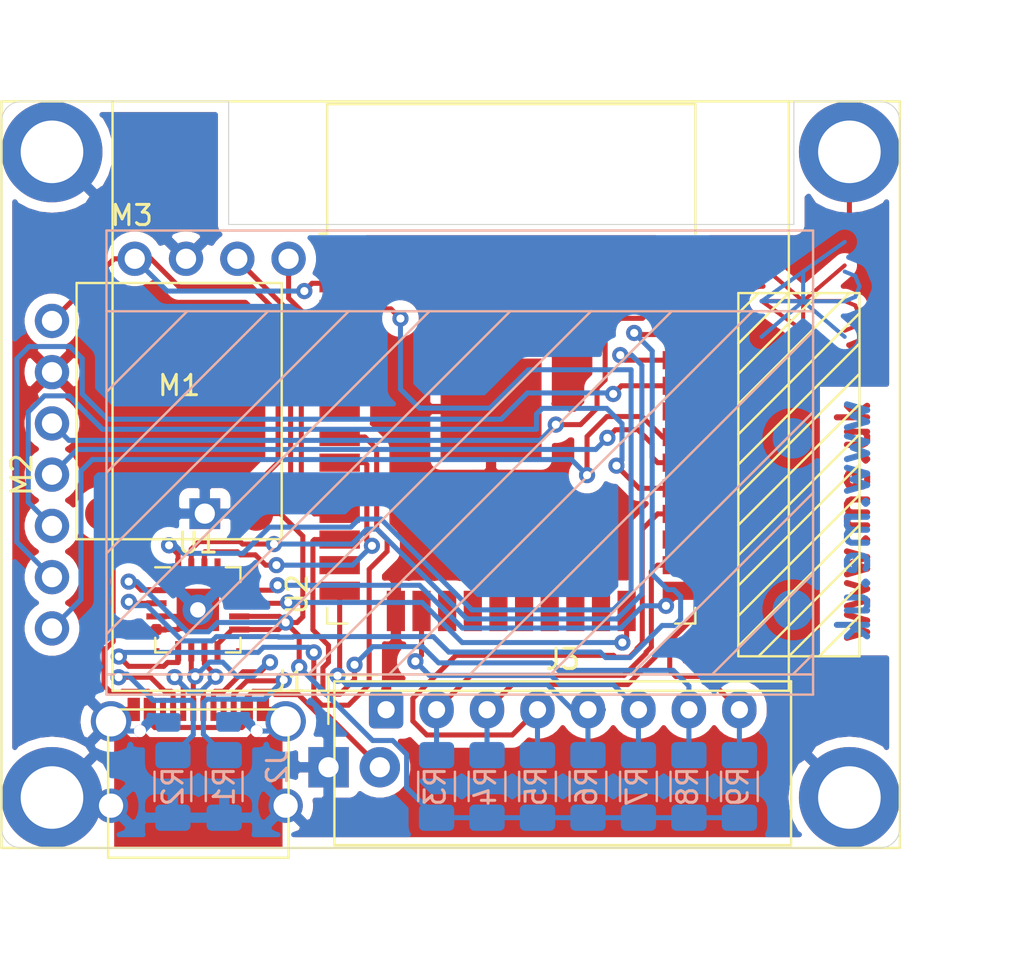
<source format=kicad_pcb>
(kicad_pcb (version 20171130) (host pcbnew "(5.1.9-0-10_14)")

  (general
    (thickness 1.6)
    (drawings 16)
    (tracks 455)
    (zones 0)
    (modules 19)
    (nets 45)
  )

  (page A4)
  (title_block
    (title EnvMon)
    (date 2021-03-14)
    (rev 2)
    (comment 1 www.me.uk)
    (comment 2 @TheRealRevK)
    (comment 3 "Adrian Kennard Andrews & Arnold Ltd")
  )

  (layers
    (0 F.Cu signal)
    (31 B.Cu signal)
    (32 B.Adhes user)
    (33 F.Adhes user)
    (34 B.Paste user)
    (35 F.Paste user)
    (36 B.SilkS user)
    (37 F.SilkS user)
    (38 B.Mask user)
    (39 F.Mask user)
    (40 Dwgs.User user)
    (41 Cmts.User user)
    (42 Eco1.User user)
    (43 Eco2.User user)
    (44 Edge.Cuts user)
    (45 Margin user)
    (46 B.CrtYd user)
    (47 F.CrtYd user)
    (48 B.Fab user)
    (49 F.Fab user)
  )

  (setup
    (last_trace_width 0.25)
    (trace_clearance 0.2)
    (zone_clearance 0.508)
    (zone_45_only no)
    (trace_min 0.2)
    (via_size 0.8)
    (via_drill 0.4)
    (via_min_size 0.4)
    (via_min_drill 0.3)
    (uvia_size 0.3)
    (uvia_drill 0.1)
    (uvias_allowed no)
    (uvia_min_size 0.2)
    (uvia_min_drill 0.1)
    (edge_width 0.05)
    (segment_width 0.2)
    (pcb_text_width 0.3)
    (pcb_text_size 1.5 1.5)
    (mod_edge_width 0.12)
    (mod_text_size 1 1)
    (mod_text_width 0.15)
    (pad_size 1.7 1.85)
    (pad_drill 0.85)
    (pad_to_mask_clearance 0)
    (aux_axis_origin 0 0)
    (visible_elements FFFFFF7F)
    (pcbplotparams
      (layerselection 0x010fc_ffffffff)
      (usegerberextensions false)
      (usegerberattributes true)
      (usegerberadvancedattributes true)
      (creategerberjobfile true)
      (excludeedgelayer true)
      (linewidth 0.100000)
      (plotframeref false)
      (viasonmask false)
      (mode 1)
      (useauxorigin false)
      (hpglpennumber 1)
      (hpglpenspeed 20)
      (hpglpendiameter 15.000000)
      (psnegative false)
      (psa4output false)
      (plotreference true)
      (plotvalue true)
      (plotinvisibletext false)
      (padsonsilk false)
      (subtractmaskfromsilk false)
      (outputformat 1)
      (mirror false)
      (drillshape 0)
      (scaleselection 1)
      (outputdirectory ""))
  )

  (net 0 "")
  (net 1 "Net-(J1-PadA4)")
  (net 2 "Net-(J1-PadA7)")
  (net 3 "Net-(J1-PadA6)")
  (net 4 "Net-(J1-PadA8)")
  (net 5 "Net-(J1-PadA5)")
  (net 6 "Net-(J1-PadB5)")
  (net 7 "Net-(J1-PadB8)")
  (net 8 "Net-(M1-Pad1)")
  (net 9 "Net-(U1-Pad16)")
  (net 10 "Net-(U1-Pad15)")
  (net 11 "Net-(U1-Pad2)")
  (net 12 "Net-(U2-Pad32)")
  (net 13 "Net-(U2-Pad22)")
  (net 14 "Net-(U2-Pad21)")
  (net 15 "Net-(U2-Pad20)")
  (net 16 "Net-(U2-Pad19)")
  (net 17 "Net-(U2-Pad18)")
  (net 18 "Net-(U2-Pad17)")
  (net 19 "Net-(U2-Pad5)")
  (net 20 "Net-(U2-Pad4)")
  (net 21 GND)
  (net 22 +3V3)
  (net 23 OLED-RST)
  (net 24 OLED-DC)
  (net 25 OLED-CS0)
  (net 26 OLED-SCLK)
  (net 27 OLED-MOSI)
  (net 28 CO2-SDA)
  (net 29 CO2-SCL)
  (net 30 IO7)
  (net 31 IO6)
  (net 32 IO5)
  (net 33 IO4)
  (net 34 IO3)
  (net 35 IO2)
  (net 36 IO1)
  (net 37 CBUS3)
  (net 38 CBUS0)
  (net 39 CBUS1)
  (net 40 CBUS2)
  (net 41 "Net-(U2-Pad7)")
  (net 42 "Net-(U2-Pad6)")
  (net 43 "Net-(U2-Pad23)")
  (net 44 "Net-(U2-Pad13)")

  (net_class Default "This is the default net class."
    (clearance 0.2)
    (trace_width 0.25)
    (via_dia 0.8)
    (via_drill 0.4)
    (uvia_dia 0.3)
    (uvia_drill 0.1)
    (add_net +3V3)
    (add_net CBUS0)
    (add_net CBUS1)
    (add_net CBUS2)
    (add_net CBUS3)
    (add_net CO2-SCL)
    (add_net CO2-SDA)
    (add_net GND)
    (add_net IO1)
    (add_net IO2)
    (add_net IO3)
    (add_net IO4)
    (add_net IO5)
    (add_net IO6)
    (add_net IO7)
    (add_net "Net-(J1-PadA4)")
    (add_net "Net-(J1-PadA5)")
    (add_net "Net-(J1-PadA6)")
    (add_net "Net-(J1-PadA7)")
    (add_net "Net-(J1-PadA8)")
    (add_net "Net-(J1-PadB5)")
    (add_net "Net-(J1-PadB8)")
    (add_net "Net-(M1-Pad1)")
    (add_net "Net-(U1-Pad15)")
    (add_net "Net-(U1-Pad16)")
    (add_net "Net-(U1-Pad2)")
    (add_net "Net-(U2-Pad13)")
    (add_net "Net-(U2-Pad17)")
    (add_net "Net-(U2-Pad18)")
    (add_net "Net-(U2-Pad19)")
    (add_net "Net-(U2-Pad20)")
    (add_net "Net-(U2-Pad21)")
    (add_net "Net-(U2-Pad22)")
    (add_net "Net-(U2-Pad23)")
    (add_net "Net-(U2-Pad32)")
    (add_net "Net-(U2-Pad4)")
    (add_net "Net-(U2-Pad5)")
    (add_net "Net-(U2-Pad6)")
    (add_net "Net-(U2-Pad7)")
    (add_net OLED-CS0)
    (add_net OLED-DC)
    (add_net OLED-MOSI)
    (add_net OLED-RST)
    (add_net OLED-SCLK)
  )

  (module RevK:AJK (layer B.Cu) (tedit 60411AF0) (tstamp 60618DAE)
    (at 134 73.4 270)
    (path /60625C2F)
    (fp_text reference 1 (at 0 0 90) (layer B.SilkS) hide
      (effects (font (size 1 1) (thickness 0.15)) (justify mirror))
    )
    (fp_text value AJK (at -1.27 -1.27 90) (layer B.Fab) hide
      (effects (font (size 1 1) (thickness 0.15)) (justify mirror))
    )
    (fp_line (start -3.43588 2.23235) (end -0.4947 6.35) (layer B.Cu) (width 0.2))
    (fp_line (start -0.4947 2.23235) (end -0.710062 1.712421) (layer B.Cu) (width 0.2))
    (fp_line (start -0.4947 6.35) (end -0.4947 2.23235) (layer B.Cu) (width 0.2))
    (fp_line (start -1.229994 1.49706) (end -1.749926 1.712421) (layer B.Cu) (width 0.2))
    (fp_line (start -0.710062 1.712421) (end -1.229994 1.49706) (layer B.Cu) (width 0.2))
    (fp_line (start -1.749926 1.712421) (end -1.965288 2.23235) (layer B.Cu) (width 0.2))
    (fp_line (start -0.49471 4.29118) (end 1.27 2.23235) (layer B.Cu) (width 0.2))
    (fp_line (start -0.4947 4.291) (end -1.9653 4.291) (layer B.Cu) (width 0.2))
    (fp_line (start 1.27 6.35) (end -0.49471 4.29118) (layer B.Cu) (width 0.2))
  )

  (module RevK:AJK (layer F.Cu) (tedit 60411AF0) (tstamp 606189CB)
    (at 134 72.4 90)
    (path /6061DC7B)
    (fp_text reference ~1 (at 0 0 90) (layer F.SilkS) hide
      (effects (font (size 1 1) (thickness 0.15)))
    )
    (fp_text value AJK (at -1.27 1.27 90) (layer F.Fab) hide
      (effects (font (size 1 1) (thickness 0.15)))
    )
    (fp_line (start -3.43588 -2.23235) (end -0.4947 -6.35) (layer F.Cu) (width 0.2))
    (fp_line (start -0.4947 -2.23235) (end -0.710062 -1.712421) (layer F.Cu) (width 0.2))
    (fp_line (start -0.4947 -6.35) (end -0.4947 -2.23235) (layer F.Cu) (width 0.2))
    (fp_line (start -1.229994 -1.49706) (end -1.749926 -1.712421) (layer F.Cu) (width 0.2))
    (fp_line (start -0.710062 -1.712421) (end -1.229994 -1.49706) (layer F.Cu) (width 0.2))
    (fp_line (start -1.749926 -1.712421) (end -1.965288 -2.23235) (layer F.Cu) (width 0.2))
    (fp_line (start -0.49471 -4.29118) (end 1.27 -2.23235) (layer F.Cu) (width 0.2))
    (fp_line (start -0.4947 -4.291) (end -1.9653 -4.291) (layer F.Cu) (width 0.2))
    (fp_line (start 1.27 -6.35) (end -0.49471 -4.29118) (layer F.Cu) (width 0.2))
  )

  (module RevK:D24V5F3-SMD-Like (layer F.Cu) (tedit 605EF9FC) (tstamp 6046D0D7)
    (at 98.8 84.7)
    (path /6046A5CD)
    (fp_text reference M1 (at 0 -7.62) (layer F.SilkS)
      (effects (font (size 1 1) (thickness 0.15)))
    )
    (fp_text value D24V5F3-NoSHDN (at 0 -10.16) (layer F.Fab)
      (effects (font (size 1 1) (thickness 0.15)))
    )
    (fp_line (start 5.08 0) (end -5.08 0) (layer F.SilkS) (width 0.12))
    (fp_line (start 5.08 -12.7) (end 5.08 0) (layer F.SilkS) (width 0.12))
    (fp_line (start -5.08 -12.7) (end 5.08 -12.7) (layer F.SilkS) (width 0.12))
    (fp_line (start -5.08 0) (end -5.08 -12.7) (layer F.SilkS) (width 0.12))
    (fp_line (start -5.08 0) (end -5.08 -12.7) (layer F.CrtYd) (width 0.12))
    (fp_line (start -5.08 -12.7) (end 5.08 -12.7) (layer F.CrtYd) (width 0.12))
    (fp_line (start 5.08 -12.7) (end 5.08 0) (layer F.CrtYd) (width 0.12))
    (fp_line (start 5.08 0) (end -5.08 0) (layer F.CrtYd) (width 0.12))
    (pad 1 smd circle (at -3.81 -1.27) (size 1.7 1.7) (layers F.Cu F.Paste F.Mask)
      (net 8 "Net-(M1-Pad1)") (clearance 0.5))
    (pad 4 smd circle (at 3.81 -1.27) (size 1.7 1.7) (layers F.Cu F.Paste F.Mask)
      (net 22 +3V3) (clearance 0.5))
    (pad 3 thru_hole rect (at 1.27 -1.27) (size 1.524 1.524) (drill 1) (layers *.Cu *.Mask)
      (net 21 GND) (clearance 0.5))
    (pad 2 smd circle (at -1.27 -1.27) (size 1.7 1.7) (layers F.Cu F.Paste F.Mask)
      (net 1 "Net-(J1-PadA4)") (clearance 0.5))
    (model /Users/adrian/Documents/KiCad/STEP/d24v5fx-step-down-voltage-regulator.step
      (offset (xyz -5.08 0 0))
      (scale (xyz 1 1 1))
      (rotate (xyz 0 0 0))
    )
  )

  (module "RevK:QFN-16-(hand)-1EP_4x4mm_P0.65mm_EP2.1x2.1mm" (layer F.Cu) (tedit 60646805) (tstamp 6046D159)
    (at 99.725 88.2)
    (descr "QFN, 16 Pin (http://www.thatcorp.com/datashts/THAT_1580_Datasheet.pdf), generated with kicad-footprint-generator ipc_noLead_generator.py")
    (tags "QFN NoLead")
    (path /6046E472)
    (attr smd)
    (fp_text reference U1 (at 0 -3.32) (layer F.SilkS)
      (effects (font (size 1 1) (thickness 0.15)))
    )
    (fp_text value FT230XQ (at 0 3.32) (layer F.Fab)
      (effects (font (size 1 1) (thickness 0.15)))
    )
    (fp_line (start 1.385 -2.11) (end 2.11 -2.11) (layer F.SilkS) (width 0.12))
    (fp_line (start 2.11 -2.11) (end 2.11 -1.385) (layer F.SilkS) (width 0.12))
    (fp_line (start -1.385 2.11) (end -2.11 2.11) (layer F.SilkS) (width 0.12))
    (fp_line (start -2.11 2.11) (end -2.11 1.385) (layer F.SilkS) (width 0.12))
    (fp_line (start 1.385 2.11) (end 2.11 2.11) (layer F.SilkS) (width 0.12))
    (fp_line (start 2.11 2.11) (end 2.11 1.385) (layer F.SilkS) (width 0.12))
    (fp_line (start -1.385 -2.11) (end -2.11 -2.11) (layer F.SilkS) (width 0.12))
    (fp_line (start -1 -2) (end 2 -2) (layer F.Fab) (width 0.1))
    (fp_line (start 2 -2) (end 2 2) (layer F.Fab) (width 0.1))
    (fp_line (start 2 2) (end -2 2) (layer F.Fab) (width 0.1))
    (fp_line (start -2 2) (end -2 -1) (layer F.Fab) (width 0.1))
    (fp_line (start -2 -1) (end -1 -2) (layer F.Fab) (width 0.1))
    (fp_line (start -2.62 -2.62) (end -2.62 2.62) (layer F.CrtYd) (width 0.05))
    (fp_line (start -2.62 2.62) (end 2.62 2.62) (layer F.CrtYd) (width 0.05))
    (fp_line (start 2.62 2.62) (end 2.62 -2.62) (layer F.CrtYd) (width 0.05))
    (fp_line (start 2.62 -2.62) (end -2.62 -2.62) (layer F.CrtYd) (width 0.05))
    (fp_text user %R (at 0 0) (layer F.Fab)
      (effects (font (size 1 1) (thickness 0.15)))
    )
    (pad ~ smd rect (at -2 -2) (size 0.2 0.2) (layers F.Cu)
      (clearance 0.5))
    (pad ~ smd rect (at 2 2) (size 0.2 0.2) (layers F.Cu)
      (clearance 0.5))
    (pad ~ smd rect (at -2 2) (size 0.2 0.2) (layers F.Cu)
      (clearance 0.5))
    (pad ~ smd rect (at 2 -2) (size 0.2 0.2) (layers F.Cu)
      (clearance 0.5))
    (pad ~ smd circle (at -2 -2) (size 0.5 0.5) (layers F.Cu))
    (pad 17 thru_hole circle (at 0 0) (size 1.524 1.524) (drill 0.762) (layers *.Cu *.Mask)
      (net 21 GND))
    (pad "" smd roundrect (at 0.525 0.525) (size 0.85 0.85) (layers F.Paste) (roundrect_rratio 0.25))
    (pad "" smd roundrect (at 0.525 -0.525) (size 0.85 0.85) (layers F.Paste) (roundrect_rratio 0.25))
    (pad "" smd roundrect (at -0.525 0.525) (size 0.85 0.85) (layers F.Paste) (roundrect_rratio 0.25))
    (pad "" smd roundrect (at -0.525 -0.525) (size 0.85 0.85) (layers F.Paste) (roundrect_rratio 0.25))
    (pad 17 smd rect (at 0 0) (size 2.1 2.1) (layers F.Cu F.Mask)
      (net 21 GND))
    (pad 16 smd rect (at -0.975 -2.05) (size 0.3 1) (layers F.Cu F.Paste F.Mask)
      (net 9 "Net-(U1-Pad16)"))
    (pad 15 smd rect (at -0.325 -2.05) (size 0.3 1) (layers F.Cu F.Paste F.Mask)
      (net 10 "Net-(U1-Pad15)"))
    (pad 14 smd rect (at 0.325 -2.05) (size 0.3 1) (layers F.Cu F.Paste F.Mask)
      (net 37 CBUS3))
    (pad 13 smd rect (at 0.975 -2.05) (size 0.3 1) (layers F.Cu F.Paste F.Mask)
      (net 21 GND))
    (pad 12 smd rect (at 2.05 -0.975) (size 1 0.3) (layers F.Cu F.Paste F.Mask)
      (net 38 CBUS0))
    (pad 11 smd rect (at 2.05 -0.325) (size 1 0.3) (layers F.Cu F.Paste F.Mask)
      (net 39 CBUS1))
    (pad 10 smd rect (at 2.05 0.325) (size 1 0.3) (layers F.Cu F.Paste F.Mask)
      (net 22 +3V3))
    (pad 9 smd rect (at 2.05 0.975) (size 1 0.3) (layers F.Cu F.Paste F.Mask)
      (net 22 +3V3))
    (pad 8 smd rect (at 0.975 2.05) (size 0.3 1) (layers F.Cu F.Paste F.Mask)
      (net 22 +3V3))
    (pad 7 smd rect (at 0.325 2.05) (size 0.3 1) (layers F.Cu F.Paste F.Mask)
      (net 2 "Net-(J1-PadA7)"))
    (pad 6 smd rect (at -0.325 2.05) (size 0.3 1) (layers F.Cu F.Paste F.Mask)
      (net 3 "Net-(J1-PadA6)"))
    (pad 5 smd rect (at -0.975 2.05) (size 0.3 1) (layers F.Cu F.Paste F.Mask)
      (net 40 CBUS2))
    (pad 4 smd rect (at -2.05 0.975) (size 1 0.3) (layers F.Cu F.Paste F.Mask)
      (net 21 GND))
    (pad 3 smd rect (at -2.05 0.325) (size 1 0.3) (layers F.Cu F.Paste F.Mask)
      (net 21 GND))
    (pad 2 smd rect (at -2.05 -0.325) (size 1 0.3) (layers F.Cu F.Paste F.Mask)
      (net 11 "Net-(U1-Pad2)"))
    (pad 1 smd rect (at -2.05 -0.975) (size 1 0.3) (layers F.Cu F.Paste F.Mask)
      (net 22 +3V3))
    (model ${KISYS3DMOD}/Package_DFN_QFN.3dshapes/QFN-16-1EP_4x4mm_P0.65mm_EP2.1x2.1mm.wrl
      (at (xyz 0 0 0))
      (scale (xyz 1 1 1))
      (rotate (xyz 0 0 0))
    )
  )

  (module RevK:DC (layer B.Cu) (tedit 604F5276) (tstamp 6048E1F2)
    (at 106.2 96 90)
    (path /604CCEB5)
    (fp_text reference J2 (at 0 -2.54 270) (layer B.SilkS)
      (effects (font (size 1 1) (thickness 0.15)) (justify mirror))
    )
    (fp_text value DC (at 0 -2.54 270) (layer B.Fab)
      (effects (font (size 1 1) (thickness 0.15)) (justify mirror))
    )
    (pad 2 thru_hole circle (at 0 2.54 90) (size 2 2) (drill 1) (layers *.Cu *.Mask)
      (net 1 "Net-(J1-PadA4)"))
    (pad 1 thru_hole rect (at 0 0 90) (size 2 2) (drill 1) (layers *.Cu *.Mask)
      (net 21 GND))
    (model ${KISYS3DMOD}/Connector_PinHeader_2.54mm.3dshapes/PinHeader_1x02_P2.54mm_Vertical.wrl
      (offset (xyz 0 2.54 0))
      (scale (xyz 1 1 1))
      (rotate (xyz 0 0 0))
    )
  )

  (module RevK:SCD30-4pin (layer B.Cu) (tedit 6064C5EA) (tstamp 6046D834)
    (at 130.2 69.4 270)
    (descr "CO2, humidity, and temperature sensor\rCO2, humidity, and temperature sensor\r")
    (path /6046B191)
    (fp_text reference M3 (at -0.75 33.75) (layer F.SilkS)
      (effects (font (size 1 1) (thickness 0.15)))
    )
    (fp_text value SCD30-4pin (at 1 3 180) (layer B.Fab)
      (effects (font (size 1 1) (thickness 0.15)) (justify mirror))
    )
    (fp_line (start 0 0) (end 0 35) (layer B.SilkS) (width 0.12))
    (fp_line (start 0 35) (end 23 35) (layer B.SilkS) (width 0.12))
    (fp_line (start 23 35) (end 23 0) (layer B.SilkS) (width 0.12))
    (fp_line (start 23 0) (end 0 0) (layer B.SilkS) (width 0.12))
    (fp_line (start 4 35) (end 4 0) (layer B.SilkS) (width 0.12))
    (fp_line (start 22 35) (end 22 0) (layer B.SilkS) (width 0.12))
    (fp_line (start 8 35) (end 4 31) (layer B.SilkS) (width 0.12))
    (fp_line (start 12 35) (end 4 27) (layer B.SilkS) (width 0.12))
    (fp_line (start 16 35) (end 4 23) (layer B.SilkS) (width 0.12))
    (fp_line (start 20 35) (end 4 19) (layer B.SilkS) (width 0.12))
    (fp_line (start 22 33) (end 4 15) (layer B.SilkS) (width 0.12))
    (fp_line (start 22 29) (end 4 11) (layer B.SilkS) (width 0.12))
    (fp_line (start 22 25) (end 4 7) (layer B.SilkS) (width 0.12))
    (fp_line (start 22 21) (end 4 3) (layer B.SilkS) (width 0.12))
    (fp_line (start 22 17) (end 5 0) (layer B.SilkS) (width 0.12))
    (fp_line (start 22 13) (end 9 0) (layer B.SilkS) (width 0.12))
    (fp_line (start 22 9) (end 13 0) (layer B.SilkS) (width 0.12))
    (fp_line (start 22 5) (end 17 0) (layer B.SilkS) (width 0.12))
    (fp_line (start 22 1) (end 21 0) (layer B.SilkS) (width 0.12))
    (fp_line (start 4 35) (end 22.5 35) (layer B.CrtYd) (width 0.12))
    (fp_line (start 22.5 35) (end 22.5 0) (layer B.CrtYd) (width 0.12))
    (fp_line (start 22.5 0) (end 4 0) (layer B.CrtYd) (width 0.12))
    (fp_line (start 4 0) (end 4 35) (layer B.CrtYd) (width 0.12))
    (pad ~ smd circle (at 10.3 1 270) (size 2 2) (layers B.Cu B.Paste B.Mask))
    (pad ~ smd circle (at 18.8 1 270) (size 2 2) (layers B.Cu B.Paste B.Mask))
    (pad 4 thru_hole circle (at 1.4 25.98 270) (size 1.7 1.7) (drill 1) (layers *.Cu *.Mask)
      (net 28 CO2-SDA))
    (pad 3 thru_hole circle (at 1.4 28.52 270) (size 1.7 1.7) (drill 1) (layers *.Cu *.Mask)
      (net 29 CO2-SCL))
    (pad 2 thru_hole circle (at 1.4 31.06 270) (size 1.7 1.7) (drill 1) (layers *.Cu *.Mask)
      (net 21 GND))
    (pad 1 thru_hole circle (at 1.4 33.6 270) (size 1.7 1.7) (drill 1) (layers *.Cu *.Mask)
      (net 22 +3V3))
    (model /Users/adrian/Documents/KiCad/STEP/SCD30.step
      (offset (xyz 11.5 17.5 5.5))
      (scale (xyz 1 1 1))
      (rotate (xyz 90 0 90))
    )
    (model ${KISYS3DMOD}/Connector_PinHeader_2.54mm.3dshapes/PinHeader_1x04_P2.54mm_Vertical.wrl
      (offset (xyz 1.4 33.6 4))
      (scale (xyz 1 1 1))
      (rotate (xyz 0 180 0))
    )
  )

  (module RevK:OLED1.5-RGB (layer F.Cu) (tedit 604DF6FD) (tstamp 60470900)
    (at 134.5 63 180)
    (path /6050B2B3)
    (fp_text reference M2 (at 43.5 -18.5 90) (layer F.SilkS)
      (effects (font (size 1 1) (thickness 0.15)))
    )
    (fp_text value OLED1.5-RGB (at 21.59 -34.29) (layer F.Fab)
      (effects (font (size 1 1) (thickness 0.15)))
    )
    (fp_line (start 0 0) (end 44.5 0) (layer F.SilkS) (width 0.12))
    (fp_line (start 44.5 0) (end 44.5 -37) (layer F.SilkS) (width 0.12))
    (fp_line (start 44.5 -37) (end 0 -37) (layer F.SilkS) (width 0.12))
    (fp_line (start 0 -37) (end 0 0) (layer F.SilkS) (width 0.12))
    (fp_line (start 5.5 0) (end 5.5 -29.21) (layer F.SilkS) (width 0.12))
    (fp_line (start 5.5 -29.21) (end 39 -29.21) (layer F.SilkS) (width 0.12))
    (fp_line (start 39 -29.21) (end 39 0) (layer F.SilkS) (width 0.12))
    (fp_line (start 2 -27.5) (end 8 -27.5) (layer F.SilkS) (width 0.12))
    (fp_line (start 8 -27.5) (end 8 -9.5) (layer F.SilkS) (width 0.12))
    (fp_line (start 8 -9.5) (end 2 -9.5) (layer F.SilkS) (width 0.12))
    (fp_line (start 2 -9.5) (end 2 -27.5) (layer F.SilkS) (width 0.12))
    (fp_line (start 4 -27.5) (end 2 -25.5) (layer F.SilkS) (width 0.12))
    (fp_line (start 5.5 -27.5) (end 2 -24) (layer F.SilkS) (width 0.12))
    (fp_line (start 7 -27.5) (end 2 -22.5) (layer F.SilkS) (width 0.12))
    (fp_line (start 8 -27) (end 2 -21) (layer F.SilkS) (width 0.12))
    (fp_line (start 8 -25.5) (end 2 -19.5) (layer F.SilkS) (width 0.12))
    (fp_line (start 8 -24) (end 2 -18) (layer F.SilkS) (width 0.12))
    (fp_line (start 8 -22.5) (end 2 -16.5) (layer F.SilkS) (width 0.12))
    (fp_line (start 8 -21) (end 2 -15) (layer F.SilkS) (width 0.12))
    (fp_line (start 8 -19.5) (end 2 -13.5) (layer F.SilkS) (width 0.12))
    (fp_line (start 8 -18) (end 2 -12) (layer F.SilkS) (width 0.12))
    (fp_line (start 8 -16.5) (end 2 -10.5) (layer F.SilkS) (width 0.12))
    (fp_line (start 8 -15) (end 2.5 -9.5) (layer F.SilkS) (width 0.12))
    (fp_line (start 8 -13.5) (end 4 -9.5) (layer F.SilkS) (width 0.12))
    (fp_line (start 8 -12) (end 5.5 -9.5) (layer F.SilkS) (width 0.12))
    (fp_line (start 8 -10.5) (end 7 -9.5) (layer F.SilkS) (width 0.12))
    (fp_line (start 2 -27.5) (end 8 -27.5) (layer F.CrtYd) (width 0.12))
    (fp_line (start 8 -27.5) (end 8 -9.5) (layer F.CrtYd) (width 0.12))
    (fp_line (start 8 -9.5) (end 2 -9.5) (layer F.CrtYd) (width 0.12))
    (fp_line (start 2 -9.5) (end 2 -27.5) (layer F.CrtYd) (width 0.12))
    (pad S thru_hole circle (at 42 -2.5 180) (size 5 5) (drill 3.1) (layers *.Cu *.Mask)
      (net 21 GND))
    (pad S thru_hole circle (at 42 -34.5 180) (size 5 5) (drill 3.1) (layers *.Cu *.Mask)
      (net 21 GND))
    (pad S thru_hole circle (at 2.5 -34.5 180) (size 5 5) (drill 3.1) (layers *.Cu *.Mask)
      (net 21 GND))
    (pad S thru_hole circle (at 2.5 -2.5 180) (size 5 5) (drill 3.1) (layers *.Cu *.Mask)
      (net 21 GND))
    (pad 7 thru_hole circle (at 42 -26.12 180) (size 1.7 1.7) (drill 1) (layers *.Cu *.Mask)
      (net 23 OLED-RST))
    (pad 6 thru_hole circle (at 42 -23.58 180) (size 1.7 1.7) (drill 1) (layers *.Cu *.Mask)
      (net 24 OLED-DC))
    (pad 5 thru_hole circle (at 42 -21.04 180) (size 1.7 1.7) (drill 1) (layers *.Cu *.Mask)
      (net 25 OLED-CS0))
    (pad 4 thru_hole circle (at 42 -18.5 180) (size 1.7 1.7) (drill 1) (layers *.Cu *.Mask)
      (net 26 OLED-SCLK))
    (pad 3 thru_hole circle (at 42 -15.96 180) (size 1.7 1.7) (drill 1) (layers *.Cu *.Mask)
      (net 27 OLED-MOSI))
    (pad 2 thru_hole circle (at 42 -13.42 180) (size 1.7 1.7) (drill 1) (layers *.Cu *.Mask)
      (net 21 GND))
    (pad 1 thru_hole circle (at 42 -10.88 180) (size 1.7 1.7) (drill 1) (layers *.Cu *.Mask)
      (net 22 +3V3))
    (model ${KISYS3DMOD}/Connector_PinHeader_2.54mm.3dshapes/PinHeader_1x07_P2.54mm_Vertical.wrl
      (offset (xyz 42 10.84 6.5))
      (scale (xyz 1 1 1))
      (rotate (xyz 180 0 0))
    )
    (model /Users/adrian/Documents/3D/STL/OLED15.stl
      (at (xyz 0 0 0))
      (scale (xyz 1 1 1))
      (rotate (xyz 0 0 0))
    )
  )

  (module Resistor_SMD:R_1206_3216Metric_Pad1.30x1.75mm_HandSolder (layer B.Cu) (tedit 5F68FEEE) (tstamp 6046F195)
    (at 126.55 96.95 270)
    (descr "Resistor SMD 1206 (3216 Metric), square (rectangular) end terminal, IPC_7351 nominal with elongated pad for handsoldering. (Body size source: IPC-SM-782 page 72, https://www.pcb-3d.com/wordpress/wp-content/uploads/ipc-sm-782a_amendment_1_and_2.pdf), generated with kicad-footprint-generator")
    (tags "resistor handsolder")
    (path /6047260F)
    (attr smd)
    (fp_text reference R9 (at 0 0.07 270) (layer B.SilkS)
      (effects (font (size 1 1) (thickness 0.15)) (justify mirror))
    )
    (fp_text value NF (at 0 -1.82 270) (layer B.Fab)
      (effects (font (size 1 1) (thickness 0.15)) (justify mirror))
    )
    (fp_line (start 2.45 -1.12) (end -2.45 -1.12) (layer B.CrtYd) (width 0.05))
    (fp_line (start 2.45 1.12) (end 2.45 -1.12) (layer B.CrtYd) (width 0.05))
    (fp_line (start -2.45 1.12) (end 2.45 1.12) (layer B.CrtYd) (width 0.05))
    (fp_line (start -2.45 -1.12) (end -2.45 1.12) (layer B.CrtYd) (width 0.05))
    (fp_line (start -0.727064 -0.91) (end 0.727064 -0.91) (layer B.SilkS) (width 0.12))
    (fp_line (start -0.727064 0.91) (end 0.727064 0.91) (layer B.SilkS) (width 0.12))
    (fp_line (start 1.6 -0.8) (end -1.6 -0.8) (layer B.Fab) (width 0.1))
    (fp_line (start 1.6 0.8) (end 1.6 -0.8) (layer B.Fab) (width 0.1))
    (fp_line (start -1.6 0.8) (end 1.6 0.8) (layer B.Fab) (width 0.1))
    (fp_line (start -1.6 -0.8) (end -1.6 0.8) (layer B.Fab) (width 0.1))
    (fp_text user %R (at 0 0 270) (layer B.Fab)
      (effects (font (size 0.8 0.8) (thickness 0.12)) (justify mirror))
    )
    (pad 2 smd roundrect (at 1.55 0 270) (size 1.3 1.75) (layers B.Cu B.Paste B.Mask) (roundrect_rratio 0.1923076923076923)
      (net 22 +3V3))
    (pad 1 smd roundrect (at -1.55 0 270) (size 1.3 1.75) (layers B.Cu B.Paste B.Mask) (roundrect_rratio 0.1923076923076923)
      (net 30 IO7))
    (model ${KISYS3DMOD}/Resistor_SMD.3dshapes/R_1206_3216Metric.wrl
      (at (xyz 0 0 0))
      (scale (xyz 1 1 1))
      (rotate (xyz 0 0 0))
    )
  )

  (module Resistor_SMD:R_1206_3216Metric_Pad1.30x1.75mm_HandSolder (layer B.Cu) (tedit 5F68FEEE) (tstamp 6046F184)
    (at 124.05 96.95 270)
    (descr "Resistor SMD 1206 (3216 Metric), square (rectangular) end terminal, IPC_7351 nominal with elongated pad for handsoldering. (Body size source: IPC-SM-782 page 72, https://www.pcb-3d.com/wordpress/wp-content/uploads/ipc-sm-782a_amendment_1_and_2.pdf), generated with kicad-footprint-generator")
    (tags "resistor handsolder")
    (path /604730A4)
    (attr smd)
    (fp_text reference R8 (at 0 0.07 270) (layer B.SilkS)
      (effects (font (size 1 1) (thickness 0.15)) (justify mirror))
    )
    (fp_text value NF (at 0 -1.82 270) (layer B.Fab)
      (effects (font (size 1 1) (thickness 0.15)) (justify mirror))
    )
    (fp_line (start 2.45 -1.12) (end -2.45 -1.12) (layer B.CrtYd) (width 0.05))
    (fp_line (start 2.45 1.12) (end 2.45 -1.12) (layer B.CrtYd) (width 0.05))
    (fp_line (start -2.45 1.12) (end 2.45 1.12) (layer B.CrtYd) (width 0.05))
    (fp_line (start -2.45 -1.12) (end -2.45 1.12) (layer B.CrtYd) (width 0.05))
    (fp_line (start -0.727064 -0.91) (end 0.727064 -0.91) (layer B.SilkS) (width 0.12))
    (fp_line (start -0.727064 0.91) (end 0.727064 0.91) (layer B.SilkS) (width 0.12))
    (fp_line (start 1.6 -0.8) (end -1.6 -0.8) (layer B.Fab) (width 0.1))
    (fp_line (start 1.6 0.8) (end 1.6 -0.8) (layer B.Fab) (width 0.1))
    (fp_line (start -1.6 0.8) (end 1.6 0.8) (layer B.Fab) (width 0.1))
    (fp_line (start -1.6 -0.8) (end -1.6 0.8) (layer B.Fab) (width 0.1))
    (fp_text user %R (at 0 0 270) (layer B.Fab)
      (effects (font (size 0.8 0.8) (thickness 0.12)) (justify mirror))
    )
    (pad 2 smd roundrect (at 1.55 0 270) (size 1.3 1.75) (layers B.Cu B.Paste B.Mask) (roundrect_rratio 0.1923076923076923)
      (net 22 +3V3))
    (pad 1 smd roundrect (at -1.55 0 270) (size 1.3 1.75) (layers B.Cu B.Paste B.Mask) (roundrect_rratio 0.1923076923076923)
      (net 31 IO6))
    (model ${KISYS3DMOD}/Resistor_SMD.3dshapes/R_1206_3216Metric.wrl
      (at (xyz 0 0 0))
      (scale (xyz 1 1 1))
      (rotate (xyz 0 0 0))
    )
  )

  (module Resistor_SMD:R_1206_3216Metric_Pad1.30x1.75mm_HandSolder (layer B.Cu) (tedit 5F68FEEE) (tstamp 6046F173)
    (at 121.55 96.95 270)
    (descr "Resistor SMD 1206 (3216 Metric), square (rectangular) end terminal, IPC_7351 nominal with elongated pad for handsoldering. (Body size source: IPC-SM-782 page 72, https://www.pcb-3d.com/wordpress/wp-content/uploads/ipc-sm-782a_amendment_1_and_2.pdf), generated with kicad-footprint-generator")
    (tags "resistor handsolder")
    (path /604743DE)
    (attr smd)
    (fp_text reference R7 (at 0 0.07 270) (layer B.SilkS)
      (effects (font (size 1 1) (thickness 0.15)) (justify mirror))
    )
    (fp_text value NF (at 0 -1.82 270) (layer B.Fab)
      (effects (font (size 1 1) (thickness 0.15)) (justify mirror))
    )
    (fp_line (start 2.45 -1.12) (end -2.45 -1.12) (layer B.CrtYd) (width 0.05))
    (fp_line (start 2.45 1.12) (end 2.45 -1.12) (layer B.CrtYd) (width 0.05))
    (fp_line (start -2.45 1.12) (end 2.45 1.12) (layer B.CrtYd) (width 0.05))
    (fp_line (start -2.45 -1.12) (end -2.45 1.12) (layer B.CrtYd) (width 0.05))
    (fp_line (start -0.727064 -0.91) (end 0.727064 -0.91) (layer B.SilkS) (width 0.12))
    (fp_line (start -0.727064 0.91) (end 0.727064 0.91) (layer B.SilkS) (width 0.12))
    (fp_line (start 1.6 -0.8) (end -1.6 -0.8) (layer B.Fab) (width 0.1))
    (fp_line (start 1.6 0.8) (end 1.6 -0.8) (layer B.Fab) (width 0.1))
    (fp_line (start -1.6 0.8) (end 1.6 0.8) (layer B.Fab) (width 0.1))
    (fp_line (start -1.6 -0.8) (end -1.6 0.8) (layer B.Fab) (width 0.1))
    (fp_text user %R (at 0 0 270) (layer B.Fab)
      (effects (font (size 0.8 0.8) (thickness 0.12)) (justify mirror))
    )
    (pad 2 smd roundrect (at 1.55 0 270) (size 1.3 1.75) (layers B.Cu B.Paste B.Mask) (roundrect_rratio 0.1923076923076923)
      (net 22 +3V3))
    (pad 1 smd roundrect (at -1.55 0 270) (size 1.3 1.75) (layers B.Cu B.Paste B.Mask) (roundrect_rratio 0.1923076923076923)
      (net 32 IO5))
    (model ${KISYS3DMOD}/Resistor_SMD.3dshapes/R_1206_3216Metric.wrl
      (at (xyz 0 0 0))
      (scale (xyz 1 1 1))
      (rotate (xyz 0 0 0))
    )
  )

  (module Resistor_SMD:R_1206_3216Metric_Pad1.30x1.75mm_HandSolder (layer B.Cu) (tedit 5F68FEEE) (tstamp 6046F162)
    (at 119.05 96.95 270)
    (descr "Resistor SMD 1206 (3216 Metric), square (rectangular) end terminal, IPC_7351 nominal with elongated pad for handsoldering. (Body size source: IPC-SM-782 page 72, https://www.pcb-3d.com/wordpress/wp-content/uploads/ipc-sm-782a_amendment_1_and_2.pdf), generated with kicad-footprint-generator")
    (tags "resistor handsolder")
    (path /604743E4)
    (attr smd)
    (fp_text reference R6 (at 0 0.07 270) (layer B.SilkS)
      (effects (font (size 1 1) (thickness 0.15)) (justify mirror))
    )
    (fp_text value NF (at 0 -1.82 270) (layer B.Fab)
      (effects (font (size 1 1) (thickness 0.15)) (justify mirror))
    )
    (fp_line (start 2.45 -1.12) (end -2.45 -1.12) (layer B.CrtYd) (width 0.05))
    (fp_line (start 2.45 1.12) (end 2.45 -1.12) (layer B.CrtYd) (width 0.05))
    (fp_line (start -2.45 1.12) (end 2.45 1.12) (layer B.CrtYd) (width 0.05))
    (fp_line (start -2.45 -1.12) (end -2.45 1.12) (layer B.CrtYd) (width 0.05))
    (fp_line (start -0.727064 -0.91) (end 0.727064 -0.91) (layer B.SilkS) (width 0.12))
    (fp_line (start -0.727064 0.91) (end 0.727064 0.91) (layer B.SilkS) (width 0.12))
    (fp_line (start 1.6 -0.8) (end -1.6 -0.8) (layer B.Fab) (width 0.1))
    (fp_line (start 1.6 0.8) (end 1.6 -0.8) (layer B.Fab) (width 0.1))
    (fp_line (start -1.6 0.8) (end 1.6 0.8) (layer B.Fab) (width 0.1))
    (fp_line (start -1.6 -0.8) (end -1.6 0.8) (layer B.Fab) (width 0.1))
    (fp_text user %R (at 0 0 270) (layer B.Fab)
      (effects (font (size 0.8 0.8) (thickness 0.12)) (justify mirror))
    )
    (pad 2 smd roundrect (at 1.55 0 270) (size 1.3 1.75) (layers B.Cu B.Paste B.Mask) (roundrect_rratio 0.1923076923076923)
      (net 22 +3V3))
    (pad 1 smd roundrect (at -1.55 0 270) (size 1.3 1.75) (layers B.Cu B.Paste B.Mask) (roundrect_rratio 0.1923076923076923)
      (net 33 IO4))
    (model ${KISYS3DMOD}/Resistor_SMD.3dshapes/R_1206_3216Metric.wrl
      (at (xyz 0 0 0))
      (scale (xyz 1 1 1))
      (rotate (xyz 0 0 0))
    )
  )

  (module Resistor_SMD:R_1206_3216Metric_Pad1.30x1.75mm_HandSolder (layer B.Cu) (tedit 5F68FEEE) (tstamp 6046F151)
    (at 116.55 96.95 270)
    (descr "Resistor SMD 1206 (3216 Metric), square (rectangular) end terminal, IPC_7351 nominal with elongated pad for handsoldering. (Body size source: IPC-SM-782 page 72, https://www.pcb-3d.com/wordpress/wp-content/uploads/ipc-sm-782a_amendment_1_and_2.pdf), generated with kicad-footprint-generator")
    (tags "resistor handsolder")
    (path /604764BB)
    (attr smd)
    (fp_text reference R5 (at 0 0.07 270) (layer B.SilkS)
      (effects (font (size 1 1) (thickness 0.15)) (justify mirror))
    )
    (fp_text value NF (at 0 -1.82 270) (layer B.Fab)
      (effects (font (size 1 1) (thickness 0.15)) (justify mirror))
    )
    (fp_line (start 2.45 -1.12) (end -2.45 -1.12) (layer B.CrtYd) (width 0.05))
    (fp_line (start 2.45 1.12) (end 2.45 -1.12) (layer B.CrtYd) (width 0.05))
    (fp_line (start -2.45 1.12) (end 2.45 1.12) (layer B.CrtYd) (width 0.05))
    (fp_line (start -2.45 -1.12) (end -2.45 1.12) (layer B.CrtYd) (width 0.05))
    (fp_line (start -0.727064 -0.91) (end 0.727064 -0.91) (layer B.SilkS) (width 0.12))
    (fp_line (start -0.727064 0.91) (end 0.727064 0.91) (layer B.SilkS) (width 0.12))
    (fp_line (start 1.6 -0.8) (end -1.6 -0.8) (layer B.Fab) (width 0.1))
    (fp_line (start 1.6 0.8) (end 1.6 -0.8) (layer B.Fab) (width 0.1))
    (fp_line (start -1.6 0.8) (end 1.6 0.8) (layer B.Fab) (width 0.1))
    (fp_line (start -1.6 -0.8) (end -1.6 0.8) (layer B.Fab) (width 0.1))
    (fp_text user %R (at 0 0 270) (layer B.Fab)
      (effects (font (size 0.8 0.8) (thickness 0.12)) (justify mirror))
    )
    (pad 2 smd roundrect (at 1.55 0 270) (size 1.3 1.75) (layers B.Cu B.Paste B.Mask) (roundrect_rratio 0.1923076923076923)
      (net 22 +3V3))
    (pad 1 smd roundrect (at -1.55 0 270) (size 1.3 1.75) (layers B.Cu B.Paste B.Mask) (roundrect_rratio 0.1923076923076923)
      (net 34 IO3))
    (model ${KISYS3DMOD}/Resistor_SMD.3dshapes/R_1206_3216Metric.wrl
      (at (xyz 0 0 0))
      (scale (xyz 1 1 1))
      (rotate (xyz 0 0 0))
    )
  )

  (module Resistor_SMD:R_1206_3216Metric_Pad1.30x1.75mm_HandSolder (layer B.Cu) (tedit 5F68FEEE) (tstamp 6046F140)
    (at 114.05 96.95 270)
    (descr "Resistor SMD 1206 (3216 Metric), square (rectangular) end terminal, IPC_7351 nominal with elongated pad for handsoldering. (Body size source: IPC-SM-782 page 72, https://www.pcb-3d.com/wordpress/wp-content/uploads/ipc-sm-782a_amendment_1_and_2.pdf), generated with kicad-footprint-generator")
    (tags "resistor handsolder")
    (path /604764C1)
    (attr smd)
    (fp_text reference R4 (at 0 0.07 270) (layer B.SilkS)
      (effects (font (size 1 1) (thickness 0.15)) (justify mirror))
    )
    (fp_text value NF (at 0 -1.82 270) (layer B.Fab)
      (effects (font (size 1 1) (thickness 0.15)) (justify mirror))
    )
    (fp_line (start 2.45 -1.12) (end -2.45 -1.12) (layer B.CrtYd) (width 0.05))
    (fp_line (start 2.45 1.12) (end 2.45 -1.12) (layer B.CrtYd) (width 0.05))
    (fp_line (start -2.45 1.12) (end 2.45 1.12) (layer B.CrtYd) (width 0.05))
    (fp_line (start -2.45 -1.12) (end -2.45 1.12) (layer B.CrtYd) (width 0.05))
    (fp_line (start -0.727064 -0.91) (end 0.727064 -0.91) (layer B.SilkS) (width 0.12))
    (fp_line (start -0.727064 0.91) (end 0.727064 0.91) (layer B.SilkS) (width 0.12))
    (fp_line (start 1.6 -0.8) (end -1.6 -0.8) (layer B.Fab) (width 0.1))
    (fp_line (start 1.6 0.8) (end 1.6 -0.8) (layer B.Fab) (width 0.1))
    (fp_line (start -1.6 0.8) (end 1.6 0.8) (layer B.Fab) (width 0.1))
    (fp_line (start -1.6 -0.8) (end -1.6 0.8) (layer B.Fab) (width 0.1))
    (fp_text user %R (at 0 0 270) (layer B.Fab)
      (effects (font (size 0.8 0.8) (thickness 0.12)) (justify mirror))
    )
    (pad 2 smd roundrect (at 1.55 0 270) (size 1.3 1.75) (layers B.Cu B.Paste B.Mask) (roundrect_rratio 0.1923076923076923)
      (net 22 +3V3))
    (pad 1 smd roundrect (at -1.55 0 270) (size 1.3 1.75) (layers B.Cu B.Paste B.Mask) (roundrect_rratio 0.1923076923076923)
      (net 35 IO2))
    (model ${KISYS3DMOD}/Resistor_SMD.3dshapes/R_1206_3216Metric.wrl
      (at (xyz 0 0 0))
      (scale (xyz 1 1 1))
      (rotate (xyz 0 0 0))
    )
  )

  (module Resistor_SMD:R_1206_3216Metric_Pad1.30x1.75mm_HandSolder (layer B.Cu) (tedit 5F68FEEE) (tstamp 6046F12F)
    (at 111.55 96.95 270)
    (descr "Resistor SMD 1206 (3216 Metric), square (rectangular) end terminal, IPC_7351 nominal with elongated pad for handsoldering. (Body size source: IPC-SM-782 page 72, https://www.pcb-3d.com/wordpress/wp-content/uploads/ipc-sm-782a_amendment_1_and_2.pdf), generated with kicad-footprint-generator")
    (tags "resistor handsolder")
    (path /604764C7)
    (attr smd)
    (fp_text reference R3 (at 0 0.07 270) (layer B.SilkS)
      (effects (font (size 1 1) (thickness 0.15)) (justify mirror))
    )
    (fp_text value NF (at 0 -1.82 270) (layer B.Fab)
      (effects (font (size 1 1) (thickness 0.15)) (justify mirror))
    )
    (fp_line (start 2.45 -1.12) (end -2.45 -1.12) (layer B.CrtYd) (width 0.05))
    (fp_line (start 2.45 1.12) (end 2.45 -1.12) (layer B.CrtYd) (width 0.05))
    (fp_line (start -2.45 1.12) (end 2.45 1.12) (layer B.CrtYd) (width 0.05))
    (fp_line (start -2.45 -1.12) (end -2.45 1.12) (layer B.CrtYd) (width 0.05))
    (fp_line (start -0.727064 -0.91) (end 0.727064 -0.91) (layer B.SilkS) (width 0.12))
    (fp_line (start -0.727064 0.91) (end 0.727064 0.91) (layer B.SilkS) (width 0.12))
    (fp_line (start 1.6 -0.8) (end -1.6 -0.8) (layer B.Fab) (width 0.1))
    (fp_line (start 1.6 0.8) (end 1.6 -0.8) (layer B.Fab) (width 0.1))
    (fp_line (start -1.6 0.8) (end 1.6 0.8) (layer B.Fab) (width 0.1))
    (fp_line (start -1.6 -0.8) (end -1.6 0.8) (layer B.Fab) (width 0.1))
    (fp_text user %R (at 0 0 270) (layer B.Fab)
      (effects (font (size 0.8 0.8) (thickness 0.12)) (justify mirror))
    )
    (pad 2 smd roundrect (at 1.55 0 270) (size 1.3 1.75) (layers B.Cu B.Paste B.Mask) (roundrect_rratio 0.1923076923076923)
      (net 22 +3V3))
    (pad 1 smd roundrect (at -1.55 0 270) (size 1.3 1.75) (layers B.Cu B.Paste B.Mask) (roundrect_rratio 0.1923076923076923)
      (net 36 IO1))
    (model ${KISYS3DMOD}/Resistor_SMD.3dshapes/R_1206_3216Metric.wrl
      (at (xyz 0 0 0))
      (scale (xyz 1 1 1))
      (rotate (xyz 0 0 0))
    )
  )

  (module Resistor_SMD:R_1206_3216Metric_Pad1.30x1.75mm_HandSolder (layer B.Cu) (tedit 5F68FEEE) (tstamp 6046FB12)
    (at 98.49 96.95 270)
    (descr "Resistor SMD 1206 (3216 Metric), square (rectangular) end terminal, IPC_7351 nominal with elongated pad for handsoldering. (Body size source: IPC-SM-782 page 72, https://www.pcb-3d.com/wordpress/wp-content/uploads/ipc-sm-782a_amendment_1_and_2.pdf), generated with kicad-footprint-generator")
    (tags "resistor handsolder")
    (path /604954A7)
    (attr smd)
    (fp_text reference R2 (at 0 0 270) (layer B.SilkS)
      (effects (font (size 1 1) (thickness 0.15)) (justify mirror))
    )
    (fp_text value 5K1 (at 0 -1.82 270) (layer B.Fab)
      (effects (font (size 1 1) (thickness 0.15)) (justify mirror))
    )
    (fp_line (start 2.45 -1.12) (end -2.45 -1.12) (layer B.CrtYd) (width 0.05))
    (fp_line (start 2.45 1.12) (end 2.45 -1.12) (layer B.CrtYd) (width 0.05))
    (fp_line (start -2.45 1.12) (end 2.45 1.12) (layer B.CrtYd) (width 0.05))
    (fp_line (start -2.45 -1.12) (end -2.45 1.12) (layer B.CrtYd) (width 0.05))
    (fp_line (start -0.727064 -0.91) (end 0.727064 -0.91) (layer B.SilkS) (width 0.12))
    (fp_line (start -0.727064 0.91) (end 0.727064 0.91) (layer B.SilkS) (width 0.12))
    (fp_line (start 1.6 -0.8) (end -1.6 -0.8) (layer B.Fab) (width 0.1))
    (fp_line (start 1.6 0.8) (end 1.6 -0.8) (layer B.Fab) (width 0.1))
    (fp_line (start -1.6 0.8) (end 1.6 0.8) (layer B.Fab) (width 0.1))
    (fp_line (start -1.6 -0.8) (end -1.6 0.8) (layer B.Fab) (width 0.1))
    (fp_text user %R (at 0 0 270) (layer B.Fab)
      (effects (font (size 0.8 0.8) (thickness 0.12)) (justify mirror))
    )
    (pad 2 smd roundrect (at 1.55 0 270) (size 1.3 1.75) (layers B.Cu B.Paste B.Mask) (roundrect_rratio 0.1923076923076923)
      (net 21 GND))
    (pad 1 smd roundrect (at -1.55 0 270) (size 1.3 1.75) (layers B.Cu B.Paste B.Mask) (roundrect_rratio 0.1923076923076923)
      (net 5 "Net-(J1-PadA5)"))
    (model ${KISYS3DMOD}/Resistor_SMD.3dshapes/R_1206_3216Metric.wrl
      (at (xyz 0 0 0))
      (scale (xyz 1 1 1))
      (rotate (xyz 0 0 0))
    )
  )

  (module Resistor_SMD:R_1206_3216Metric_Pad1.30x1.75mm_HandSolder (layer B.Cu) (tedit 5F68FEEE) (tstamp 6046FB01)
    (at 101.03 96.95 270)
    (descr "Resistor SMD 1206 (3216 Metric), square (rectangular) end terminal, IPC_7351 nominal with elongated pad for handsoldering. (Body size source: IPC-SM-782 page 72, https://www.pcb-3d.com/wordpress/wp-content/uploads/ipc-sm-782a_amendment_1_and_2.pdf), generated with kicad-footprint-generator")
    (tags "resistor handsolder")
    (path /604938D6)
    (attr smd)
    (fp_text reference R1 (at 0 0 270) (layer B.SilkS)
      (effects (font (size 1 1) (thickness 0.15)) (justify mirror))
    )
    (fp_text value 5K1 (at 0 -1.82 270) (layer B.Fab)
      (effects (font (size 1 1) (thickness 0.15)) (justify mirror))
    )
    (fp_line (start 2.45 -1.12) (end -2.45 -1.12) (layer B.CrtYd) (width 0.05))
    (fp_line (start 2.45 1.12) (end 2.45 -1.12) (layer B.CrtYd) (width 0.05))
    (fp_line (start -2.45 1.12) (end 2.45 1.12) (layer B.CrtYd) (width 0.05))
    (fp_line (start -2.45 -1.12) (end -2.45 1.12) (layer B.CrtYd) (width 0.05))
    (fp_line (start -0.727064 -0.91) (end 0.727064 -0.91) (layer B.SilkS) (width 0.12))
    (fp_line (start -0.727064 0.91) (end 0.727064 0.91) (layer B.SilkS) (width 0.12))
    (fp_line (start 1.6 -0.8) (end -1.6 -0.8) (layer B.Fab) (width 0.1))
    (fp_line (start 1.6 0.8) (end 1.6 -0.8) (layer B.Fab) (width 0.1))
    (fp_line (start -1.6 0.8) (end 1.6 0.8) (layer B.Fab) (width 0.1))
    (fp_line (start -1.6 -0.8) (end -1.6 0.8) (layer B.Fab) (width 0.1))
    (fp_text user %R (at 0 0 270) (layer B.Fab)
      (effects (font (size 0.8 0.8) (thickness 0.12)) (justify mirror))
    )
    (pad 2 smd roundrect (at 1.55 0 270) (size 1.3 1.75) (layers B.Cu B.Paste B.Mask) (roundrect_rratio 0.1923076923076923)
      (net 21 GND))
    (pad 1 smd roundrect (at -1.55 0 270) (size 1.3 1.75) (layers B.Cu B.Paste B.Mask) (roundrect_rratio 0.1923076923076923)
      (net 6 "Net-(J1-PadB5)"))
    (model ${KISYS3DMOD}/Resistor_SMD.3dshapes/R_1206_3216Metric.wrl
      (at (xyz 0 0 0))
      (scale (xyz 1 1 1))
      (rotate (xyz 0 0 0))
    )
  )

  (module RF_Module:ESP32-WROOM-32 (layer F.Cu) (tedit 5B5B4654) (tstamp 6046D1C8)
    (at 115.25 79)
    (descr "Single 2.4 GHz Wi-Fi and Bluetooth combo chip https://www.espressif.com/sites/default/files/documentation/esp32-wroom-32_datasheet_en.pdf")
    (tags "Single 2.4 GHz Wi-Fi and Bluetooth combo  chip")
    (path /60467763)
    (attr smd)
    (fp_text reference U2 (at -10.61 8.43 90) (layer F.SilkS)
      (effects (font (size 1 1) (thickness 0.15)))
    )
    (fp_text value ESP32-WROOM-32 (at 0 11.5) (layer F.Fab)
      (effects (font (size 1 1) (thickness 0.15)))
    )
    (fp_line (start -9.12 -9.445) (end -9.5 -9.445) (layer F.SilkS) (width 0.12))
    (fp_line (start -9.12 -15.865) (end -9.12 -9.445) (layer F.SilkS) (width 0.12))
    (fp_line (start 9.12 -15.865) (end 9.12 -9.445) (layer F.SilkS) (width 0.12))
    (fp_line (start -9.12 -15.865) (end 9.12 -15.865) (layer F.SilkS) (width 0.12))
    (fp_line (start 9.12 9.88) (end 8.12 9.88) (layer F.SilkS) (width 0.12))
    (fp_line (start 9.12 9.1) (end 9.12 9.88) (layer F.SilkS) (width 0.12))
    (fp_line (start -9.12 9.88) (end -8.12 9.88) (layer F.SilkS) (width 0.12))
    (fp_line (start -9.12 9.1) (end -9.12 9.88) (layer F.SilkS) (width 0.12))
    (fp_line (start 8.4 -20.6) (end 8.2 -20.4) (layer Cmts.User) (width 0.1))
    (fp_line (start 8.4 -16) (end 8.4 -20.6) (layer Cmts.User) (width 0.1))
    (fp_line (start 8.4 -20.6) (end 8.6 -20.4) (layer Cmts.User) (width 0.1))
    (fp_line (start 8.4 -16) (end 8.6 -16.2) (layer Cmts.User) (width 0.1))
    (fp_line (start 8.4 -16) (end 8.2 -16.2) (layer Cmts.User) (width 0.1))
    (fp_line (start -9.2 -13.875) (end -9.4 -14.075) (layer Cmts.User) (width 0.1))
    (fp_line (start -13.8 -13.875) (end -9.2 -13.875) (layer Cmts.User) (width 0.1))
    (fp_line (start -9.2 -13.875) (end -9.4 -13.675) (layer Cmts.User) (width 0.1))
    (fp_line (start -13.8 -13.875) (end -13.6 -13.675) (layer Cmts.User) (width 0.1))
    (fp_line (start -13.8 -13.875) (end -13.6 -14.075) (layer Cmts.User) (width 0.1))
    (fp_line (start 9.2 -13.875) (end 9.4 -13.675) (layer Cmts.User) (width 0.1))
    (fp_line (start 9.2 -13.875) (end 9.4 -14.075) (layer Cmts.User) (width 0.1))
    (fp_line (start 13.8 -13.875) (end 13.6 -13.675) (layer Cmts.User) (width 0.1))
    (fp_line (start 13.8 -13.875) (end 13.6 -14.075) (layer Cmts.User) (width 0.1))
    (fp_line (start 9.2 -13.875) (end 13.8 -13.875) (layer Cmts.User) (width 0.1))
    (fp_line (start 14 -11.585) (end 12 -9.97) (layer Dwgs.User) (width 0.1))
    (fp_line (start 14 -13.2) (end 10 -9.97) (layer Dwgs.User) (width 0.1))
    (fp_line (start 14 -14.815) (end 8 -9.97) (layer Dwgs.User) (width 0.1))
    (fp_line (start 14 -16.43) (end 6 -9.97) (layer Dwgs.User) (width 0.1))
    (fp_line (start 14 -18.045) (end 4 -9.97) (layer Dwgs.User) (width 0.1))
    (fp_line (start 14 -19.66) (end 2 -9.97) (layer Dwgs.User) (width 0.1))
    (fp_line (start 13.475 -20.75) (end 0 -9.97) (layer Dwgs.User) (width 0.1))
    (fp_line (start 11.475 -20.75) (end -2 -9.97) (layer Dwgs.User) (width 0.1))
    (fp_line (start 9.475 -20.75) (end -4 -9.97) (layer Dwgs.User) (width 0.1))
    (fp_line (start 7.475 -20.75) (end -6 -9.97) (layer Dwgs.User) (width 0.1))
    (fp_line (start -8 -9.97) (end 5.475 -20.75) (layer Dwgs.User) (width 0.1))
    (fp_line (start 3.475 -20.75) (end -10 -9.97) (layer Dwgs.User) (width 0.1))
    (fp_line (start 1.475 -20.75) (end -12 -9.97) (layer Dwgs.User) (width 0.1))
    (fp_line (start -0.525 -20.75) (end -14 -9.97) (layer Dwgs.User) (width 0.1))
    (fp_line (start -2.525 -20.75) (end -14 -11.585) (layer Dwgs.User) (width 0.1))
    (fp_line (start -4.525 -20.75) (end -14 -13.2) (layer Dwgs.User) (width 0.1))
    (fp_line (start -6.525 -20.75) (end -14 -14.815) (layer Dwgs.User) (width 0.1))
    (fp_line (start -8.525 -20.75) (end -14 -16.43) (layer Dwgs.User) (width 0.1))
    (fp_line (start -10.525 -20.75) (end -14 -18.045) (layer Dwgs.User) (width 0.1))
    (fp_line (start -12.525 -20.75) (end -14 -19.66) (layer Dwgs.User) (width 0.1))
    (fp_line (start 9.75 -9.72) (end 14.25 -9.72) (layer F.CrtYd) (width 0.05))
    (fp_line (start -14.25 -9.72) (end -9.75 -9.72) (layer F.CrtYd) (width 0.05))
    (fp_line (start 14.25 -21) (end 14.25 -9.72) (layer F.CrtYd) (width 0.05))
    (fp_line (start -14.25 -21) (end -14.25 -9.72) (layer F.CrtYd) (width 0.05))
    (fp_line (start 14 -20.75) (end -14 -20.75) (layer Dwgs.User) (width 0.1))
    (fp_line (start 14 -9.97) (end 14 -20.75) (layer Dwgs.User) (width 0.1))
    (fp_line (start 14 -9.97) (end -14 -9.97) (layer Dwgs.User) (width 0.1))
    (fp_line (start -9 -9.02) (end -8.5 -9.52) (layer F.Fab) (width 0.1))
    (fp_line (start -8.5 -9.52) (end -9 -10.02) (layer F.Fab) (width 0.1))
    (fp_line (start -9 -9.02) (end -9 9.76) (layer F.Fab) (width 0.1))
    (fp_line (start -14.25 -21) (end 14.25 -21) (layer F.CrtYd) (width 0.05))
    (fp_line (start 9.75 -9.72) (end 9.75 10.5) (layer F.CrtYd) (width 0.05))
    (fp_line (start -9.75 10.5) (end 9.75 10.5) (layer F.CrtYd) (width 0.05))
    (fp_line (start -9.75 10.5) (end -9.75 -9.72) (layer F.CrtYd) (width 0.05))
    (fp_line (start -9 -15.745) (end 9 -15.745) (layer F.Fab) (width 0.1))
    (fp_line (start -9 -15.745) (end -9 -10.02) (layer F.Fab) (width 0.1))
    (fp_line (start -9 9.76) (end 9 9.76) (layer F.Fab) (width 0.1))
    (fp_line (start 9 9.76) (end 9 -15.745) (layer F.Fab) (width 0.1))
    (fp_line (start -14 -9.97) (end -14 -20.75) (layer Dwgs.User) (width 0.1))
    (fp_text user "5 mm" (at 7.8 -19.075 90) (layer Cmts.User)
      (effects (font (size 0.5 0.5) (thickness 0.1)))
    )
    (fp_text user "5 mm" (at -11.2 -14.375) (layer Cmts.User)
      (effects (font (size 0.5 0.5) (thickness 0.1)))
    )
    (fp_text user "5 mm" (at 11.8 -14.375) (layer Cmts.User)
      (effects (font (size 0.5 0.5) (thickness 0.1)))
    )
    (fp_text user Antenna (at 0 -13) (layer Cmts.User)
      (effects (font (size 1 1) (thickness 0.15)))
    )
    (fp_text user "KEEP-OUT ZONE" (at 0 -19) (layer Cmts.User)
      (effects (font (size 1 1) (thickness 0.15)))
    )
    (fp_text user %R (at 0 0) (layer F.Fab)
      (effects (font (size 1 1) (thickness 0.15)))
    )
    (pad 38 smd rect (at 8.5 -8.255) (size 2 0.9) (layers F.Cu F.Paste F.Mask)
      (net 21 GND))
    (pad 37 smd rect (at 8.5 -6.985) (size 2 0.9) (layers F.Cu F.Paste F.Mask)
      (net 27 OLED-MOSI))
    (pad 36 smd rect (at 8.5 -5.715) (size 2 0.9) (layers F.Cu F.Paste F.Mask)
      (net 30 IO7))
    (pad 35 smd rect (at 8.5 -4.445) (size 2 0.9) (layers F.Cu F.Paste F.Mask)
      (net 11 "Net-(U1-Pad2)"))
    (pad 34 smd rect (at 8.5 -3.175) (size 2 0.9) (layers F.Cu F.Paste F.Mask)
      (net 10 "Net-(U1-Pad15)"))
    (pad 33 smd rect (at 8.5 -1.905) (size 2 0.9) (layers F.Cu F.Paste F.Mask)
      (net 24 OLED-DC))
    (pad 32 smd rect (at 8.5 -0.635) (size 2 0.9) (layers F.Cu F.Paste F.Mask)
      (net 12 "Net-(U2-Pad32)"))
    (pad 31 smd rect (at 8.5 0.635) (size 2 0.9) (layers F.Cu F.Paste F.Mask)
      (net 23 OLED-RST))
    (pad 30 smd rect (at 8.5 1.905) (size 2 0.9) (layers F.Cu F.Paste F.Mask)
      (net 26 OLED-SCLK))
    (pad 29 smd rect (at 8.5 3.175) (size 2 0.9) (layers F.Cu F.Paste F.Mask)
      (net 25 OLED-CS0))
    (pad 28 smd rect (at 8.5 4.445) (size 2 0.9) (layers F.Cu F.Paste F.Mask)
      (net 34 IO3))
    (pad 27 smd rect (at 8.5 5.715) (size 2 0.9) (layers F.Cu F.Paste F.Mask)
      (net 35 IO2))
    (pad 26 smd rect (at 8.5 6.985) (size 2 0.9) (layers F.Cu F.Paste F.Mask)
      (net 36 IO1))
    (pad 25 smd rect (at 8.5 8.255) (size 2 0.9) (layers F.Cu F.Paste F.Mask)
      (net 38 CBUS0))
    (pad 24 smd rect (at 5.715 9.255 90) (size 2 0.9) (layers F.Cu F.Paste F.Mask)
      (net 39 CBUS1))
    (pad 23 smd rect (at 4.445 9.255 90) (size 2 0.9) (layers F.Cu F.Paste F.Mask)
      (net 43 "Net-(U2-Pad23)"))
    (pad 22 smd rect (at 3.175 9.255 90) (size 2 0.9) (layers F.Cu F.Paste F.Mask)
      (net 13 "Net-(U2-Pad22)"))
    (pad 21 smd rect (at 1.905 9.255 90) (size 2 0.9) (layers F.Cu F.Paste F.Mask)
      (net 14 "Net-(U2-Pad21)"))
    (pad 20 smd rect (at 0.635 9.255 90) (size 2 0.9) (layers F.Cu F.Paste F.Mask)
      (net 15 "Net-(U2-Pad20)"))
    (pad 19 smd rect (at -0.635 9.255 90) (size 2 0.9) (layers F.Cu F.Paste F.Mask)
      (net 16 "Net-(U2-Pad19)"))
    (pad 18 smd rect (at -1.905 9.255 90) (size 2 0.9) (layers F.Cu F.Paste F.Mask)
      (net 17 "Net-(U2-Pad18)"))
    (pad 17 smd rect (at -3.175 9.255 90) (size 2 0.9) (layers F.Cu F.Paste F.Mask)
      (net 18 "Net-(U2-Pad17)"))
    (pad 16 smd rect (at -4.445 9.255 90) (size 2 0.9) (layers F.Cu F.Paste F.Mask)
      (net 32 IO5))
    (pad 15 smd rect (at -5.715 9.255 90) (size 2 0.9) (layers F.Cu F.Paste F.Mask)
      (net 21 GND))
    (pad 14 smd rect (at -8.5 8.255) (size 2 0.9) (layers F.Cu F.Paste F.Mask)
      (net 33 IO4))
    (pad 13 smd rect (at -8.5 6.985) (size 2 0.9) (layers F.Cu F.Paste F.Mask)
      (net 44 "Net-(U2-Pad13)"))
    (pad 12 smd rect (at -8.5 5.715) (size 2 0.9) (layers F.Cu F.Paste F.Mask)
      (net 31 IO6))
    (pad 11 smd rect (at -8.5 4.445) (size 2 0.9) (layers F.Cu F.Paste F.Mask)
      (net 29 CO2-SCL))
    (pad 10 smd rect (at -8.5 3.175) (size 2 0.9) (layers F.Cu F.Paste F.Mask)
      (net 28 CO2-SDA))
    (pad 9 smd rect (at -8.5 1.905) (size 2 0.9) (layers F.Cu F.Paste F.Mask)
      (net 37 CBUS3))
    (pad 8 smd rect (at -8.5 0.635) (size 2 0.9) (layers F.Cu F.Paste F.Mask)
      (net 40 CBUS2))
    (pad 7 smd rect (at -8.5 -0.635) (size 2 0.9) (layers F.Cu F.Paste F.Mask)
      (net 41 "Net-(U2-Pad7)"))
    (pad 6 smd rect (at -8.5 -1.905) (size 2 0.9) (layers F.Cu F.Paste F.Mask)
      (net 42 "Net-(U2-Pad6)"))
    (pad 5 smd rect (at -8.5 -3.175) (size 2 0.9) (layers F.Cu F.Paste F.Mask)
      (net 19 "Net-(U2-Pad5)"))
    (pad 4 smd rect (at -8.5 -4.445) (size 2 0.9) (layers F.Cu F.Paste F.Mask)
      (net 20 "Net-(U2-Pad4)"))
    (pad 3 smd rect (at -8.5 -5.715) (size 2 0.9) (layers F.Cu F.Paste F.Mask)
      (net 9 "Net-(U1-Pad16)"))
    (pad 2 smd rect (at -8.5 -6.985) (size 2 0.9) (layers F.Cu F.Paste F.Mask)
      (net 22 +3V3))
    (pad 1 smd rect (at -8.5 -8.255) (size 2 0.9) (layers F.Cu F.Paste F.Mask)
      (net 21 GND))
    (pad 39 smd rect (at -1 -0.755) (size 5 5) (layers F.Cu F.Paste F.Mask)
      (net 21 GND))
    (model ${KISYS3DMOD}/RF_Module.3dshapes/ESP32-WROOM-32.wrl
      (at (xyz 0 0 0))
      (scale (xyz 1 1 1))
      (rotate (xyz 0 0 0))
    )
  )

  (module Connector_Molex:Molex_SPOX_5268-08A_1x08_P2.50mm_Horizontal (layer F.Cu) (tedit 60467479) (tstamp 6046D0C7)
    (at 109.05 93.15)
    (descr "Molex SPOX Connector System, 5268-08A, 8 Pins per row (https://www.molex.com/pdm_docs/sd/022057045_sd.pdf), generated with kicad-footprint-generator")
    (tags "connector Molex SPOX horizontal")
    (path /60473312)
    (fp_text reference J3 (at 8.75 -2.5) (layer F.SilkS)
      (effects (font (size 1 1) (thickness 0.15)))
    )
    (fp_text value GPIO (at 8.75 7.8) (layer F.Fab)
      (effects (font (size 1 1) (thickness 0.15)))
    )
    (fp_line (start -2.45 -1.3) (end -2.45 6.6) (layer F.Fab) (width 0.1))
    (fp_line (start -2.45 6.6) (end 19.95 6.6) (layer F.Fab) (width 0.1))
    (fp_line (start 19.95 6.6) (end 19.95 -1.3) (layer F.Fab) (width 0.1))
    (fp_line (start 19.95 -1.3) (end -2.45 -1.3) (layer F.Fab) (width 0.1))
    (fp_line (start -2.56 -1.41) (end -2.56 6.71) (layer F.SilkS) (width 0.12))
    (fp_line (start -2.56 6.71) (end 20.06 6.71) (layer F.SilkS) (width 0.12))
    (fp_line (start 20.06 6.71) (end 20.06 -1.41) (layer F.SilkS) (width 0.12))
    (fp_line (start 20.06 -1.41) (end -2.56 -1.41) (layer F.SilkS) (width 0.12))
    (fp_line (start -2.86 0.7) (end -2.86 -1.71) (layer F.SilkS) (width 0.12))
    (fp_line (start -2.86 -1.71) (end -0.45 -1.71) (layer F.SilkS) (width 0.12))
    (fp_line (start -2.45 0.5) (end -1.742893 0) (layer F.Fab) (width 0.1))
    (fp_line (start -1.742893 0) (end -2.45 -0.5) (layer F.Fab) (width 0.1))
    (fp_line (start -2.95 -1.8) (end -2.95 7.1) (layer F.CrtYd) (width 0.05))
    (fp_line (start -2.95 7.1) (end 20.45 7.1) (layer F.CrtYd) (width 0.05))
    (fp_line (start 20.45 7.1) (end 20.45 -1.8) (layer F.CrtYd) (width 0.05))
    (fp_line (start 20.45 -1.8) (end -2.95 -1.8) (layer F.CrtYd) (width 0.05))
    (fp_text user %R (at 8.75 5.9) (layer F.Fab)
      (effects (font (size 1 1) (thickness 0.15)))
    )
    (pad 8 thru_hole oval (at 17.5 0) (size 1.7 1.85) (drill 0.85) (layers *.Cu *.Mask)
      (net 30 IO7))
    (pad 7 thru_hole oval (at 15 0) (size 1.7 1.85) (drill 0.85) (layers *.Cu *.Mask)
      (net 31 IO6))
    (pad 6 thru_hole oval (at 12.5 0) (size 1.7 1.85) (drill 0.85) (layers *.Cu *.Mask)
      (net 32 IO5))
    (pad 5 thru_hole oval (at 10 0) (size 1.7 1.85) (drill 0.85) (layers *.Cu *.Mask)
      (net 33 IO4))
    (pad 4 thru_hole oval (at 7.5 0) (size 1.7 1.85) (drill 0.85) (layers *.Cu *.Mask)
      (net 34 IO3))
    (pad 3 thru_hole oval (at 5 0) (size 1.7 1.85) (drill 0.85) (layers *.Cu *.Mask)
      (net 35 IO2))
    (pad 2 thru_hole oval (at 2.5 0) (size 1.7 1.85) (drill 0.85) (layers *.Cu *.Mask)
      (net 36 IO1))
    (pad 1 thru_hole roundrect (at 0 0) (size 1.7 1.85) (drill 0.85) (layers *.Cu *.Mask) (roundrect_rratio 0.1470588235294118)
      (net 21 GND))
    (model /Users/adrian/Documents/KiCad/STEP/22057085.stp
      (offset (xyz 8.75 -3.66 2.5))
      (scale (xyz 1 1 1))
      (rotate (xyz 0 0 180))
    )
  )

  (module RevK:USC16-TR-Round (layer F.Cu) (tedit 6045DACD) (tstamp 6046D0AA)
    (at 99.75 99.995)
    (descr "USB Type C CMT R/A PCB  Mount Socket 16pin Power+Data")
    (tags USB-C)
    (path /604764E2)
    (attr smd)
    (fp_text reference J1 (at 4.5 -8.245) (layer F.SilkS)
      (effects (font (size 1 1) (thickness 0.15)))
    )
    (fp_text value USB-C (at 0 -9.5) (layer F.Fab)
      (effects (font (size 1 1) (thickness 0.15)))
    )
    (fp_line (start -5 0) (end 5 0) (layer Dwgs.User) (width 0.12))
    (fp_line (start -4.47 0.49) (end 4.47 0.49) (layer F.SilkS) (width 0.12))
    (fp_line (start 4.47 -6.86) (end 4.47 0.49) (layer F.SilkS) (width 0.12))
    (fp_line (start -4.47 -6.86) (end 4.47 -6.86) (layer F.SilkS) (width 0.12))
    (fp_line (start -4.47 0.49) (end -4.47 -6.86) (layer F.SilkS) (width 0.12))
    (fp_line (start -4.5 0.5) (end -4.5 -6.9) (layer F.CrtYd) (width 0.12))
    (fp_line (start -4.5 -6.9) (end 4.5 -6.9) (layer F.CrtYd) (width 0.12))
    (fp_line (start 4.5 -6.9) (end 4.5 0.5) (layer F.CrtYd) (width 0.12))
    (fp_line (start 4.5 0.5) (end -4.5 0.5) (layer F.CrtYd) (width 0.12))
    (pad S1 smd rect (at 0 -2.745) (size 8.34 5.49) (layers F.Cu)
      (net 21 GND))
    (pad A12 smd rect (at 3.2 -6.86) (size 0.6 1.14) (layers F.Cu F.Paste F.Mask)
      (net 21 GND))
    (pad A4 smd rect (at -2.4 -6.86) (size 0.6 1.14) (layers F.Cu F.Paste F.Mask)
      (net 1 "Net-(J1-PadA4)"))
    (pad B12 smd rect (at -3.2 -6.86) (size 0.6 1.14) (layers F.Cu F.Paste F.Mask)
      (net 21 GND))
    (pad B4 smd rect (at 2.4 -6.86) (size 0.6 1.14) (layers F.Cu F.Paste F.Mask)
      (net 1 "Net-(J1-PadA4)"))
    (pad S1 thru_hole circle (at 4.325 -2.09) (size 1.7 1.7) (drill 1.2) (layers *.Cu *.Mask)
      (net 21 GND))
    (pad S1 thru_hole circle (at -4.325 -2.09) (size 1.7 1.7) (drill 1.2) (layers *.Cu *.Mask)
      (net 21 GND))
    (pad S1 thru_hole circle (at 4.325 -6.27) (size 2 2) (drill 1.5) (layers *.Cu *.Mask)
      (net 21 GND))
    (pad S1 thru_hole circle (at -4.325 -6.27) (size 2 2) (drill 1.5) (layers *.Cu *.Mask)
      (net 21 GND))
    (pad A7 smd rect (at 0.25 -6.86) (size 0.3 1.14) (layers F.Cu F.Paste F.Mask)
      (net 2 "Net-(J1-PadA7)"))
    (pad A6 smd rect (at -0.25 -6.86) (size 0.3 1.14) (layers F.Cu F.Paste F.Mask)
      (net 3 "Net-(J1-PadA6)"))
    (pad B6 smd rect (at 0.75 -6.86) (size 0.3 1.14) (layers F.Cu F.Paste F.Mask)
      (net 3 "Net-(J1-PadA6)"))
    (pad B7 smd rect (at -0.75 -6.86) (size 0.3 1.14) (layers F.Cu F.Paste F.Mask)
      (net 2 "Net-(J1-PadA7)"))
    (pad A8 smd rect (at 1.25 -6.86) (size 0.3 1.14) (layers F.Cu F.Paste F.Mask)
      (net 4 "Net-(J1-PadA8)"))
    (pad A5 smd rect (at -1.25 -6.86) (size 0.3 1.14) (layers F.Cu F.Paste F.Mask)
      (net 5 "Net-(J1-PadA5)"))
    (pad B5 smd rect (at 1.75 -6.86) (size 0.3 1.14) (layers F.Cu F.Paste F.Mask)
      (net 6 "Net-(J1-PadB5)"))
    (pad B8 smd rect (at -1.75 -6.86) (size 0.3 1.14) (layers F.Cu F.Paste F.Mask)
      (net 7 "Net-(J1-PadB8)"))
    (pad A9 smd rect (at 2.4 -6.86) (size 0.6 1.14) (layers F.Cu F.Paste F.Mask)
      (net 1 "Net-(J1-PadA4)"))
    (pad B9 smd rect (at -2.4 -6.86) (size 0.6 1.14) (layers F.Cu F.Paste F.Mask)
      (net 1 "Net-(J1-PadA4)"))
    (pad B1 smd rect (at 3.2 -6.86) (size 0.6 1.14) (layers F.Cu F.Paste F.Mask)
      (net 21 GND))
    (pad S1 thru_hole circle (at 2.89 -5.79) (size 0.6 0.6) (drill 0.6) (layers *.Cu *.Mask)
      (net 21 GND))
    (pad S1 thru_hole circle (at -2.89 -5.79) (size 0.6 0.6) (drill 0.6) (layers *.Cu *.Mask)
      (net 21 GND))
    (pad A1 smd rect (at -3.2 -6.86) (size 0.6 1.14) (layers F.Cu F.Paste F.Mask)
      (net 21 GND))
    (model /Users/adrian/Documents/KiCad/STEP/CSP-USC16-TR.step
      (offset (xyz 0 3.35 0))
      (scale (xyz 1 1 1))
      (rotate (xyz -90 0 0))
    )
  )

  (gr_arc (start 133.5 64) (end 134.5 64) (angle -90) (layer Edge.Cuts) (width 0.05))
  (gr_arc (start 91 99) (end 90 99) (angle -90) (layer Edge.Cuts) (width 0.05))
  (gr_arc (start 133.5 99) (end 133.5 100) (angle -90) (layer Edge.Cuts) (width 0.05))
  (gr_arc (start 91 64) (end 91 63) (angle -90) (layer Edge.Cuts) (width 0.05))
  (dimension 37 (width 0.15) (layer Dwgs.User)
    (gr_text "37.000 mm" (at 139.3 81.5 270) (layer Dwgs.User)
      (effects (font (size 1 1) (thickness 0.15)))
    )
    (feature1 (pts (xy 134.5 100) (xy 138.586421 100)))
    (feature2 (pts (xy 134.5 63) (xy 138.586421 63)))
    (crossbar (pts (xy 138 63) (xy 138 100)))
    (arrow1a (pts (xy 138 100) (xy 137.413579 98.873496)))
    (arrow1b (pts (xy 138 100) (xy 138.586421 98.873496)))
    (arrow2a (pts (xy 138 63) (xy 137.413579 64.126504)))
    (arrow2b (pts (xy 138 63) (xy 138.586421 64.126504)))
  )
  (dimension 44.5 (width 0.15) (layer Dwgs.User)
    (gr_text "44.500 mm" (at 112.25 106.8) (layer Dwgs.User)
      (effects (font (size 1 1) (thickness 0.15)))
    )
    (feature1 (pts (xy 134.5 100) (xy 134.5 106.086421)))
    (feature2 (pts (xy 90 100) (xy 90 106.086421)))
    (crossbar (pts (xy 90 105.5) (xy 134.5 105.5)))
    (arrow1a (pts (xy 134.5 105.5) (xy 133.373496 106.086421)))
    (arrow1b (pts (xy 134.5 105.5) (xy 133.373496 104.913579)))
    (arrow2a (pts (xy 90 105.5) (xy 91.126504 106.086421)))
    (arrow2b (pts (xy 90 105.5) (xy 91.126504 104.913579)))
  )
  (gr_text www.me.uk (at 132.2 83.8 90) (layer B.Cu)
    (effects (font (size 1.5 1.5) (thickness 0.3)) (justify mirror))
  )
  (gr_text www.me.uk (at 132.2 83.8 90) (layer F.Cu)
    (effects (font (size 1.5 1.5) (thickness 0.3)))
  )
  (gr_line (start 101.25 63) (end 101.25 69.1) (layer Edge.Cuts) (width 0.05) (tstamp 6047AF9E))
  (gr_line (start 129.25 63) (end 133.5 63) (layer Edge.Cuts) (width 0.05) (tstamp 6046E46E))
  (gr_line (start 129.25 69.1) (end 129.25 63) (layer Edge.Cuts) (width 0.05))
  (gr_line (start 101.25 69.1) (end 129.25 69.1) (layer Edge.Cuts) (width 0.05))
  (gr_line (start 101.25 63) (end 91 63) (layer Edge.Cuts) (width 0.05) (tstamp 6046E46D))
  (gr_line (start 133.5 100) (end 91 100) (layer Edge.Cuts) (width 0.05) (tstamp 6046ECF2))
  (gr_line (start 134.5 64) (end 134.5 99) (layer Edge.Cuts) (width 0.05))
  (gr_line (start 90 99) (end 90 64) (layer Edge.Cuts) (width 0.05))

  (segment (start 102.15 93.790002) (end 102.15 93.135) (width 0.25) (layer F.Cu) (net 1) (status 20))
  (segment (start 97.589999 94.030001) (end 101.910001 94.030001) (width 0.25) (layer F.Cu) (net 1))
  (segment (start 101.910001 94.030001) (end 102.15 93.790002) (width 0.25) (layer F.Cu) (net 1))
  (segment (start 97.35 93.790002) (end 97.589999 94.030001) (width 0.25) (layer F.Cu) (net 1))
  (segment (start 97.35 93.135) (end 97.35 93.790002) (width 0.25) (layer F.Cu) (net 1) (status 10))
  (segment (start 97.274999 92.239999) (end 97.35 92.315) (width 0.25) (layer F.Cu) (net 1))
  (segment (start 95.431997 92.304999) (end 95.924999 92.304999) (width 0.25) (layer F.Cu) (net 1))
  (segment (start 95.924999 92.304999) (end 95.989999 92.239999) (width 0.25) (layer F.Cu) (net 1))
  (segment (start 97.35 92.315) (end 97.35 93.135) (width 0.25) (layer F.Cu) (net 1))
  (segment (start 95.989999 92.239999) (end 97.274999 92.239999) (width 0.25) (layer F.Cu) (net 1))
  (segment (start 95.074999 91.948001) (end 95.431997 92.304999) (width 0.25) (layer F.Cu) (net 1))
  (segment (start 106.134499 93.394499) (end 108.74 96) (width 0.25) (layer F.Cu) (net 1))
  (segment (start 102.15 93.135) (end 102.15 92.559233) (width 0.25) (layer F.Cu) (net 1))
  (segment (start 102.469232 92.24) (end 103.407887 92.24) (width 0.25) (layer F.Cu) (net 1))
  (segment (start 105.705501 93.394499) (end 106.134499 93.394499) (width 0.25) (layer F.Cu) (net 1))
  (segment (start 103.407887 92.24) (end 103.567886 92.399999) (width 0.25) (layer F.Cu) (net 1))
  (segment (start 103.567886 92.399999) (end 104.711001 92.399999) (width 0.25) (layer F.Cu) (net 1))
  (segment (start 102.15 92.559233) (end 102.469232 92.24) (width 0.25) (layer F.Cu) (net 1))
  (segment (start 104.711001 92.399999) (end 105.705501 93.394499) (width 0.25) (layer F.Cu) (net 1))
  (segment (start 95.074999 90.125001) (end 95.174999 90.125001) (width 0.25) (layer F.Cu) (net 1))
  (segment (start 95.074999 90.125001) (end 95.074999 91.948001) (width 0.25) (layer F.Cu) (net 1))
  (segment (start 95.53 89.77) (end 95.53 85.43) (width 0.25) (layer F.Cu) (net 1))
  (segment (start 95.174999 90.125001) (end 95.53 89.77) (width 0.25) (layer F.Cu) (net 1))
  (segment (start 97.53 83.43) (end 95.53 85.43) (width 0.25) (layer F.Cu) (net 1))
  (via (at 98.573635 91.533696) (size 0.8) (drill 0.4) (layers F.Cu B.Cu) (net 2))
  (segment (start 99 91.960061) (end 99 93.135) (width 0.25) (layer F.Cu) (net 2))
  (segment (start 98.573635 91.533696) (end 99 91.960061) (width 0.25) (layer F.Cu) (net 2))
  (segment (start 100 93.135) (end 100 92.118065) (width 0.25) (layer F.Cu) (net 2))
  (segment (start 98.573635 91.533696) (end 99.26494 92.225001) (width 0.25) (layer B.Cu) (net 2))
  (segment (start 100.603076 91.430072) (end 100.603076 91.514989) (width 0.25) (layer F.Cu) (net 2))
  (segment (start 99.26494 92.225001) (end 99.893064 92.225001) (width 0.25) (layer B.Cu) (net 2))
  (segment (start 99.893064 92.225001) (end 100.603076 91.514989) (width 0.25) (layer B.Cu) (net 2))
  (segment (start 100 92.118065) (end 100.603076 91.514989) (width 0.25) (layer F.Cu) (net 2))
  (segment (start 100.05 90.876996) (end 100.603076 91.430072) (width 0.25) (layer F.Cu) (net 2))
  (via (at 100.603076 91.514989) (size 0.8) (drill 0.4) (layers F.Cu B.Cu) (net 2))
  (segment (start 100.05 90.25) (end 100.05 90.876996) (width 0.25) (layer F.Cu) (net 2))
  (segment (start 99.4 91.299991) (end 99.596302 91.496293) (width 0.25) (layer F.Cu) (net 3))
  (segment (start 99.5 93.135) (end 99.5 91.592595) (width 0.25) (layer F.Cu) (net 3))
  (via (at 99.596302 91.496293) (size 0.8) (drill 0.4) (layers F.Cu B.Cu) (net 3))
  (segment (start 99.5 91.592595) (end 99.596302 91.496293) (width 0.25) (layer F.Cu) (net 3))
  (segment (start 99.4 90.25) (end 99.4 91.299991) (width 0.25) (layer F.Cu) (net 3))
  (via (at 103.3 90.8) (size 0.8) (drill 0.4) (layers F.Cu B.Cu) (net 3))
  (segment (start 100.5 92.315) (end 100.5 93.135) (width 0.25) (layer F.Cu) (net 3))
  (segment (start 100.575001 92.239999) (end 100.5 92.315) (width 0.25) (layer F.Cu) (net 3))
  (segment (start 100.996411 92.239999) (end 100.575001 92.239999) (width 0.25) (layer F.Cu) (net 3))
  (segment (start 101.968205 91.268205) (end 102.831795 91.268205) (width 0.25) (layer F.Cu) (net 3))
  (segment (start 101.968205 91.268205) (end 100.996411 92.239999) (width 0.25) (layer F.Cu) (net 3))
  (segment (start 102.831795 91.268205) (end 103.3 90.8) (width 0.25) (layer F.Cu) (net 3))
  (segment (start 100.951077 90.789988) (end 100.302607 90.789988) (width 0.25) (layer B.Cu) (net 3))
  (segment (start 100.302607 90.789988) (end 99.596302 91.496293) (width 0.25) (layer B.Cu) (net 3))
  (segment (start 101.657382 91.496293) (end 100.951077 90.789988) (width 0.25) (layer B.Cu) (net 3))
  (segment (start 102.468686 91.496293) (end 101.657382 91.496293) (width 0.25) (layer B.Cu) (net 3))
  (segment (start 103.164979 90.8) (end 102.468686 91.496293) (width 0.25) (layer B.Cu) (net 3))
  (segment (start 103.3 90.8) (end 103.164979 90.8) (width 0.25) (layer B.Cu) (net 3))
  (via (at 95.800009 91.540326) (size 0.8) (drill 0.4) (layers F.Cu B.Cu) (net 5))
  (segment (start 96.213499 91.386501) (end 95.953834 91.386501) (width 0.25) (layer B.Cu) (net 5))
  (segment (start 95.953834 91.386501) (end 95.800009 91.540326) (width 0.25) (layer B.Cu) (net 5))
  (segment (start 97.384819 91.540326) (end 95.800009 91.540326) (width 0.25) (layer F.Cu) (net 5))
  (segment (start 98.410001 92.239999) (end 98.084492 92.239999) (width 0.25) (layer F.Cu) (net 5))
  (segment (start 98.5 92.329998) (end 98.410001 92.239999) (width 0.25) (layer F.Cu) (net 5))
  (segment (start 98.5 93.135) (end 98.5 92.329998) (width 0.25) (layer F.Cu) (net 5))
  (segment (start 98.084492 92.239999) (end 97.384819 91.540326) (width 0.25) (layer F.Cu) (net 5))
  (segment (start 97.513499 92.686501) (end 99.386501 92.686501) (width 0.25) (layer B.Cu) (net 5))
  (segment (start 97.513499 92.686501) (end 96.213499 91.386501) (width 0.25) (layer B.Cu) (net 5))
  (segment (start 99.386501 92.686501) (end 99.5 92.8) (width 0.25) (layer B.Cu) (net 5))
  (segment (start 99.5 94.39) (end 98.49 95.4) (width 0.25) (layer B.Cu) (net 5))
  (segment (start 99.5 92.8) (end 99.5 94.39) (width 0.25) (layer B.Cu) (net 5))
  (via (at 103.978141 91.674989) (size 0.8) (drill 0.4) (layers F.Cu B.Cu) (net 6))
  (segment (start 101.5 93.135) (end 101.5 92.372821) (width 0.25) (layer F.Cu) (net 6))
  (segment (start 101.5 92.372821) (end 102.154605 91.718216) (width 0.25) (layer F.Cu) (net 6))
  (segment (start 102.154605 91.718216) (end 103.934914 91.718216) (width 0.25) (layer F.Cu) (net 6))
  (segment (start 103.934914 91.718216) (end 103.978141 91.674989) (width 0.25) (layer F.Cu) (net 6))
  (segment (start 103.026565 92.626565) (end 100.173435 92.626565) (width 0.25) (layer B.Cu) (net 6))
  (segment (start 103.026565 92.626565) (end 103.978141 91.674989) (width 0.25) (layer B.Cu) (net 6))
  (segment (start 100.173435 92.626565) (end 100 92.8) (width 0.25) (layer B.Cu) (net 6))
  (segment (start 100 94.37) (end 101.03 95.4) (width 0.25) (layer B.Cu) (net 6))
  (segment (start 100 92.8) (end 100 94.37) (width 0.25) (layer B.Cu) (net 6))
  (via (at 109.76266 73.76266) (size 0.8) (drill 0.4) (layers F.Cu B.Cu) (net 9))
  (segment (start 109.285 73.285) (end 109.76266 73.76266) (width 0.25) (layer F.Cu) (net 9))
  (segment (start 106.75 73.285) (end 109.285 73.285) (width 0.25) (layer F.Cu) (net 9) (status 10))
  (segment (start 103.263003 84.1) (end 107.3 84.1) (width 0.25) (layer B.Cu) (net 9))
  (segment (start 116.100011 76.299989) (end 114.2 78.2) (width 0.25) (layer B.Cu) (net 9))
  (segment (start 121.1864 76.299989) (end 116.100011 76.299989) (width 0.25) (layer B.Cu) (net 9))
  (segment (start 107.7 83.7) (end 108.8 83.7) (width 0.25) (layer B.Cu) (net 9))
  (segment (start 108.8 83.7) (end 113.3 88.2) (width 0.25) (layer B.Cu) (net 9))
  (segment (start 107.3 84.1) (end 107.7 83.7) (width 0.25) (layer B.Cu) (net 9))
  (segment (start 121.1864 87.3136) (end 121.1864 76.299989) (width 0.25) (layer B.Cu) (net 9))
  (segment (start 101.963003 85.4) (end 103.263003 84.1) (width 0.25) (layer B.Cu) (net 9))
  (segment (start 109.76266 77.26266) (end 109.76266 73.76266) (width 0.25) (layer B.Cu) (net 9))
  (segment (start 113.3 88.2) (end 120.3 88.2) (width 0.25) (layer B.Cu) (net 9))
  (segment (start 120.3 88.2) (end 121.1864 87.3136) (width 0.25) (layer B.Cu) (net 9))
  (segment (start 114.2 78.2) (end 110.7 78.2) (width 0.25) (layer B.Cu) (net 9))
  (segment (start 110.7 78.2) (end 109.76266 77.26266) (width 0.25) (layer B.Cu) (net 9))
  (via (at 98.300592 85.001208) (size 0.8) (drill 0.4) (layers F.Cu B.Cu) (net 9))
  (segment (start 98.75 85.450616) (end 98.300592 85.001208) (width 0.25) (layer F.Cu) (net 9))
  (segment (start 98.75 86.15) (end 98.75 85.450616) (width 0.25) (layer F.Cu) (net 9))
  (segment (start 98.300592 85.001208) (end 98.601208 85.001208) (width 0.25) (layer B.Cu) (net 9))
  (segment (start 98.601208 85.001208) (end 99 85.4) (width 0.25) (layer B.Cu) (net 9))
  (segment (start 99 85.4) (end 101.963003 85.4) (width 0.25) (layer B.Cu) (net 9))
  (via (at 120.650155 75.574979) (size 0.8) (drill 0.4) (layers F.Cu B.Cu) (net 10))
  (segment (start 120.900176 75.825) (end 120.650155 75.574979) (width 0.25) (layer F.Cu) (net 10))
  (segment (start 123.75 75.825) (end 120.900176 75.825) (width 0.25) (layer F.Cu) (net 10) (status 10))
  (segment (start 108.6 84.2) (end 113.050011 88.650011) (width 0.25) (layer B.Cu) (net 10))
  (segment (start 113.050011 88.650011) (end 120.4864 88.650011) (width 0.25) (layer B.Cu) (net 10))
  (segment (start 121.72043 87.415981) (end 121.72043 76.079569) (width 0.25) (layer B.Cu) (net 10))
  (segment (start 120.4864 88.650011) (end 121.72043 87.415981) (width 0.25) (layer B.Cu) (net 10))
  (segment (start 121.72043 76.079569) (end 121.21584 75.574979) (width 0.25) (layer B.Cu) (net 10))
  (segment (start 121.21584 75.574979) (end 120.650155 75.574979) (width 0.25) (layer B.Cu) (net 10))
  (segment (start 108.1 84.2) (end 108.6 84.2) (width 0.25) (layer B.Cu) (net 10))
  (segment (start 99.4 86.15) (end 99.4 85.2) (width 0.25) (layer F.Cu) (net 10))
  (segment (start 99.782999 84.817001) (end 101.817001 84.817001) (width 0.25) (layer F.Cu) (net 10))
  (segment (start 99.4 85.2) (end 99.782999 84.817001) (width 0.25) (layer F.Cu) (net 10))
  (via (at 103.498095 84.93791) (size 0.8) (drill 0.4) (layers F.Cu B.Cu) (net 10))
  (segment (start 101.93791 84.93791) (end 103.498095 84.93791) (width 0.25) (layer F.Cu) (net 10))
  (segment (start 101.817001 84.817001) (end 101.93791 84.93791) (width 0.25) (layer F.Cu) (net 10))
  (segment (start 107.33791 84.93791) (end 107.35 84.95) (width 0.25) (layer B.Cu) (net 10))
  (segment (start 103.498095 84.93791) (end 107.33791 84.93791) (width 0.25) (layer B.Cu) (net 10))
  (segment (start 107.35 84.95) (end 108.1 84.2) (width 0.25) (layer B.Cu) (net 10))
  (via (at 121.339855 74.47501) (size 0.8) (drill 0.4) (layers F.Cu B.Cu) (net 11))
  (segment (start 121.419845 74.555) (end 121.339855 74.47501) (width 0.25) (layer F.Cu) (net 11))
  (segment (start 123.75 74.555) (end 121.419845 74.555) (width 0.25) (layer F.Cu) (net 11) (status 10))
  (segment (start 96.78621 87.989109) (end 97.210891 87.989109) (width 0.25) (layer B.Cu) (net 11))
  (segment (start 97.775 87.875) (end 96.380385 87.875) (width 0.25) (layer F.Cu) (net 11))
  (segment (start 96.380385 87.875) (end 96.308437 87.803052) (width 0.25) (layer F.Cu) (net 11))
  (via (at 96.308437 87.803052) (size 0.8) (drill 0.4) (layers F.Cu B.Cu) (net 11))
  (segment (start 97.210891 87.989109) (end 96.494494 87.989109) (width 0.25) (layer B.Cu) (net 11))
  (segment (start 96.494494 87.989109) (end 96.308437 87.803052) (width 0.25) (layer B.Cu) (net 11))
  (segment (start 104.425729 89.551034) (end 103.729725 89.551034) (width 0.25) (layer B.Cu) (net 11))
  (segment (start 100.645172 89.525001) (end 100.433161 89.737012) (width 0.25) (layer B.Cu) (net 11))
  (segment (start 123.640024 88.659976) (end 123.324998 88.975002) (width 0.25) (layer B.Cu) (net 11))
  (segment (start 98.958794 89.737012) (end 97.210891 87.989109) (width 0.25) (layer B.Cu) (net 11))
  (segment (start 103.703692 89.525001) (end 100.645172 89.525001) (width 0.25) (layer B.Cu) (net 11))
  (segment (start 121.339855 74.47501) (end 122.232422 75.367578) (width 0.25) (layer B.Cu) (net 11))
  (segment (start 122.232422 75.367578) (end 122.232422 86.432422) (width 0.25) (layer B.Cu) (net 11))
  (segment (start 103.729725 89.551034) (end 103.703692 89.525001) (width 0.25) (layer B.Cu) (net 11))
  (segment (start 123 87.2) (end 123.3 87.2) (width 0.25) (layer B.Cu) (net 11))
  (segment (start 123.3 87.2) (end 123.640024 87.540024) (width 0.25) (layer B.Cu) (net 11))
  (segment (start 123.640024 87.540024) (end 123.640024 88.659976) (width 0.25) (layer B.Cu) (net 11))
  (segment (start 119.928421 90.565434) (end 119.65343 90.290443) (width 0.25) (layer B.Cu) (net 11))
  (segment (start 121.13457 90.565434) (end 119.928421 90.565434) (width 0.25) (layer B.Cu) (net 11))
  (segment (start 123.324998 88.975002) (end 122.725002 88.975002) (width 0.25) (layer B.Cu) (net 11))
  (segment (start 122.725002 88.975002) (end 121.13457 90.565434) (width 0.25) (layer B.Cu) (net 11))
  (segment (start 100.433161 89.737012) (end 98.958794 89.737012) (width 0.25) (layer B.Cu) (net 11))
  (segment (start 122.232422 86.432422) (end 123 87.2) (width 0.25) (layer B.Cu) (net 11))
  (segment (start 119.65343 90.290443) (end 112.154032 90.290443) (width 0.25) (layer B.Cu) (net 11))
  (segment (start 104.451764 89.524999) (end 104.425729 89.551034) (width 0.25) (layer B.Cu) (net 11))
  (segment (start 112.154032 90.290443) (end 111.388588 89.524999) (width 0.25) (layer B.Cu) (net 11))
  (segment (start 111.388588 89.524999) (end 104.451764 89.524999) (width 0.25) (layer B.Cu) (net 11))
  (segment (start 100.7 87.5) (end 99.725 88.475) (width 0.25) (layer F.Cu) (net 21) (status 30))
  (segment (start 100.7 86.525) (end 100.7 87.5) (width 0.25) (layer F.Cu) (net 21) (status 30))
  (segment (start 98.95 97.25) (end 95.425 93.725) (width 0.25) (layer F.Cu) (net 21) (status 30))
  (segment (start 99.75 97.25) (end 98.95 97.25) (width 0.25) (layer F.Cu) (net 21) (status 30))
  (segment (start 96.08 97.25) (end 95.425 97.905) (width 0.25) (layer F.Cu) (net 21) (status 30))
  (segment (start 99.75 97.25) (end 96.08 97.25) (width 0.25) (layer F.Cu) (net 21) (status 30))
  (segment (start 100.55 97.25) (end 104.075 93.725) (width 0.25) (layer F.Cu) (net 21) (status 30))
  (segment (start 99.75 97.25) (end 100.55 97.25) (width 0.25) (layer F.Cu) (net 21) (status 30))
  (segment (start 99.75 97.25) (end 103.25 97.25) (width 0.25) (layer F.Cu) (net 21) (status 30))
  (segment (start 103.905 97.905) (end 104.075 97.905) (width 0.25) (layer F.Cu) (net 21) (status 30))
  (segment (start 103.25 97.25) (end 103.905 97.905) (width 0.25) (layer F.Cu) (net 21) (status 30))
  (segment (start 99.75 97.095) (end 102.64 94.205) (width 0.25) (layer F.Cu) (net 21) (status 30))
  (segment (start 99.75 97.095) (end 96.86 94.205) (width 0.25) (layer F.Cu) (net 21) (status 30))
  (segment (start 99.75 97.25) (end 99.75 97.095) (width 0.25) (layer F.Cu) (net 21) (status 30))
  (segment (start 103.485 93.135) (end 104.075 93.725) (width 0.25) (layer F.Cu) (net 21) (status 30))
  (segment (start 102.95 93.135) (end 103.485 93.135) (width 0.25) (layer F.Cu) (net 21) (status 30))
  (segment (start 96.015 93.135) (end 95.425 93.725) (width 0.25) (layer F.Cu) (net 21) (status 30))
  (segment (start 96.55 93.135) (end 96.015 93.135) (width 0.25) (layer F.Cu) (net 21) (status 30))
  (segment (start 92.905 97.905) (end 92.5 97.5) (width 0.25) (layer F.Cu) (net 21) (status 30))
  (segment (start 95.425 97.905) (end 92.905 97.905) (width 0.25) (layer F.Cu) (net 21) (status 30))
  (segment (start 95.425 93.725) (end 95.425 92.925) (width 0.25) (layer F.Cu) (net 21) (status 30))
  (segment (start 130.535533 70.5) (end 123.75 70.5) (width 0.25) (layer F.Cu) (net 21) (status 20))
  (segment (start 132 69.035533) (end 130.535533 70.5) (width 0.25) (layer F.Cu) (net 21))
  (segment (start 132 65.5) (end 132 69.035533) (width 0.25) (layer F.Cu) (net 21) (status 10))
  (segment (start 103.595 94.205) (end 104.075 93.725) (width 0.25) (layer B.Cu) (net 21) (status 30))
  (segment (start 102.64 94.205) (end 103.595 94.205) (width 0.25) (layer B.Cu) (net 21) (status 30))
  (segment (start 95.905 94.205) (end 95.425 93.725) (width 0.25) (layer B.Cu) (net 21) (status 30))
  (segment (start 96.86 94.205) (end 95.905 94.205) (width 0.25) (layer B.Cu) (net 21) (status 30))
  (segment (start 98.75 89.175) (end 99.725 88.2) (width 0.25) (layer F.Cu) (net 21))
  (segment (start 97.775 89.175) (end 98.75 89.175) (width 0.25) (layer F.Cu) (net 21))
  (segment (start 99.4 88.525) (end 99.725 88.2) (width 0.25) (layer F.Cu) (net 21))
  (segment (start 97.775 88.525) (end 99.4 88.525) (width 0.25) (layer F.Cu) (net 21))
  (segment (start 111.55 98.5) (end 114.05 98.5) (width 0.25) (layer B.Cu) (net 22) (status 30))
  (segment (start 114.05 98.5) (end 116.55 98.5) (width 0.25) (layer B.Cu) (net 22) (status 30))
  (segment (start 116.55 98.5) (end 119.05 98.5) (width 0.25) (layer B.Cu) (net 22) (status 30))
  (segment (start 119.05 98.5) (end 121.55 98.5) (width 0.25) (layer B.Cu) (net 22) (status 30))
  (segment (start 121.55 98.5) (end 124.05 98.5) (width 0.25) (layer B.Cu) (net 22) (status 30))
  (segment (start 124.05 98.5) (end 126.55 98.5) (width 0.25) (layer B.Cu) (net 22) (status 30))
  (segment (start 95.58 70.8) (end 96.6 70.8) (width 0.25) (layer F.Cu) (net 22) (status 20))
  (segment (start 92.5 73.88) (end 95.58 70.8) (width 0.25) (layer F.Cu) (net 22) (status 10))
  (via (at 105 72.4) (size 0.8) (drill 0.4) (layers F.Cu B.Cu) (net 22))
  (segment (start 105.385 72.015) (end 105 72.4) (width 0.25) (layer F.Cu) (net 22))
  (segment (start 106.75 72.015) (end 105.385 72.015) (width 0.25) (layer F.Cu) (net 22) (status 10))
  (segment (start 98.2 72.4) (end 96.6 70.8) (width 0.25) (layer B.Cu) (net 22) (status 20))
  (segment (start 105 72.4) (end 98.2 72.4) (width 0.25) (layer B.Cu) (net 22))
  (segment (start 97.675 87.225) (end 96.925 87.225) (width 0.25) (layer F.Cu) (net 22))
  (via (at 96.3 86.8) (size 0.8) (drill 0.4) (layers F.Cu B.Cu) (net 22))
  (segment (start 96.5 86.8) (end 96.925 87.225) (width 0.25) (layer F.Cu) (net 22))
  (segment (start 96.3 86.8) (end 96.5 86.8) (width 0.25) (layer F.Cu) (net 22))
  (via (at 104.077727 88.826032) (size 0.8) (drill 0.4) (layers F.Cu B.Cu) (net 22))
  (segment (start 103.728759 89.175) (end 104.077727 88.826032) (width 0.25) (layer F.Cu) (net 22))
  (segment (start 101.675 88.525) (end 103.776695 88.525) (width 0.25) (layer F.Cu) (net 22))
  (segment (start 103.776695 88.525) (end 104.077727 88.826032) (width 0.25) (layer F.Cu) (net 22))
  (segment (start 101.775 89.175) (end 103.728759 89.175) (width 0.25) (layer F.Cu) (net 22))
  (segment (start 96.716238 86.8) (end 99.203239 89.287001) (width 0.25) (layer B.Cu) (net 22))
  (segment (start 96.3 86.8) (end 96.716238 86.8) (width 0.25) (layer B.Cu) (net 22))
  (segment (start 104.924983 84.542902) (end 104.924983 88.544461) (width 0.25) (layer F.Cu) (net 22))
  (segment (start 100.246761 89.287001) (end 100.70773 88.826032) (width 0.25) (layer B.Cu) (net 22))
  (segment (start 99.203239 89.287001) (end 100.246761 89.287001) (width 0.25) (layer B.Cu) (net 22))
  (segment (start 104.643412 88.826032) (end 104.077727 88.826032) (width 0.25) (layer F.Cu) (net 22))
  (segment (start 100.70773 88.826032) (end 104.077727 88.826032) (width 0.25) (layer B.Cu) (net 22))
  (segment (start 102.61 83.43) (end 103.812081 83.43) (width 0.25) (layer F.Cu) (net 22))
  (segment (start 104.924983 88.544461) (end 104.643412 88.826032) (width 0.25) (layer F.Cu) (net 22))
  (segment (start 103.812081 83.43) (end 104.924983 84.542902) (width 0.25) (layer F.Cu) (net 22))
  (segment (start 102.61 81.99) (end 102.61 83.43) (width 0.25) (layer F.Cu) (net 22))
  (segment (start 103.7 73.5) (end 103.7 80.9) (width 0.25) (layer F.Cu) (net 22))
  (segment (start 103.7 80.9) (end 102.61 81.99) (width 0.25) (layer F.Cu) (net 22))
  (segment (start 102.4 72.2) (end 103.7 73.5) (width 0.25) (layer F.Cu) (net 22))
  (segment (start 98.800998 72.2) (end 102.4 72.2) (width 0.25) (layer F.Cu) (net 22))
  (segment (start 97.400998 70.8) (end 98.800998 72.2) (width 0.25) (layer F.Cu) (net 22))
  (segment (start 96.6 70.8) (end 97.400998 70.8) (width 0.25) (layer F.Cu) (net 22))
  (segment (start 110.065001 95.363999) (end 109.376001 94.674999) (width 0.25) (layer B.Cu) (net 22))
  (segment (start 110.065001 97.015001) (end 110.065001 95.363999) (width 0.25) (layer B.Cu) (net 22))
  (segment (start 104.745612 89.493917) (end 104.745612 91.033886) (width 0.25) (layer F.Cu) (net 22))
  (segment (start 108.386725 94.674999) (end 104.745612 91.033886) (width 0.25) (layer B.Cu) (net 22))
  (via (at 104.745612 91.033886) (size 0.8) (drill 0.4) (layers F.Cu B.Cu) (net 22))
  (segment (start 104.077727 88.826032) (end 104.745612 89.493917) (width 0.25) (layer F.Cu) (net 22))
  (segment (start 111.55 98.5) (end 110.065001 97.015001) (width 0.25) (layer B.Cu) (net 22))
  (segment (start 109.376001 94.674999) (end 108.386725 94.674999) (width 0.25) (layer B.Cu) (net 22))
  (segment (start 101.425 89.175) (end 101.775 89.175) (width 0.25) (layer F.Cu) (net 22))
  (segment (start 100.7 89.9) (end 101.425 89.175) (width 0.25) (layer F.Cu) (net 22))
  (segment (start 100.7 90.25) (end 100.7 89.9) (width 0.25) (layer F.Cu) (net 22))
  (via (at 119.003892 81.521428) (size 0.8) (drill 0.4) (layers F.Cu B.Cu) (net 23))
  (segment (start 93.935 87.685) (end 93.935 81.315) (width 0.25) (layer B.Cu) (net 23))
  (segment (start 92.5 89.12) (end 93.935 87.685) (width 0.25) (layer B.Cu) (net 23) (status 10))
  (segment (start 93.935 81.315) (end 94.5 80.75) (width 0.25) (layer B.Cu) (net 23))
  (segment (start 118.232464 80.75) (end 119.003892 81.521428) (width 0.25) (layer B.Cu) (net 23))
  (segment (start 94.5 80.75) (end 118.232464 80.75) (width 0.25) (layer B.Cu) (net 23))
  (segment (start 121.729108 78.619108) (end 119.992581 78.619108) (width 0.25) (layer F.Cu) (net 23))
  (segment (start 122.745 79.635) (end 121.729108 78.619108) (width 0.25) (layer F.Cu) (net 23))
  (segment (start 119.003892 79.607797) (end 119.003892 81.521428) (width 0.25) (layer F.Cu) (net 23))
  (segment (start 123.75 79.635) (end 122.745 79.635) (width 0.25) (layer F.Cu) (net 23) (status 10))
  (segment (start 119.992581 78.619108) (end 119.003892 79.607797) (width 0.25) (layer F.Cu) (net 23))
  (segment (start 90.755001 84.835001) (end 92.5 86.58) (width 0.25) (layer B.Cu) (net 24) (status 20))
  (segment (start 90.755001 75.755001) (end 90.755001 84.835001) (width 0.25) (layer B.Cu) (net 24))
  (segment (start 94 75.75) (end 93.399999 75.149999) (width 0.25) (layer B.Cu) (net 24))
  (segment (start 91.360003 75.149999) (end 90.755001 75.755001) (width 0.25) (layer B.Cu) (net 24))
  (segment (start 94 77.5) (end 94 75.75) (width 0.25) (layer B.Cu) (net 24))
  (segment (start 114.75 78.75) (end 95.25 78.75) (width 0.25) (layer B.Cu) (net 24))
  (segment (start 93.399999 75.149999) (end 91.360003 75.149999) (width 0.25) (layer B.Cu) (net 24))
  (segment (start 95.25 78.75) (end 94 77.5) (width 0.25) (layer B.Cu) (net 24))
  (segment (start 123.75 77.095) (end 120.705 77.095) (width 0.25) (layer F.Cu) (net 24) (status 10))
  (via (at 120.3 77.5) (size 0.8) (drill 0.4) (layers F.Cu B.Cu) (net 24))
  (segment (start 120.25 77.45) (end 120.3 77.5) (width 0.25) (layer B.Cu) (net 24))
  (segment (start 116.05 77.45) (end 120.25 77.45) (width 0.25) (layer B.Cu) (net 24))
  (segment (start 116.05 77.45) (end 114.75 78.75) (width 0.25) (layer B.Cu) (net 24))
  (segment (start 120.3 77.5) (end 120.705 77.095) (width 0.25) (layer F.Cu) (net 24))
  (segment (start 116.5 79.25) (end 116.5 78.5) (width 0.25) (layer B.Cu) (net 25))
  (segment (start 93.345001 77.595001) (end 95 79.25) (width 0.25) (layer B.Cu) (net 25))
  (segment (start 119.977089 78.213499) (end 120.736389 78.972799) (width 0.25) (layer B.Cu) (net 25))
  (segment (start 91.324999 82.864999) (end 91.324999 78.395999) (width 0.25) (layer B.Cu) (net 25))
  (segment (start 120.736389 78.972799) (end 120.736389 80.778483) (width 0.25) (layer B.Cu) (net 25))
  (segment (start 120.736389 80.778483) (end 120.46139 81.053482) (width 0.25) (layer B.Cu) (net 25))
  (segment (start 95 79.25) (end 116.5 79.25) (width 0.25) (layer B.Cu) (net 25))
  (segment (start 123.75 82.175) (end 121.582908 82.175) (width 0.25) (layer F.Cu) (net 25) (status 10))
  (segment (start 116.5 78.5) (end 116.786501 78.213499) (width 0.25) (layer B.Cu) (net 25))
  (via (at 120.46139 81.053482) (size 0.8) (drill 0.4) (layers F.Cu B.Cu) (net 25))
  (segment (start 121.582908 82.175) (end 120.46139 81.053482) (width 0.25) (layer F.Cu) (net 25))
  (segment (start 91.324999 78.395999) (end 92.125997 77.595001) (width 0.25) (layer B.Cu) (net 25))
  (segment (start 92.5 84.04) (end 91.324999 82.864999) (width 0.25) (layer B.Cu) (net 25) (status 10))
  (segment (start 92.125997 77.595001) (end 93.345001 77.595001) (width 0.25) (layer B.Cu) (net 25))
  (segment (start 116.786501 78.213499) (end 119.977089 78.213499) (width 0.25) (layer B.Cu) (net 25))
  (via (at 120.011379 79.673314) (size 0.8) (drill 0.4) (layers F.Cu B.Cu) (net 26))
  (segment (start 122.225 79.975) (end 121.523315 79.273315) (width 0.25) (layer F.Cu) (net 26))
  (segment (start 92.5 81.5) (end 93.75 80.25) (width 0.25) (layer B.Cu) (net 26) (status 10))
  (segment (start 122.5 80.905) (end 122.225 80.63) (width 0.25) (layer F.Cu) (net 26))
  (segment (start 93.75 80.25) (end 119.434693 80.25) (width 0.25) (layer B.Cu) (net 26))
  (segment (start 120.411378 79.273315) (end 120.011379 79.673314) (width 0.25) (layer F.Cu) (net 26))
  (segment (start 123.75 80.905) (end 122.5 80.905) (width 0.25) (layer F.Cu) (net 26) (status 10))
  (segment (start 121.523315 79.273315) (end 120.411378 79.273315) (width 0.25) (layer F.Cu) (net 26))
  (segment (start 122.225 80.63) (end 122.225 79.975) (width 0.25) (layer F.Cu) (net 26))
  (segment (start 119.434693 80.25) (end 120.011379 79.673314) (width 0.25) (layer B.Cu) (net 26))
  (segment (start 92.5 78.96) (end 92.510044 78.949956) (width 0.25) (layer B.Cu) (net 27) (status 30))
  (via (at 117.457863 79.018618) (size 0.8) (drill 0.4) (layers F.Cu B.Cu) (net 27))
  (segment (start 117.457863 79.018618) (end 116.67649 79.799991) (width 0.25) (layer B.Cu) (net 27))
  (segment (start 116.67649 79.799991) (end 93.339991 79.799991) (width 0.25) (layer B.Cu) (net 27))
  (segment (start 93.339991 79.799991) (end 92.5 78.96) (width 0.25) (layer B.Cu) (net 27) (status 20))
  (segment (start 118.681382 79.018618) (end 117.457863 79.018618) (width 0.25) (layer F.Cu) (net 27))
  (segment (start 119.5 78.2) (end 118.681382 79.018618) (width 0.25) (layer F.Cu) (net 27))
  (segment (start 119.9 76.8) (end 119.5 77.2) (width 0.25) (layer F.Cu) (net 27))
  (segment (start 122.485 72.015) (end 122.27 72.23) (width 0.25) (layer F.Cu) (net 27))
  (segment (start 121.75 73.75) (end 120.65 73.75) (width 0.25) (layer F.Cu) (net 27))
  (segment (start 122.27 73.23) (end 121.75 73.75) (width 0.25) (layer F.Cu) (net 27))
  (segment (start 119.5 77.2) (end 119.5 78.2) (width 0.25) (layer F.Cu) (net 27))
  (segment (start 122.27 72.23) (end 122.27 73.23) (width 0.25) (layer F.Cu) (net 27))
  (segment (start 119.9 74.5) (end 119.9 76.8) (width 0.25) (layer F.Cu) (net 27))
  (segment (start 120.65 73.75) (end 119.9 74.5) (width 0.25) (layer F.Cu) (net 27))
  (segment (start 123.75 72.015) (end 122.485 72.015) (width 0.25) (layer F.Cu) (net 27))
  (segment (start 105.5 82.175) (end 104.850009 81.525009) (width 0.25) (layer F.Cu) (net 28))
  (segment (start 106.75 82.175) (end 105.5 82.175) (width 0.25) (layer F.Cu) (net 28))
  (segment (start 104.850009 81.525009) (end 104.850009 73.377187) (width 0.25) (layer F.Cu) (net 28))
  (segment (start 104.850009 73.377187) (end 104.22 72.747178) (width 0.25) (layer F.Cu) (net 28))
  (segment (start 104.22 72.747178) (end 104.22 70.8) (width 0.25) (layer F.Cu) (net 28))
  (segment (start 105.5 83.445) (end 104.319999 82.264999) (width 0.25) (layer F.Cu) (net 29))
  (segment (start 104.319999 82.264999) (end 104.319999 73.483589) (width 0.25) (layer F.Cu) (net 29))
  (segment (start 106.75 83.445) (end 105.5 83.445) (width 0.25) (layer F.Cu) (net 29))
  (segment (start 104.319999 73.483589) (end 101.68 70.84359) (width 0.25) (layer F.Cu) (net 29))
  (segment (start 101.68 70.84359) (end 101.68 70.8) (width 0.25) (layer F.Cu) (net 29))
  (segment (start 126.55 95.4) (end 126.55 93.15) (width 0.25) (layer B.Cu) (net 30) (status 30))
  (segment (start 126.875045 92.824955) (end 126.55 93.15) (width 0.25) (layer F.Cu) (net 30) (status 30))
  (segment (start 125 73.285) (end 125.2 73.485) (width 0.25) (layer F.Cu) (net 30))
  (segment (start 123.75 73.285) (end 125 73.285) (width 0.25) (layer F.Cu) (net 30) (status 10))
  (segment (start 125.2 84.763587) (end 125.525012 85.088599) (width 0.25) (layer F.Cu) (net 30))
  (segment (start 125.525012 85.088599) (end 125.525012 88.774988) (width 0.25) (layer F.Cu) (net 30))
  (segment (start 125.2 73.485) (end 125.2 84.763587) (width 0.25) (layer F.Cu) (net 30))
  (segment (start 125.525012 88.774988) (end 124.7 89.6) (width 0.25) (layer F.Cu) (net 30))
  (segment (start 124.7 89.6) (end 123.9 89.6) (width 0.25) (layer F.Cu) (net 30))
  (segment (start 123.9 89.6) (end 123.1 90.4) (width 0.25) (layer F.Cu) (net 30))
  (segment (start 123.1 90.4) (end 123.1 91.2) (width 0.25) (layer F.Cu) (net 30))
  (segment (start 123.1 91.2) (end 123.4 91.5) (width 0.25) (layer F.Cu) (net 30))
  (segment (start 124.9 91.5) (end 126.55 93.15) (width 0.25) (layer F.Cu) (net 30) (status 20))
  (segment (start 123.4 91.5) (end 124.9 91.5) (width 0.25) (layer F.Cu) (net 30))
  (segment (start 124.05 95.4) (end 124.05 93.15) (width 0.25) (layer B.Cu) (net 31) (status 30))
  (segment (start 106.195624 90.792541) (end 105.920625 91.06754) (width 0.25) (layer F.Cu) (net 31))
  (segment (start 105.5 84.715) (end 105.424999 84.790001) (width 0.25) (layer F.Cu) (net 31))
  (segment (start 106.195624 89.960993) (end 106.195624 90.792541) (width 0.25) (layer F.Cu) (net 31))
  (segment (start 105.920625 91.06754) (end 105.920625 92.242401) (width 0.25) (layer F.Cu) (net 31))
  (segment (start 105.424999 84.790001) (end 105.424999 89.190368) (width 0.25) (layer F.Cu) (net 31))
  (segment (start 117.236515 90.826978) (end 111.649982 90.826978) (width 0.25) (layer B.Cu) (net 31))
  (segment (start 106.75 84.715) (end 105.5 84.715) (width 0.25) (layer F.Cu) (net 31))
  (segment (start 107.486764 91.64741) (end 107.486764 90.922384) (width 0.25) (layer F.Cu) (net 31))
  (segment (start 108.38415 90.024998) (end 107.486764 90.922384) (width 0.25) (layer B.Cu) (net 31))
  (segment (start 124.05 91.975) (end 123.272534 91.197534) (width 0.25) (layer B.Cu) (net 31))
  (segment (start 105.920625 92.242401) (end 106.058197 92.379973) (width 0.25) (layer F.Cu) (net 31))
  (segment (start 117.607071 91.197534) (end 117.236515 90.826978) (width 0.25) (layer B.Cu) (net 31))
  (segment (start 124.05 93.15) (end 124.05 91.975) (width 0.25) (layer B.Cu) (net 31))
  (segment (start 111.649982 90.826978) (end 110.848002 90.024998) (width 0.25) (layer B.Cu) (net 31))
  (segment (start 123.272534 91.197534) (end 117.607071 91.197534) (width 0.25) (layer B.Cu) (net 31))
  (segment (start 110.848002 90.024998) (end 108.38415 90.024998) (width 0.25) (layer B.Cu) (net 31))
  (segment (start 106.058197 92.379973) (end 106.754201 92.379973) (width 0.25) (layer F.Cu) (net 31))
  (segment (start 106.754201 92.379973) (end 107.486764 91.64741) (width 0.25) (layer F.Cu) (net 31))
  (segment (start 105.424999 89.190368) (end 106.195624 89.960993) (width 0.25) (layer F.Cu) (net 31))
  (via (at 107.486764 90.922384) (size 0.8) (drill 0.4) (layers F.Cu B.Cu) (net 31))
  (segment (start 121.55 95.4) (end 121.55 93.15) (width 0.25) (layer B.Cu) (net 32) (status 30))
  (segment (start 111.199979 91.449979) (end 110.5 90.75) (width 0.25) (layer B.Cu) (net 32))
  (segment (start 117.223105 91.449979) (end 111.199979 91.449979) (width 0.25) (layer B.Cu) (net 32))
  (segment (start 117.673116 91.89999) (end 117.223105 91.449979) (width 0.25) (layer B.Cu) (net 32))
  (segment (start 120.29999 91.89999) (end 117.673116 91.89999) (width 0.25) (layer B.Cu) (net 32))
  (segment (start 121.55 93.15) (end 120.29999 91.89999) (width 0.25) (layer B.Cu) (net 32) (status 10))
  (via (at 110.5 90.75) (size 0.8) (drill 0.4) (layers F.Cu B.Cu) (net 32))
  (segment (start 110.805 90.445) (end 110.5 90.75) (width 0.25) (layer F.Cu) (net 32))
  (segment (start 110.805 88.255) (end 110.805 90.445) (width 0.25) (layer F.Cu) (net 32) (status 10))
  (segment (start 119.05 95.4) (end 119.05 93.15) (width 0.25) (layer B.Cu) (net 33) (status 30))
  (segment (start 119.05 93.15) (end 119.813284 93.15) (width 0.25) (layer F.Cu) (net 33) (status 30))
  (segment (start 118.286715 93.15) (end 117.036705 91.89999) (width 0.25) (layer B.Cu) (net 33))
  (segment (start 119.05 93.15) (end 118.286715 93.15) (width 0.25) (layer B.Cu) (net 33))
  (segment (start 106.75 91.358855) (end 106.645627 91.463228) (width 0.25) (layer F.Cu) (net 33))
  (segment (start 117.036705 91.89999) (end 107.082389 91.89999) (width 0.25) (layer B.Cu) (net 33))
  (segment (start 106.75 87.255) (end 106.75 91.358855) (width 0.25) (layer F.Cu) (net 33))
  (segment (start 107.082389 91.89999) (end 106.645627 91.463228) (width 0.25) (layer B.Cu) (net 33))
  (via (at 106.645627 91.463228) (size 0.8) (drill 0.4) (layers F.Cu B.Cu) (net 33))
  (segment (start 116.55 95.4) (end 116.55 93.15) (width 0.25) (layer B.Cu) (net 34) (status 30))
  (segment (start 121.740001 89.850033) (end 121.479899 90.110135) (width 0.25) (layer F.Cu) (net 34))
  (segment (start 110.37499 93.711705) (end 111.063295 94.40001) (width 0.25) (layer F.Cu) (net 34))
  (segment (start 121.740001 84.204999) (end 121.740001 89.850033) (width 0.25) (layer F.Cu) (net 34))
  (segment (start 112.506631 90.456654) (end 110.37499 92.588295) (width 0.25) (layer F.Cu) (net 34))
  (segment (start 123.75 83.445) (end 122.5 83.445) (width 0.25) (layer F.Cu) (net 34))
  (segment (start 122.5 83.445) (end 121.740001 84.204999) (width 0.25) (layer F.Cu) (net 34))
  (segment (start 121.479899 90.110135) (end 121.479899 90.168371) (width 0.25) (layer F.Cu) (net 34))
  (segment (start 121.479899 90.168371) (end 121.102899 90.545371) (width 0.25) (layer F.Cu) (net 34))
  (segment (start 121.102899 90.545371) (end 120.406895 90.545371) (width 0.25) (layer F.Cu) (net 34))
  (segment (start 115.29999 94.40001) (end 116.55 93.15) (width 0.25) (layer F.Cu) (net 34))
  (segment (start 111.063295 94.40001) (end 115.29999 94.40001) (width 0.25) (layer F.Cu) (net 34))
  (segment (start 110.37499 92.588295) (end 110.37499 93.711705) (width 0.25) (layer F.Cu) (net 34))
  (segment (start 120.318178 90.456654) (end 112.506631 90.456654) (width 0.25) (layer F.Cu) (net 34))
  (segment (start 120.406895 90.545371) (end 120.318178 90.456654) (width 0.25) (layer F.Cu) (net 34))
  (segment (start 114.05 95.4) (end 114.05 93.15) (width 0.25) (layer B.Cu) (net 35) (status 30))
  (segment (start 122.379921 90.541171) (end 122.379921 90.482935) (width 0.25) (layer F.Cu) (net 35))
  (segment (start 114.05 93.15) (end 115.30001 91.89999) (width 0.25) (layer F.Cu) (net 35))
  (segment (start 122.379921 90.482935) (end 124.809388 88.053468) (width 0.25) (layer F.Cu) (net 35))
  (segment (start 125.075001 88.053468) (end 125.075001 85.274998) (width 0.25) (layer F.Cu) (net 35))
  (segment (start 124.809388 88.053468) (end 125.075001 88.053468) (width 0.25) (layer F.Cu) (net 35))
  (segment (start 115.30001 91.89999) (end 121.021102 91.89999) (width 0.25) (layer F.Cu) (net 35))
  (segment (start 125.075001 85.274998) (end 124.270003 84.47) (width 0.25) (layer F.Cu) (net 35))
  (segment (start 121.021102 91.89999) (end 122.379921 90.541171) (width 0.25) (layer F.Cu) (net 35))
  (segment (start 124.270003 84.47) (end 123.75 84.47) (width 0.25) (layer F.Cu) (net 35))
  (segment (start 111.55 95.4) (end 111.55 93.15) (width 0.25) (layer B.Cu) (net 36) (status 30))
  (segment (start 122.190012 90.036433) (end 121.92991 90.296535) (width 0.25) (layer F.Cu) (net 36))
  (segment (start 122.5 85.985) (end 122.190012 86.294988) (width 0.25) (layer F.Cu) (net 36))
  (segment (start 113.250021 91.449979) (end 111.55 93.15) (width 0.25) (layer F.Cu) (net 36))
  (segment (start 121.92991 90.354771) (end 120.834702 91.449979) (width 0.25) (layer F.Cu) (net 36))
  (segment (start 123.75 85.985) (end 122.5 85.985) (width 0.25) (layer F.Cu) (net 36))
  (segment (start 120.834702 91.449979) (end 113.250021 91.449979) (width 0.25) (layer F.Cu) (net 36))
  (segment (start 121.92991 90.296535) (end 121.92991 90.354771) (width 0.25) (layer F.Cu) (net 36))
  (segment (start 122.190012 86.294988) (end 122.190012 90.036433) (width 0.25) (layer F.Cu) (net 36))
  (via (at 108.350004 85.024677) (size 0.8) (drill 0.4) (layers F.Cu B.Cu) (net 37))
  (segment (start 108.095 84.769673) (end 108.350004 85.024677) (width 0.25) (layer F.Cu) (net 37))
  (segment (start 108.095 81) (end 108.095 84.769673) (width 0.25) (layer F.Cu) (net 37))
  (segment (start 108 80.905) (end 108.095 81) (width 0.25) (layer F.Cu) (net 37))
  (segment (start 106.75 80.905) (end 108 80.905) (width 0.25) (layer F.Cu) (net 37))
  (segment (start 107.391252 85.983429) (end 103.618183 85.983429) (width 0.25) (layer B.Cu) (net 37))
  (via (at 103.618183 85.983429) (size 0.8) (drill 0.4) (layers F.Cu B.Cu) (net 37))
  (segment (start 108.350004 85.024677) (end 107.391252 85.983429) (width 0.25) (layer B.Cu) (net 37))
  (segment (start 102.574999 85.474999) (end 103.083429 85.983429) (width 0.25) (layer F.Cu) (net 37))
  (segment (start 100.075001 85.324999) (end 101.688589 85.324999) (width 0.25) (layer F.Cu) (net 37))
  (segment (start 103.083429 85.983429) (end 103.618183 85.983429) (width 0.25) (layer F.Cu) (net 37))
  (segment (start 100.05 85.35) (end 100.075001 85.324999) (width 0.25) (layer F.Cu) (net 37))
  (segment (start 101.838589 85.474999) (end 102.574999 85.474999) (width 0.25) (layer F.Cu) (net 37))
  (segment (start 101.688589 85.324999) (end 101.838589 85.474999) (width 0.25) (layer F.Cu) (net 37))
  (segment (start 100.05 86.15) (end 100.05 85.35) (width 0.25) (layer F.Cu) (net 37))
  (via (at 122.915014 88) (size 0.8) (drill 0.4) (layers F.Cu B.Cu) (net 38))
  (segment (start 123.75 87.255) (end 123.660014 87.255) (width 0.25) (layer F.Cu) (net 38) (status 30))
  (segment (start 123.660014 87.255) (end 122.915014 88) (width 0.25) (layer F.Cu) (net 38) (status 10))
  (via (at 103.676016 86.981767) (size 0.8) (drill 0.4) (layers F.Cu B.Cu) (net 38))
  (segment (start 103.432783 87.225) (end 103.676016 86.981767) (width 0.25) (layer F.Cu) (net 38))
  (segment (start 112.827201 89.100022) (end 110.708946 86.981767) (width 0.25) (layer B.Cu) (net 38))
  (segment (start 121.772822 88) (end 120.6728 89.100022) (width 0.25) (layer B.Cu) (net 38))
  (segment (start 122.915014 88) (end 121.772822 88) (width 0.25) (layer B.Cu) (net 38))
  (segment (start 110.708946 86.981767) (end 103.676016 86.981767) (width 0.25) (layer B.Cu) (net 38))
  (segment (start 120.6728 89.100022) (end 112.827201 89.100022) (width 0.25) (layer B.Cu) (net 38))
  (segment (start 101.675 87.225) (end 103.432783 87.225) (width 0.25) (layer F.Cu) (net 38))
  (segment (start 120.965 88.01) (end 120.965 89.035) (width 0.25) (layer F.Cu) (net 39) (status 30))
  (segment (start 120.965 88.255) (end 120.965 89.035) (width 0.25) (layer F.Cu) (net 39) (status 30))
  (via (at 120.754897 89.820369) (size 0.8) (drill 0.4) (layers F.Cu B.Cu) (net 39))
  (segment (start 120.965 88.255) (end 120.965 89.610266) (width 0.25) (layer F.Cu) (net 39))
  (segment (start 120.965 89.610266) (end 120.754897 89.820369) (width 0.25) (layer F.Cu) (net 39))
  (segment (start 104.158502 87.875) (end 104.199981 87.833521) (width 0.25) (layer F.Cu) (net 39))
  (segment (start 120.754897 89.820369) (end 112.820369 89.820369) (width 0.25) (layer B.Cu) (net 39))
  (via (at 104.199981 87.833521) (size 0.8) (drill 0.4) (layers F.Cu B.Cu) (net 39))
  (segment (start 110.833521 87.833521) (end 104.199981 87.833521) (width 0.25) (layer B.Cu) (net 39))
  (segment (start 112.820369 89.820369) (end 110.833521 87.833521) (width 0.25) (layer B.Cu) (net 39))
  (segment (start 101.675 87.875) (end 104.158502 87.875) (width 0.25) (layer F.Cu) (net 39))
  (segment (start 105.470622 92.523209) (end 105.470622 90.308995) (width 0.25) (layer F.Cu) (net 40))
  (segment (start 109.1 84.701671) (end 109.1 85.3) (width 0.25) (layer F.Cu) (net 40))
  (segment (start 108.21182 91.89999) (end 107.186797 92.925013) (width 0.25) (layer F.Cu) (net 40))
  (segment (start 109.1 85.3) (end 108.21182 86.18818) (width 0.25) (layer F.Cu) (net 40))
  (segment (start 108 79.635) (end 108.5825 80.2175) (width 0.25) (layer F.Cu) (net 40))
  (segment (start 107.186797 92.925013) (end 105.872426 92.925013) (width 0.25) (layer F.Cu) (net 40))
  (segment (start 108.5825 84.184171) (end 109.1 84.701671) (width 0.25) (layer F.Cu) (net 40))
  (segment (start 105.872426 92.925013) (end 105.470622 92.523209) (width 0.25) (layer F.Cu) (net 40))
  (segment (start 108.21182 86.18818) (end 108.21182 91.89999) (width 0.25) (layer F.Cu) (net 40))
  (segment (start 108.5825 80.2175) (end 108.5825 84.184171) (width 0.25) (layer F.Cu) (net 40))
  (segment (start 106.75 79.635) (end 108 79.635) (width 0.25) (layer F.Cu) (net 40))
  (via (at 105.470622 90.308995) (size 0.8) (drill 0.4) (layers F.Cu B.Cu) (net 40))
  (segment (start 98.75 90.25) (end 98.75 90.808695) (width 0.25) (layer F.Cu) (net 40))
  (segment (start 98.225635 90.808695) (end 98.117165 90.917165) (width 0.25) (layer F.Cu) (net 40))
  (segment (start 98.75 90.808695) (end 98.225635 90.808695) (width 0.25) (layer F.Cu) (net 40))
  (segment (start 98.117165 90.917165) (end 98.225634 90.808695) (width 0.25) (layer F.Cu) (net 40))
  (segment (start 98.117165 90.917165) (end 98.034329 91) (width 0.25) (layer F.Cu) (net 40))
  (segment (start 96.3 91) (end 95.81266 90.51266) (width 0.25) (layer F.Cu) (net 40))
  (via (at 95.81266 90.51266) (size 0.8) (drill 0.4) (layers F.Cu B.Cu) (net 40))
  (segment (start 102.970724 90.056274) (end 102.718003 90.308995) (width 0.25) (layer B.Cu) (net 40))
  (segment (start 105.217901 90.056274) (end 102.970724 90.056274) (width 0.25) (layer B.Cu) (net 40))
  (segment (start 96.016325 90.308995) (end 95.81266 90.51266) (width 0.25) (layer B.Cu) (net 40))
  (segment (start 102.718003 90.308995) (end 96.016325 90.308995) (width 0.25) (layer B.Cu) (net 40))
  (segment (start 98.034329 91) (end 96.3 91) (width 0.25) (layer F.Cu) (net 40))
  (segment (start 105.470622 90.308995) (end 105.217901 90.056274) (width 0.25) (layer B.Cu) (net 40))

  (zone (net 21) (net_name GND) (layer F.Cu) (tstamp 60604234) (hatch edge 0.508)
    (connect_pads (clearance 0.508))
    (min_thickness 0.254)
    (fill yes (arc_segments 32) (thermal_gap 0.508) (thermal_bridge_width 0.508))
    (polygon
      (pts
        (xy 101.25 69.1) (xy 129.25 69.1) (xy 129.25 63) (xy 134.5 63) (xy 134.5 100)
        (xy 90 100) (xy 90 63) (xy 101.25 63)
      )
    )
    (filled_polygon
      (pts
        (xy 130.252627 68.121118) (xy 130.797557 68.411649) (xy 131.388696 68.590287) (xy 132.003328 68.650168) (xy 132.617831 68.58899)
        (xy 133.208592 68.409103) (xy 133.747373 68.121118) (xy 133.84 67.980931) (xy 133.84 77.015) (xy 130.41 77.015)
        (xy 130.41 90.585) (xy 133.840001 90.585) (xy 133.840001 95.01907) (xy 133.747373 94.878882) (xy 133.202443 94.588351)
        (xy 132.611304 94.409713) (xy 131.996672 94.349832) (xy 131.382169 94.41101) (xy 130.791408 94.590897) (xy 130.252627 94.878882)
        (xy 129.976457 95.296852) (xy 132 97.320395) (xy 132.014143 97.306253) (xy 132.193748 97.485858) (xy 132.179605 97.5)
        (xy 132.193748 97.514143) (xy 132.014143 97.693748) (xy 132 97.679605) (xy 131.985858 97.693748) (xy 131.806253 97.514143)
        (xy 131.820395 97.5) (xy 129.796852 95.476457) (xy 129.378882 95.752627) (xy 129.088351 96.297557) (xy 128.909713 96.888696)
        (xy 128.849832 97.503328) (xy 128.91101 98.117831) (xy 129.090897 98.708592) (xy 129.378882 99.247373) (xy 129.519069 99.34)
        (xy 104.557254 99.34) (xy 104.557216 99.309601) (xy 104.708747 99.255919) (xy 104.846157 99.182472) (xy 104.923792 98.933397)
        (xy 104.556287 98.565892) (xy 104.555838 98.206233) (xy 105.103397 98.753792) (xy 105.352472 98.676157) (xy 105.478371 98.412117)
        (xy 105.550339 98.128589) (xy 105.565611 97.836469) (xy 105.536608 97.636624) (xy 105.91425 97.635) (xy 106.073 97.47625)
        (xy 106.073 96.127) (xy 104.72375 96.127) (xy 104.565 96.28575) (xy 104.564091 96.497054) (xy 104.555586 96.494895)
        (xy 104.557094 95.288269) (xy 104.563159 95.286174) (xy 104.565 95.71425) (xy 104.72375 95.873) (xy 106.073 95.873)
        (xy 106.073 95.853) (xy 106.327 95.853) (xy 106.327 95.873) (xy 106.347 95.873) (xy 106.347 96.127)
        (xy 106.327 96.127) (xy 106.327 97.47625) (xy 106.48575 97.635) (xy 107.2 97.638072) (xy 107.324482 97.625812)
        (xy 107.44418 97.589502) (xy 107.554494 97.530537) (xy 107.651185 97.451185) (xy 107.730537 97.354494) (xy 107.755191 97.30837)
        (xy 107.965537 97.448918) (xy 108.263088 97.572168) (xy 108.578967 97.635) (xy 108.901033 97.635) (xy 109.216912 97.572168)
        (xy 109.514463 97.448918) (xy 109.782252 97.269987) (xy 110.009987 97.042252) (xy 110.188918 96.774463) (xy 110.312168 96.476912)
        (xy 110.375 96.161033) (xy 110.375 95.838967) (xy 110.312168 95.523088) (xy 110.188918 95.225537) (xy 110.009987 94.957748)
        (xy 109.782252 94.730013) (xy 109.755722 94.712286) (xy 109.9 94.713072) (xy 110.024482 94.700812) (xy 110.14418 94.664502)
        (xy 110.215085 94.626602) (xy 110.499496 94.911012) (xy 110.523294 94.940011) (xy 110.639019 95.034984) (xy 110.771048 95.105556)
        (xy 110.914309 95.149013) (xy 111.025962 95.16001) (xy 111.025971 95.16001) (xy 111.063294 95.163686) (xy 111.100617 95.16001)
        (xy 115.262668 95.16001) (xy 115.29999 95.163686) (xy 115.337312 95.16001) (xy 115.337323 95.16001) (xy 115.448976 95.149013)
        (xy 115.592237 95.105556) (xy 115.724266 95.034984) (xy 115.839991 94.940011) (xy 115.863794 94.911007) (xy 116.12646 94.648341)
        (xy 116.25889 94.688513) (xy 116.55 94.717185) (xy 116.841111 94.688513) (xy 117.121034 94.603599) (xy 117.379014 94.465706)
        (xy 117.605134 94.280134) (xy 117.790706 94.054013) (xy 117.8 94.036626) (xy 117.809294 94.054014) (xy 117.994866 94.280134)
        (xy 118.220987 94.465706) (xy 118.478967 94.603599) (xy 118.75889 94.688513) (xy 119.05 94.717185) (xy 119.341111 94.688513)
        (xy 119.621034 94.603599) (xy 119.879014 94.465706) (xy 120.105134 94.280134) (xy 120.290706 94.054013) (xy 120.3 94.036626)
        (xy 120.309294 94.054014) (xy 120.494866 94.280134) (xy 120.720987 94.465706) (xy 120.978967 94.603599) (xy 121.25889 94.688513)
        (xy 121.55 94.717185) (xy 121.841111 94.688513) (xy 122.121034 94.603599) (xy 122.379014 94.465706) (xy 122.605134 94.280134)
        (xy 122.790706 94.054013) (xy 122.8 94.036626) (xy 122.809294 94.054014) (xy 122.994866 94.280134) (xy 123.220987 94.465706)
        (xy 123.478967 94.603599) (xy 123.75889 94.688513) (xy 124.05 94.717185) (xy 124.341111 94.688513) (xy 124.621034 94.603599)
        (xy 124.879014 94.465706) (xy 125.105134 94.280134) (xy 125.290706 94.054013) (xy 125.3 94.036626) (xy 125.309294 94.054014)
        (xy 125.494866 94.280134) (xy 125.720987 94.465706) (xy 125.978967 94.603599) (xy 126.25889 94.688513) (xy 126.55 94.717185)
        (xy 126.841111 94.688513) (xy 127.121034 94.603599) (xy 127.379014 94.465706) (xy 127.605134 94.280134) (xy 127.790706 94.054013)
        (xy 127.928599 93.796033) (xy 128.013513 93.51611) (xy 128.035 93.297949) (xy 128.035 93.00205) (xy 128.013513 92.783889)
        (xy 127.928599 92.503966) (xy 127.790706 92.245986) (xy 127.605134 92.019866) (xy 127.379013 91.834294) (xy 127.121033 91.696401)
        (xy 126.84111 91.611487) (xy 126.55 91.582815) (xy 126.258889 91.611487) (xy 126.126461 91.651659) (xy 125.463803 90.989002)
        (xy 125.440001 90.959999) (xy 125.324276 90.865026) (xy 125.192247 90.794454) (xy 125.048986 90.750997) (xy 124.937333 90.74)
        (xy 124.937322 90.74) (xy 124.9 90.736324) (xy 124.862678 90.74) (xy 123.86 90.74) (xy 123.86 90.714801)
        (xy 124.214802 90.36) (xy 124.662678 90.36) (xy 124.7 90.363676) (xy 124.737322 90.36) (xy 124.737333 90.36)
        (xy 124.848986 90.349003) (xy 124.992247 90.305546) (xy 125.124276 90.234974) (xy 125.240001 90.140001) (xy 125.263803 90.110998)
        (xy 126.036014 89.338787) (xy 126.065013 89.314989) (xy 126.159986 89.199264) (xy 126.230558 89.067235) (xy 126.274015 88.923974)
        (xy 126.285012 88.812321) (xy 126.285012 88.812312) (xy 126.288688 88.774989) (xy 126.285012 88.737666) (xy 126.285012 85.125921)
        (xy 126.288688 85.088598) (xy 126.285012 85.051275) (xy 126.285012 85.051266) (xy 126.274015 84.939613) (xy 126.230558 84.796352)
        (xy 126.159986 84.664323) (xy 126.065013 84.548598) (xy 126.036015 84.5248) (xy 125.96 84.448785) (xy 125.96 73.522325)
        (xy 125.963676 73.485) (xy 125.96 73.447675) (xy 125.96 73.447667) (xy 125.949003 73.336014) (xy 125.905546 73.192753)
        (xy 125.834974 73.060724) (xy 125.740001 72.944999) (xy 125.710998 72.921197) (xy 125.684501 72.8947) (xy 126.911444 72.8947)
        (xy 126.917417 72.955343) (xy 126.921493 73.016117) (xy 126.924502 73.027277) (xy 126.925635 73.038785) (xy 126.943327 73.097108)
        (xy 126.959179 73.155909) (xy 126.964306 73.166265) (xy 126.967663 73.177333) (xy 126.996393 73.231082) (xy 127.023412 73.285663)
        (xy 127.030462 73.294822) (xy 127.035913 73.30502) (xy 127.074573 73.352128) (xy 127.111725 73.400392) (xy 127.120426 73.407999)
        (xy 127.127762 73.416938) (xy 127.174868 73.455597) (xy 127.19341 73.471808) (xy 127.202752 73.478481) (xy 127.23968 73.508787)
        (xy 127.261535 73.520469) (xy 129.262842 74.949974) (xy 129.298681 74.979387) (xy 129.319891 74.990724) (xy 131.369819 76.454959)
        (xy 131.463868 76.509067) (xy 131.601037 76.555397) (xy 131.74461 76.574076) (xy 131.889067 76.564387) (xy 132.028859 76.526702)
        (xy 132.158613 76.462468) (xy 132.273342 76.374155) (xy 132.368637 76.265157) (xy 132.440837 76.139662) (xy 132.487167 76.002492)
        (xy 132.505846 75.858919) (xy 132.496157 75.714462) (xy 132.458472 75.57467) (xy 132.394238 75.444916) (xy 132.305925 75.330187)
        (xy 132.22424 75.258771) (xy 131.964897 75.073526) (xy 132.015566 75.058156) (xy 132.535499 74.842792) (xy 132.570214 74.832261)
        (xy 132.609424 74.811303) (xy 132.697898 74.764012) (xy 132.6979 74.764011) (xy 132.737323 74.731657) (xy 132.809817 74.672164)
        (xy 132.901666 74.560245) (xy 132.969915 74.432558) (xy 132.980446 74.397842) (xy 133.168176 73.944621) (xy 133.185276 73.912629)
        (xy 133.195807 73.877913) (xy 133.195809 73.877908) (xy 133.227305 73.774077) (xy 133.23745 73.671073) (xy 133.241496 73.629996)
        (xy 133.24042 73.619065) (xy 133.235905 73.573228) (xy 133.227305 73.485911) (xy 133.226601 73.483588) (xy 133.206382 73.416937)
        (xy 133.195809 73.38208) (xy 133.195807 73.382075) (xy 133.185276 73.347359) (xy 133.168175 73.315366) (xy 132.980446 72.862146)
        (xy 132.969915 72.82743) (xy 132.901666 72.699743) (xy 132.809817 72.587824) (xy 132.734485 72.526002) (xy 132.6979 72.495977)
        (xy 132.668956 72.480506) (xy 132.602208 72.444828) (xy 132.602206 72.444827) (xy 132.570214 72.427727) (xy 132.535499 72.417196)
        (xy 132.082282 72.229467) (xy 132.050283 72.212363) (xy 131.911735 72.170335) (xy 131.803755 72.1597) (xy 131.803752 72.1597)
        (xy 131.76765 72.156144) (xy 131.731545 72.1597) (xy 131.695727 72.1597) (xy 132.273394 71.664558) (xy 132.348457 71.586211)
        (xy 132.426299 71.464135) (xy 132.47883 71.329218) (xy 132.50403 71.186646) (xy 132.500932 71.041897) (xy 132.469653 70.900533)
        (xy 132.411398 70.767988) (xy 132.328403 70.649355) (xy 132.223859 70.549193) (xy 132.101783 70.471351) (xy 131.966866 70.41882)
        (xy 131.824294 70.39362) (xy 131.679545 70.396718) (xy 131.538181 70.427997) (xy 131.405637 70.486252) (xy 131.316731 70.54845)
        (xy 129.708821 71.926658) (xy 128.100919 70.548451) (xy 128.012014 70.486253) (xy 127.879469 70.427997) (xy 127.738105 70.396718)
        (xy 127.593357 70.39362) (xy 127.450785 70.418819) (xy 127.315868 70.47135) (xy 127.193792 70.549192) (xy 127.089248 70.649354)
        (xy 127.006253 70.767986) (xy 126.947997 70.900531) (xy 126.916718 71.041895) (xy 126.91362 71.186643) (xy 126.938819 71.329215)
        (xy 126.99135 71.464132) (xy 127.069192 71.586208) (xy 127.144255 71.664555) (xy 127.721922 72.1597) (xy 127.697605 72.1597)
        (xy 127.673039 72.156504) (xy 127.625389 72.1597) (xy 127.613895 72.1597) (xy 127.589357 72.162117) (xy 127.528583 72.166193)
        (xy 127.517423 72.169202) (xy 127.505915 72.170335) (xy 127.447592 72.188027) (xy 127.388791 72.203879) (xy 127.378435 72.209006)
        (xy 127.367367 72.212363) (xy 127.313618 72.241093) (xy 127.259037 72.268112) (xy 127.249878 72.275162) (xy 127.23968 72.280613)
        (xy 127.192572 72.319273) (xy 127.144308 72.356425) (xy 127.136701 72.365126) (xy 127.127762 72.372462) (xy 127.0891 72.419572)
        (xy 127.049013 72.465423) (xy 127.04325 72.475439) (xy 127.035913 72.48438) (xy 127.007179 72.538138) (xy 126.976813 72.590919)
        (xy 126.973116 72.601866) (xy 126.967663 72.612067) (xy 126.949971 72.670391) (xy 126.930483 72.728088) (xy 126.928992 72.739549)
        (xy 126.925635 72.750615) (xy 126.919661 72.811266) (xy 126.911804 72.871661) (xy 126.912577 72.883192) (xy 126.911444 72.8947)
        (xy 125.684501 72.8947) (xy 125.563804 72.774003) (xy 125.540001 72.744999) (xy 125.424276 72.650026) (xy 125.36677 72.619288)
        (xy 125.375812 72.589482) (xy 125.388072 72.465) (xy 125.388072 71.565) (xy 125.375812 71.440518) (xy 125.357454 71.38)
        (xy 125.375812 71.319482) (xy 125.388072 71.195) (xy 125.385 71.03075) (xy 125.22625 70.872) (xy 123.877 70.872)
        (xy 123.877 70.892) (xy 123.623 70.892) (xy 123.623 70.872) (xy 122.27375 70.872) (xy 122.115 71.03075)
        (xy 122.111928 71.195) (xy 122.124188 71.319482) (xy 122.131137 71.342389) (xy 122.060724 71.380026) (xy 121.944999 71.474999)
        (xy 121.921196 71.504003) (xy 121.759003 71.666196) (xy 121.729999 71.689999) (xy 121.688779 71.740226) (xy 121.635026 71.805724)
        (xy 121.579426 71.909744) (xy 121.564454 71.937754) (xy 121.520997 72.081015) (xy 121.51 72.192668) (xy 121.51 72.192678)
        (xy 121.506324 72.23) (xy 121.51 72.267323) (xy 121.510001 72.915198) (xy 121.435199 72.99) (xy 120.687322 72.99)
        (xy 120.649999 72.986324) (xy 120.612676 72.99) (xy 120.612667 72.99) (xy 120.501014 73.000997) (xy 120.357753 73.044454)
        (xy 120.225724 73.115026) (xy 120.109999 73.209999) (xy 120.086201 73.238998) (xy 119.389002 73.936197) (xy 119.359999 73.959999)
        (xy 119.317192 74.01216) (xy 119.265026 74.075724) (xy 119.212348 74.174277) (xy 119.194454 74.207754) (xy 119.150997 74.351015)
        (xy 119.14 74.462668) (xy 119.14 74.462678) (xy 119.136324 74.5) (xy 119.14 74.537323) (xy 119.140001 76.485198)
        (xy 118.989002 76.636197) (xy 118.959999 76.659999) (xy 118.905682 76.726185) (xy 118.865026 76.775724) (xy 118.85205 76.800001)
        (xy 118.794454 76.907754) (xy 118.750997 77.051015) (xy 118.74 77.162668) (xy 118.74 77.162678) (xy 118.736324 77.2)
        (xy 118.74 77.237323) (xy 118.740001 77.885198) (xy 118.366581 78.258618) (xy 118.161574 78.258618) (xy 118.117637 78.214681)
        (xy 117.948119 78.101413) (xy 117.759761 78.023392) (xy 117.559802 77.983618) (xy 117.360632 77.983618) (xy 117.385 77.95925)
        (xy 117.388072 75.745) (xy 117.375812 75.620518) (xy 117.339502 75.50082) (xy 117.280537 75.390506) (xy 117.201185 75.293815)
        (xy 117.104494 75.214463) (xy 116.99418 75.155498) (xy 116.874482 75.119188) (xy 116.75 75.106928) (xy 114.53575 75.11)
        (xy 114.377 75.26875) (xy 114.377 78.118) (xy 114.397 78.118) (xy 114.397 78.372) (xy 114.377 78.372)
        (xy 114.377 81.22125) (xy 114.53575 81.38) (xy 116.75 81.383072) (xy 116.874482 81.370812) (xy 116.99418 81.334502)
        (xy 117.104494 81.275537) (xy 117.201185 81.196185) (xy 117.280537 81.099494) (xy 117.339502 80.98918) (xy 117.375812 80.869482)
        (xy 117.388072 80.745) (xy 117.387113 80.053618) (xy 117.559802 80.053618) (xy 117.759761 80.013844) (xy 117.948119 79.935823)
        (xy 118.117637 79.822555) (xy 118.161574 79.778618) (xy 118.243892 79.778618) (xy 118.243893 80.817716) (xy 118.199955 80.861654)
        (xy 118.086687 81.031172) (xy 118.008666 81.21953) (xy 117.968892 81.419489) (xy 117.968892 81.623367) (xy 118.008666 81.823326)
        (xy 118.086687 82.011684) (xy 118.199955 82.181202) (xy 118.344118 82.325365) (xy 118.513636 82.438633) (xy 118.701994 82.516654)
        (xy 118.901953 82.556428) (xy 119.105831 82.556428) (xy 119.30579 82.516654) (xy 119.494148 82.438633) (xy 119.663666 82.325365)
        (xy 119.807829 82.181202) (xy 119.921097 82.011684) (xy 119.945244 81.953388) (xy 119.971134 81.970687) (xy 120.159492 82.048708)
        (xy 120.359451 82.088482) (xy 120.421589 82.088482) (xy 121.019109 82.686003) (xy 121.042907 82.715001) (xy 121.071905 82.738799)
        (xy 121.158631 82.809974) (xy 121.263824 82.866201) (xy 121.290661 82.880546) (xy 121.433922 82.924003) (xy 121.545575 82.935)
        (xy 121.545585 82.935) (xy 121.582908 82.938676) (xy 121.620231 82.935) (xy 121.935198 82.935) (xy 121.229003 83.641196)
        (xy 121.2 83.664998) (xy 121.144872 83.732173) (xy 121.105027 83.780723) (xy 121.060964 83.863158) (xy 121.034455 83.912753)
        (xy 120.990998 84.056014) (xy 120.980001 84.167667) (xy 120.980001 84.167677) (xy 120.976325 84.204999) (xy 120.980001 84.242322)
        (xy 120.980001 86.616928) (xy 120.515 86.616928) (xy 120.390518 86.629188) (xy 120.33 86.647546) (xy 120.269482 86.629188)
        (xy 120.145 86.616928) (xy 119.245 86.616928) (xy 119.120518 86.629188) (xy 119.06 86.647546) (xy 118.999482 86.629188)
        (xy 118.875 86.616928) (xy 117.975 86.616928) (xy 117.850518 86.629188) (xy 117.79 86.647546) (xy 117.729482 86.629188)
        (xy 117.605 86.616928) (xy 116.705 86.616928) (xy 116.580518 86.629188) (xy 116.52 86.647546) (xy 116.459482 86.629188)
        (xy 116.335 86.616928) (xy 115.435 86.616928) (xy 115.310518 86.629188) (xy 115.25 86.647546) (xy 115.189482 86.629188)
        (xy 115.065 86.616928) (xy 114.165 86.616928) (xy 114.040518 86.629188) (xy 113.98 86.647546) (xy 113.919482 86.629188)
        (xy 113.795 86.616928) (xy 112.895 86.616928) (xy 112.770518 86.629188) (xy 112.71 86.647546) (xy 112.649482 86.629188)
        (xy 112.525 86.616928) (xy 111.625 86.616928) (xy 111.500518 86.629188) (xy 111.44 86.647546) (xy 111.379482 86.629188)
        (xy 111.255 86.616928) (xy 110.355 86.616928) (xy 110.230518 86.629188) (xy 110.17 86.647546) (xy 110.109482 86.629188)
        (xy 109.985 86.616928) (xy 109.82075 86.62) (xy 109.662 86.77875) (xy 109.662 88.128) (xy 109.682 88.128)
        (xy 109.682 88.382) (xy 109.662 88.382) (xy 109.662 89.73125) (xy 109.82075 89.89) (xy 109.921315 89.891881)
        (xy 109.840226 89.946063) (xy 109.696063 90.090226) (xy 109.582795 90.259744) (xy 109.504774 90.448102) (xy 109.465 90.648061)
        (xy 109.465 90.851939) (xy 109.504774 91.051898) (xy 109.582795 91.240256) (xy 109.696063 91.409774) (xy 109.840226 91.553937)
        (xy 109.889685 91.586984) (xy 109.33575 91.59) (xy 109.177 91.74875) (xy 109.177 93.023) (xy 109.197 93.023)
        (xy 109.197 93.277) (xy 109.177 93.277) (xy 109.177 93.297) (xy 108.923 93.297) (xy 108.923 93.277)
        (xy 108.903 93.277) (xy 108.903 93.023) (xy 108.923 93.023) (xy 108.923 92.173664) (xy 108.960823 92.048976)
        (xy 108.97182 91.937323) (xy 108.97182 91.937314) (xy 108.975496 91.899991) (xy 108.97182 91.862668) (xy 108.97182 89.881925)
        (xy 109.085 89.893072) (xy 109.24925 89.89) (xy 109.408 89.73125) (xy 109.408 88.382) (xy 109.388 88.382)
        (xy 109.388 88.128) (xy 109.408 88.128) (xy 109.408 86.77875) (xy 109.24925 86.62) (xy 109.085 86.616928)
        (xy 108.97182 86.628075) (xy 108.97182 86.502981) (xy 109.611003 85.863799) (xy 109.640001 85.840001) (xy 109.734974 85.724276)
        (xy 109.805546 85.592247) (xy 109.849003 85.448986) (xy 109.86 85.337333) (xy 109.86 85.337324) (xy 109.863676 85.300001)
        (xy 109.86 85.262678) (xy 109.86 84.739004) (xy 109.863677 84.701671) (xy 109.849003 84.552685) (xy 109.805546 84.409424)
        (xy 109.734974 84.277395) (xy 109.663799 84.190668) (xy 109.640001 84.16167) (xy 109.611003 84.137873) (xy 109.3425 83.86937)
        (xy 109.3425 80.745) (xy 111.111928 80.745) (xy 111.124188 80.869482) (xy 111.160498 80.98918) (xy 111.219463 81.099494)
        (xy 111.298815 81.196185) (xy 111.395506 81.275537) (xy 111.50582 81.334502) (xy 111.625518 81.370812) (xy 111.75 81.383072)
        (xy 113.96425 81.38) (xy 114.123 81.22125) (xy 114.123 78.372) (xy 111.27375 78.372) (xy 111.115 78.53075)
        (xy 111.111928 80.745) (xy 109.3425 80.745) (xy 109.3425 80.254822) (xy 109.346176 80.217499) (xy 109.3425 80.180176)
        (xy 109.3425 80.180167) (xy 109.331503 80.068514) (xy 109.288046 79.925253) (xy 109.217474 79.793224) (xy 109.187567 79.756782)
        (xy 109.146299 79.706496) (xy 109.146295 79.706492) (xy 109.122501 79.677499) (xy 109.093509 79.653706) (xy 108.563803 79.124002)
        (xy 108.540001 79.094999) (xy 108.424276 79.000026) (xy 108.36677 78.969288) (xy 108.375812 78.939482) (xy 108.388072 78.815)
        (xy 108.388072 77.915) (xy 108.375812 77.790518) (xy 108.357454 77.73) (xy 108.375812 77.669482) (xy 108.388072 77.545)
        (xy 108.388072 76.645) (xy 108.375812 76.520518) (xy 108.357454 76.46) (xy 108.375812 76.399482) (xy 108.388072 76.275)
        (xy 108.388072 75.745) (xy 111.111928 75.745) (xy 111.115 77.95925) (xy 111.27375 78.118) (xy 114.123 78.118)
        (xy 114.123 75.26875) (xy 113.96425 75.11) (xy 111.75 75.106928) (xy 111.625518 75.119188) (xy 111.50582 75.155498)
        (xy 111.395506 75.214463) (xy 111.298815 75.293815) (xy 111.219463 75.390506) (xy 111.160498 75.50082) (xy 111.124188 75.620518)
        (xy 111.111928 75.745) (xy 108.388072 75.745) (xy 108.388072 75.375) (xy 108.375812 75.250518) (xy 108.357454 75.19)
        (xy 108.375812 75.129482) (xy 108.388072 75.005) (xy 108.388072 74.105) (xy 108.382163 74.045) (xy 108.763544 74.045)
        (xy 108.767434 74.064558) (xy 108.845455 74.252916) (xy 108.958723 74.422434) (xy 109.102886 74.566597) (xy 109.272404 74.679865)
        (xy 109.460762 74.757886) (xy 109.660721 74.79766) (xy 109.864599 74.79766) (xy 110.064558 74.757886) (xy 110.252916 74.679865)
        (xy 110.422434 74.566597) (xy 110.566597 74.422434) (xy 110.679865 74.252916) (xy 110.757886 74.064558) (xy 110.79766 73.864599)
        (xy 110.79766 73.660721) (xy 110.757886 73.460762) (xy 110.679865 73.272404) (xy 110.566597 73.102886) (xy 110.422434 72.958723)
        (xy 110.252916 72.845455) (xy 110.064558 72.767434) (xy 109.864599 72.72766) (xy 109.803873 72.72766) (xy 109.709276 72.650026)
        (xy 109.577247 72.579454) (xy 109.433986 72.535997) (xy 109.322333 72.525) (xy 109.322322 72.525) (xy 109.285 72.521324)
        (xy 109.247678 72.525) (xy 108.382163 72.525) (xy 108.388072 72.465) (xy 108.388072 71.565) (xy 108.375812 71.440518)
        (xy 108.357454 71.38) (xy 108.375812 71.319482) (xy 108.388072 71.195) (xy 108.385 71.03075) (xy 108.22625 70.872)
        (xy 106.877 70.872) (xy 106.877 70.892) (xy 106.623 70.892) (xy 106.623 70.872) (xy 106.603 70.872)
        (xy 106.603 70.618) (xy 106.623 70.618) (xy 106.623 70.598) (xy 106.877 70.598) (xy 106.877 70.618)
        (xy 108.22625 70.618) (xy 108.385 70.45925) (xy 108.388072 70.295) (xy 108.375812 70.170518) (xy 108.339502 70.05082)
        (xy 108.280537 69.940506) (xy 108.201185 69.843815) (xy 108.104494 69.764463) (xy 108.096144 69.76) (xy 122.403856 69.76)
        (xy 122.395506 69.764463) (xy 122.298815 69.843815) (xy 122.219463 69.940506) (xy 122.160498 70.05082) (xy 122.124188 70.170518)
        (xy 122.111928 70.295) (xy 122.115 70.45925) (xy 122.27375 70.618) (xy 123.623 70.618) (xy 123.623 70.598)
        (xy 123.877 70.598) (xy 123.877 70.618) (xy 125.22625 70.618) (xy 125.385 70.45925) (xy 125.388072 70.295)
        (xy 125.375812 70.170518) (xy 125.339502 70.05082) (xy 125.280537 69.940506) (xy 125.201185 69.843815) (xy 125.104494 69.764463)
        (xy 125.096144 69.76) (xy 129.217581 69.76) (xy 129.25 69.763193) (xy 129.282419 69.76) (xy 129.379383 69.75045)
        (xy 129.503793 69.71271) (xy 129.61845 69.651425) (xy 129.718948 69.568948) (xy 129.801425 69.46845) (xy 129.86271 69.353793)
        (xy 129.90045 69.229383) (xy 129.913193 69.1) (xy 129.91 69.067581) (xy 129.91 67.769608) (xy 129.976458 67.70315)
      )
    )
    (filled_polygon
      (pts
        (xy 100.590001 69.067571) (xy 100.586807 69.1) (xy 100.59955 69.229383) (xy 100.63729 69.353793) (xy 100.698575 69.46845)
        (xy 100.781052 69.568948) (xy 100.811757 69.594147) (xy 100.733368 69.646525) (xy 100.526525 69.853368) (xy 100.410689 70.026729)
        (xy 100.168397 69.951208) (xy 99.319605 70.8) (xy 99.333748 70.814143) (xy 99.154143 70.993748) (xy 99.14 70.979605)
        (xy 99.125858 70.993748) (xy 98.946253 70.814143) (xy 98.960395 70.8) (xy 98.111603 69.951208) (xy 97.869311 70.026729)
        (xy 97.753475 69.853368) (xy 97.67171 69.771603) (xy 98.291208 69.771603) (xy 99.14 70.620395) (xy 99.988792 69.771603)
        (xy 99.911157 69.522528) (xy 99.647117 69.396629) (xy 99.363589 69.324661) (xy 99.071469 69.309389) (xy 98.781981 69.351401)
        (xy 98.506253 69.449081) (xy 98.368843 69.522528) (xy 98.291208 69.771603) (xy 97.67171 69.771603) (xy 97.546632 69.646525)
        (xy 97.303411 69.48401) (xy 97.033158 69.372068) (xy 96.74626 69.315) (xy 96.45374 69.315) (xy 96.166842 69.372068)
        (xy 95.896589 69.48401) (xy 95.653368 69.646525) (xy 95.446525 69.853368) (xy 95.28415 70.09638) (xy 95.155724 70.165026)
        (xy 95.039999 70.259999) (xy 95.016201 70.288997) (xy 92.866408 72.438791) (xy 92.64626 72.395) (xy 92.35374 72.395)
        (xy 92.066842 72.452068) (xy 91.796589 72.56401) (xy 91.553368 72.726525) (xy 91.346525 72.933368) (xy 91.18401 73.176589)
        (xy 91.072068 73.446842) (xy 91.015 73.73374) (xy 91.015 74.02626) (xy 91.072068 74.313158) (xy 91.18401 74.583411)
        (xy 91.346525 74.826632) (xy 91.553368 75.033475) (xy 91.726729 75.149311) (xy 91.651208 75.391603) (xy 92.5 76.240395)
        (xy 93.348792 75.391603) (xy 93.273271 75.149311) (xy 93.446632 75.033475) (xy 93.653475 74.826632) (xy 93.81599 74.583411)
        (xy 93.927932 74.313158) (xy 93.985 74.02626) (xy 93.985 73.73374) (xy 93.941209 73.513592) (xy 95.577347 71.877454)
        (xy 95.653368 71.953475) (xy 95.896589 72.11599) (xy 96.166842 72.227932) (xy 96.45374 72.285) (xy 96.74626 72.285)
        (xy 97.033158 72.227932) (xy 97.303411 72.11599) (xy 97.506492 71.980296) (xy 98.237198 72.711002) (xy 98.260997 72.740001)
        (xy 98.289995 72.763799) (xy 98.376721 72.834974) (xy 98.480146 72.890256) (xy 98.508751 72.905546) (xy 98.652012 72.949003)
        (xy 98.763665 72.96) (xy 98.763675 72.96) (xy 98.800998 72.963676) (xy 98.83832 72.96) (xy 102.085199 72.96)
        (xy 102.94 73.814802) (xy 102.940001 80.585197) (xy 102.099002 81.426196) (xy 102.069999 81.449999) (xy 102.027879 81.501323)
        (xy 101.975026 81.565724) (xy 101.930512 81.649003) (xy 101.904454 81.697754) (xy 101.860997 81.841015) (xy 101.85 81.952668)
        (xy 101.85 81.952678) (xy 101.846324 81.99) (xy 101.85 82.027323) (xy 101.85 82.151821) (xy 101.663368 82.276525)
        (xy 101.456525 82.483368) (xy 101.444861 82.500824) (xy 101.421502 82.42382) (xy 101.362537 82.313506) (xy 101.283185 82.216815)
        (xy 101.186494 82.137463) (xy 101.07618 82.078498) (xy 100.956482 82.042188) (xy 100.832 82.029928) (xy 100.35575 82.033)
        (xy 100.197 82.19175) (xy 100.197 83.303) (xy 100.217 83.303) (xy 100.217 83.557) (xy 100.197 83.557)
        (xy 100.197 83.577) (xy 99.943 83.577) (xy 99.943 83.557) (xy 99.923 83.557) (xy 99.923 83.303)
        (xy 99.943 83.303) (xy 99.943 82.19175) (xy 99.78425 82.033) (xy 99.308 82.029928) (xy 99.183518 82.042188)
        (xy 99.06382 82.078498) (xy 98.953506 82.137463) (xy 98.856815 82.216815) (xy 98.777463 82.313506) (xy 98.718498 82.42382)
        (xy 98.695139 82.500824) (xy 98.683475 82.483368) (xy 98.476632 82.276525) (xy 98.233411 82.11401) (xy 97.963158 82.002068)
        (xy 97.67626 81.945) (xy 97.38374 81.945) (xy 97.096842 82.002068) (xy 96.826589 82.11401) (xy 96.583368 82.276525)
        (xy 96.376525 82.483368) (xy 96.26 82.65776) (xy 96.143475 82.483368) (xy 95.936632 82.276525) (xy 95.693411 82.11401)
        (xy 95.423158 82.002068) (xy 95.13626 81.945) (xy 94.84374 81.945) (xy 94.556842 82.002068) (xy 94.286589 82.11401)
        (xy 94.043368 82.276525) (xy 93.836525 82.483368) (xy 93.67401 82.726589) (xy 93.562068 82.996842) (xy 93.561219 83.001112)
        (xy 93.446632 82.886525) (xy 93.27224 82.77) (xy 93.446632 82.653475) (xy 93.653475 82.446632) (xy 93.81599 82.203411)
        (xy 93.927932 81.933158) (xy 93.985 81.64626) (xy 93.985 81.35374) (xy 93.927932 81.066842) (xy 93.81599 80.796589)
        (xy 93.653475 80.553368) (xy 93.446632 80.346525) (xy 93.27224 80.23) (xy 93.446632 80.113475) (xy 93.653475 79.906632)
        (xy 93.81599 79.663411) (xy 93.927932 79.393158) (xy 93.985 79.10626) (xy 93.985 78.81374) (xy 93.927932 78.526842)
        (xy 93.81599 78.256589) (xy 93.653475 78.013368) (xy 93.446632 77.806525) (xy 93.273271 77.690689) (xy 93.348792 77.448397)
        (xy 92.5 76.599605) (xy 91.651208 77.448397) (xy 91.726729 77.690689) (xy 91.553368 77.806525) (xy 91.346525 78.013368)
        (xy 91.18401 78.256589) (xy 91.072068 78.526842) (xy 91.015 78.81374) (xy 91.015 79.10626) (xy 91.072068 79.393158)
        (xy 91.18401 79.663411) (xy 91.346525 79.906632) (xy 91.553368 80.113475) (xy 91.72776 80.23) (xy 91.553368 80.346525)
        (xy 91.346525 80.553368) (xy 91.18401 80.796589) (xy 91.072068 81.066842) (xy 91.015 81.35374) (xy 91.015 81.64626)
        (xy 91.072068 81.933158) (xy 91.18401 82.203411) (xy 91.346525 82.446632) (xy 91.553368 82.653475) (xy 91.72776 82.77)
        (xy 91.553368 82.886525) (xy 91.346525 83.093368) (xy 91.18401 83.336589) (xy 91.072068 83.606842) (xy 91.015 83.89374)
        (xy 91.015 84.18626) (xy 91.072068 84.473158) (xy 91.18401 84.743411) (xy 91.346525 84.986632) (xy 91.553368 85.193475)
        (xy 91.72776 85.31) (xy 91.553368 85.426525) (xy 91.346525 85.633368) (xy 91.18401 85.876589) (xy 91.072068 86.146842)
        (xy 91.015 86.43374) (xy 91.015 86.72626) (xy 91.072068 87.013158) (xy 91.18401 87.283411) (xy 91.346525 87.526632)
        (xy 91.553368 87.733475) (xy 91.72776 87.85) (xy 91.553368 87.966525) (xy 91.346525 88.173368) (xy 91.18401 88.416589)
        (xy 91.072068 88.686842) (xy 91.015 88.97374) (xy 91.015 89.26626) (xy 91.072068 89.553158) (xy 91.18401 89.823411)
        (xy 91.346525 90.066632) (xy 91.553368 90.273475) (xy 91.796589 90.43599) (xy 92.066842 90.547932) (xy 92.35374 90.605)
        (xy 92.64626 90.605) (xy 92.933158 90.547932) (xy 93.203411 90.43599) (xy 93.446632 90.273475) (xy 93.653475 90.066632)
        (xy 93.81599 89.823411) (xy 93.927932 89.553158) (xy 93.985 89.26626) (xy 93.985 88.97374) (xy 93.927932 88.686842)
        (xy 93.81599 88.416589) (xy 93.653475 88.173368) (xy 93.446632 87.966525) (xy 93.27224 87.85) (xy 93.446632 87.733475)
        (xy 93.653475 87.526632) (xy 93.81599 87.283411) (xy 93.927932 87.013158) (xy 93.985 86.72626) (xy 93.985 86.43374)
        (xy 93.927932 86.146842) (xy 93.81599 85.876589) (xy 93.653475 85.633368) (xy 93.446632 85.426525) (xy 93.27224 85.31)
        (xy 93.446632 85.193475) (xy 93.653475 84.986632) (xy 93.81599 84.743411) (xy 93.927932 84.473158) (xy 93.928781 84.468888)
        (xy 94.043368 84.583475) (xy 94.286589 84.74599) (xy 94.556842 84.857932) (xy 94.84374 84.915) (xy 94.969482 84.915)
        (xy 94.966202 84.918997) (xy 94.966201 84.918998) (xy 94.895026 85.005724) (xy 94.824454 85.137754) (xy 94.799104 85.221324)
        (xy 94.780998 85.281014) (xy 94.77848 85.306578) (xy 94.766324 85.43) (xy 94.770001 85.467332) (xy 94.77 89.426271)
        (xy 94.650723 89.490027) (xy 94.534998 89.585) (xy 94.440025 89.700725) (xy 94.369453 89.832754) (xy 94.325996 89.976015)
        (xy 94.311322 90.125001) (xy 94.314999 90.162334) (xy 94.315 91.910669) (xy 94.311323 91.948001) (xy 94.315 91.985334)
        (xy 94.325997 92.096987) (xy 94.335113 92.127039) (xy 94.369453 92.240247) (xy 94.440025 92.372277) (xy 94.5112 92.459003)
        (xy 94.514869 92.463474) (xy 94.469192 92.589587) (xy 95.425 93.545395) (xy 95.439143 93.531253) (xy 95.611938 93.704048)
        (xy 95.611928 93.705) (xy 95.613065 93.71654) (xy 95.604605 93.725) (xy 95.614913 93.735308) (xy 95.615601 93.742289)
        (xy 95.481235 93.876655) (xy 95.455518 93.879188) (xy 95.33582 93.915498) (xy 95.225506 93.974463) (xy 95.128815 94.053815)
        (xy 95.049463 94.150506) (xy 94.990498 94.26082) (xy 94.956409 94.373196) (xy 94.469192 94.860413) (xy 94.564956 95.124814)
        (xy 94.854571 95.265704) (xy 94.942907 95.288864) (xy 94.94334 95.635162) (xy 94.703148 95.476457) (xy 92.679605 97.5)
        (xy 92.693748 97.514143) (xy 92.514143 97.693748) (xy 92.5 97.679605) (xy 92.485858 97.693748) (xy 92.306253 97.514143)
        (xy 92.320395 97.5) (xy 92.306253 97.485858) (xy 92.485858 97.306253) (xy 92.5 97.320395) (xy 94.523543 95.296852)
        (xy 94.247373 94.878882) (xy 93.702443 94.588351) (xy 93.111304 94.409713) (xy 92.496672 94.349832) (xy 91.882169 94.41101)
        (xy 91.291408 94.590897) (xy 90.752627 94.878882) (xy 90.66 95.019069) (xy 90.66 93.787595) (xy 93.783282 93.787595)
        (xy 93.827039 94.106675) (xy 93.932205 94.411088) (xy 94.025186 94.585044) (xy 94.289587 94.680808) (xy 95.245395 93.725)
        (xy 94.289587 92.769192) (xy 94.025186 92.864956) (xy 93.884296 93.154571) (xy 93.802616 93.466108) (xy 93.783282 93.787595)
        (xy 90.66 93.787595) (xy 90.66 76.488531) (xy 91.009389 76.488531) (xy 91.051401 76.778019) (xy 91.149081 77.053747)
        (xy 91.222528 77.191157) (xy 91.471603 77.268792) (xy 92.320395 76.42) (xy 92.679605 76.42) (xy 93.528397 77.268792)
        (xy 93.777472 77.191157) (xy 93.903371 76.927117) (xy 93.975339 76.643589) (xy 93.990611 76.351469) (xy 93.948599 76.061981)
        (xy 93.850919 75.786253) (xy 93.777472 75.648843) (xy 93.528397 75.571208) (xy 92.679605 76.42) (xy 92.320395 76.42)
        (xy 91.471603 75.571208) (xy 91.222528 75.648843) (xy 91.096629 75.912883) (xy 91.024661 76.196411) (xy 91.009389 76.488531)
        (xy 90.66 76.488531) (xy 90.66 67.980931) (xy 90.752627 68.121118) (xy 91.297557 68.411649) (xy 91.888696 68.590287)
        (xy 92.503328 68.650168) (xy 93.117831 68.58899) (xy 93.708592 68.409103) (xy 94.247373 68.121118) (xy 94.523543 67.703148)
        (xy 92.5 65.679605) (xy 92.485858 65.693748) (xy 92.306253 65.514143) (xy 92.320395 65.5) (xy 92.306253 65.485858)
        (xy 92.485858 65.306253) (xy 92.5 65.320395) (xy 92.514143 65.306253) (xy 92.693748 65.485858) (xy 92.679605 65.5)
        (xy 94.703148 67.523543) (xy 95.121118 67.247373) (xy 95.411649 66.702443) (xy 95.590287 66.111304) (xy 95.650168 65.496672)
        (xy 95.58899 64.882169) (xy 95.409103 64.291408) (xy 95.121118 63.752627) (xy 94.980931 63.66) (xy 100.59 63.66)
      )
    )
    (filled_polygon
      (pts
        (xy 99.877 97.123) (xy 102.832315 97.123) (xy 102.797528 97.133843) (xy 102.681586 97.377) (xy 99.877 97.377)
        (xy 99.877 97.397) (xy 99.623 97.397) (xy 99.623 97.377) (xy 99.603 97.377) (xy 99.603 97.123)
        (xy 99.623 97.123) (xy 99.623 97.103) (xy 99.877 97.103)
      )
    )
    (filled_polygon
      (pts
        (xy 104.268748 93.710858) (xy 104.254605 93.725) (xy 104.268748 93.739143) (xy 104.1091 93.89879) (xy 104.044482 93.879188)
        (xy 104.018765 93.876655) (xy 103.884399 93.742289) (xy 103.885087 93.735308) (xy 103.895395 93.725) (xy 103.886935 93.71654)
        (xy 103.888072 93.705) (xy 103.888062 93.704048) (xy 104.060858 93.531253) (xy 104.075 93.545395) (xy 104.089143 93.531253)
      )
    )
    (filled_polygon
      (pts
        (xy 97.802 89.152) (xy 97.80275 89.152) (xy 97.822 89.17125) (xy 97.822 89.198) (xy 97.802 89.198)
        (xy 97.802 89.322) (xy 97.548 89.322) (xy 97.548 89.198) (xy 97.50125 89.198) (xy 97.54725 89.152)
        (xy 97.548 89.152) (xy 97.548 89.028) (xy 97.802 89.028)
      )
    )
    (filled_polygon
      (pts
        (xy 99.872 88.13911) (xy 99.872 88.26089) (xy 99.78589 88.347) (xy 99.66411 88.347) (xy 99.578 88.26089)
        (xy 99.578 88.13911) (xy 99.66411 88.053) (xy 99.78589 88.053)
      )
    )
    (filled_polygon
      (pts
        (xy 132.193748 65.485858) (xy 132.179605 65.5) (xy 132.193748 65.514143) (xy 132.014143 65.693748) (xy 132 65.679605)
        (xy 131.985858 65.693748) (xy 131.806253 65.514143) (xy 131.820395 65.5) (xy 131.806253 65.485858) (xy 131.985858 65.306253)
        (xy 132 65.320395) (xy 132.014143 65.306253)
      )
    )
  )
  (zone (net 21) (net_name GND) (layer B.Cu) (tstamp 60604231) (hatch edge 0.508)
    (connect_pads (clearance 0.508))
    (min_thickness 0.254)
    (fill yes (arc_segments 32) (thermal_gap 0.508) (thermal_bridge_width 0.508))
    (polygon
      (pts
        (xy 101.25 69.1) (xy 129.25 69.1) (xy 129.25 63) (xy 134.5 63) (xy 134.5 100)
        (xy 90 100) (xy 90 63) (xy 101.25 63)
      )
    )
    (filled_polygon
      (pts
        (xy 117.968892 81.561229) (xy 117.968892 81.623367) (xy 118.008666 81.823326) (xy 118.086687 82.011684) (xy 118.199955 82.181202)
        (xy 118.344118 82.325365) (xy 118.513636 82.438633) (xy 118.701994 82.516654) (xy 118.901953 82.556428) (xy 119.105831 82.556428)
        (xy 119.30579 82.516654) (xy 119.494148 82.438633) (xy 119.663666 82.325365) (xy 119.807829 82.181202) (xy 119.921097 82.011684)
        (xy 119.945244 81.953388) (xy 119.971134 81.970687) (xy 120.159492 82.048708) (xy 120.359451 82.088482) (xy 120.4264 82.088482)
        (xy 120.4264 86.998798) (xy 119.985199 87.44) (xy 113.614802 87.44) (xy 109.363804 83.189003) (xy 109.340001 83.159999)
        (xy 109.224276 83.065026) (xy 109.092247 82.994454) (xy 108.948986 82.950997) (xy 108.837333 82.94) (xy 108.837322 82.94)
        (xy 108.8 82.936324) (xy 108.762678 82.94) (xy 107.737322 82.94) (xy 107.699999 82.936324) (xy 107.662676 82.94)
        (xy 107.662667 82.94) (xy 107.551014 82.950997) (xy 107.407753 82.994454) (xy 107.275724 83.065026) (xy 107.159999 83.159999)
        (xy 107.1362 83.188998) (xy 106.985198 83.34) (xy 103.300328 83.34) (xy 103.263003 83.336324) (xy 103.225678 83.34)
        (xy 103.22567 83.34) (xy 103.114017 83.350997) (xy 102.970756 83.394454) (xy 102.838727 83.465026) (xy 102.723002 83.559999)
        (xy 102.699204 83.588997) (xy 101.648202 84.64) (xy 101.285799 84.64) (xy 101.362537 84.546494) (xy 101.421502 84.43618)
        (xy 101.457812 84.316482) (xy 101.470072 84.192) (xy 101.467 83.71575) (xy 101.30825 83.557) (xy 100.197 83.557)
        (xy 100.197 83.577) (xy 99.943 83.577) (xy 99.943 83.557) (xy 98.83175 83.557) (xy 98.673 83.71575)
        (xy 98.670945 84.034337) (xy 98.60249 84.005982) (xy 98.402531 83.966208) (xy 98.198653 83.966208) (xy 97.998694 84.005982)
        (xy 97.810336 84.084003) (xy 97.640818 84.197271) (xy 97.496655 84.341434) (xy 97.383387 84.510952) (xy 97.305366 84.69931)
        (xy 97.265592 84.899269) (xy 97.265592 85.103147) (xy 97.305366 85.303106) (xy 97.383387 85.491464) (xy 97.496655 85.660982)
        (xy 97.640818 85.805145) (xy 97.810336 85.918413) (xy 97.998694 85.996434) (xy 98.198653 86.036208) (xy 98.402531 86.036208)
        (xy 98.543146 86.008238) (xy 98.575724 86.034974) (xy 98.707753 86.105546) (xy 98.851014 86.149003) (xy 98.962667 86.16)
        (xy 98.962676 86.16) (xy 98.999999 86.163676) (xy 99.037322 86.16) (xy 101.925681 86.16) (xy 101.963003 86.163676)
        (xy 102.000325 86.16) (xy 102.000336 86.16) (xy 102.111989 86.149003) (xy 102.25525 86.105546) (xy 102.387279 86.034974)
        (xy 102.503004 85.940001) (xy 102.526807 85.910997) (xy 102.589855 85.84795) (xy 102.583183 85.88149) (xy 102.583183 86.085368)
        (xy 102.622957 86.285327) (xy 102.700978 86.473685) (xy 102.741237 86.533937) (xy 102.68079 86.679869) (xy 102.641016 86.879828)
        (xy 102.641016 87.083706) (xy 102.68079 87.283665) (xy 102.758811 87.472023) (xy 102.872079 87.641541) (xy 103.016242 87.785704)
        (xy 103.164981 87.885088) (xy 103.164981 87.93546) (xy 103.190953 88.066032) (xy 101.117579 88.066032) (xy 101.085922 87.855867)
        (xy 100.992636 87.596977) (xy 100.930656 87.48102) (xy 100.690565 87.41404) (xy 99.904605 88.2) (xy 99.918748 88.214143)
        (xy 99.739143 88.393748) (xy 99.725 88.379605) (xy 99.710858 88.393748) (xy 99.531253 88.214143) (xy 99.545395 88.2)
        (xy 98.759435 87.41404) (xy 98.519344 87.48102) (xy 98.504221 87.513181) (xy 98.225475 87.234435) (xy 98.93904 87.234435)
        (xy 99.725 88.020395) (xy 100.51096 87.234435) (xy 100.44398 86.994344) (xy 100.194952 86.877244) (xy 99.927865 86.810977)
        (xy 99.652983 86.79809) (xy 99.380867 86.839078) (xy 99.121977 86.932364) (xy 99.00602 86.994344) (xy 98.93904 87.234435)
        (xy 98.225475 87.234435) (xy 97.280042 86.289003) (xy 97.256239 86.259999) (xy 97.140514 86.165026) (xy 97.109393 86.148391)
        (xy 97.103937 86.140226) (xy 96.959774 85.996063) (xy 96.790256 85.882795) (xy 96.601898 85.804774) (xy 96.401939 85.765)
        (xy 96.198061 85.765) (xy 95.998102 85.804774) (xy 95.809744 85.882795) (xy 95.640226 85.996063) (xy 95.496063 86.140226)
        (xy 95.382795 86.309744) (xy 95.304774 86.498102) (xy 95.265 86.698061) (xy 95.265 86.901939) (xy 95.304774 87.101898)
        (xy 95.382795 87.290256) (xy 95.394544 87.307839) (xy 95.391232 87.312796) (xy 95.313211 87.501154) (xy 95.273437 87.701113)
        (xy 95.273437 87.904991) (xy 95.313211 88.10495) (xy 95.391232 88.293308) (xy 95.5045 88.462826) (xy 95.648663 88.606989)
        (xy 95.818181 88.720257) (xy 96.006539 88.798278) (xy 96.206498 88.838052) (xy 96.410376 88.838052) (xy 96.610335 88.798278)
        (xy 96.729039 88.749109) (xy 96.89609 88.749109) (xy 97.695975 89.548995) (xy 96.190752 89.548995) (xy 96.114558 89.517434)
        (xy 95.914599 89.47766) (xy 95.710721 89.47766) (xy 95.510762 89.517434) (xy 95.322404 89.595455) (xy 95.152886 89.708723)
        (xy 95.008723 89.852886) (xy 94.895455 90.022404) (xy 94.817434 90.210762) (xy 94.77766 90.410721) (xy 94.77766 90.614599)
        (xy 94.817434 90.814558) (xy 94.895455 91.002916) (xy 94.904883 91.017026) (xy 94.882804 91.05007) (xy 94.804783 91.238428)
        (xy 94.765009 91.438387) (xy 94.765009 91.642265) (xy 94.804783 91.842224) (xy 94.882804 92.030582) (xy 94.965272 92.154004)
        (xy 94.738912 92.232205) (xy 94.564956 92.325186) (xy 94.469192 92.589587) (xy 95.425 93.545395) (xy 95.439143 93.531253)
        (xy 95.618748 93.710858) (xy 95.604605 93.725) (xy 95.618748 93.739143) (xy 95.439143 93.918748) (xy 95.425 93.904605)
        (xy 94.469192 94.860413) (xy 94.564956 95.124814) (xy 94.854571 95.265704) (xy 95.166108 95.347384) (xy 95.487595 95.366718)
        (xy 95.806675 95.322961) (xy 96.111088 95.217795) (xy 96.285044 95.124814) (xy 96.378885 94.865723) (xy 96.3825 94.862108)
        (xy 96.40766 94.887268) (xy 96.415575 95.032763) (xy 96.585603 95.103562) (xy 96.766176 95.139828) (xy 96.950355 95.140171)
        (xy 96.976928 95.134936) (xy 96.976928 95.8) (xy 96.993992 95.973254) (xy 97.044528 96.13985) (xy 97.126595 96.293386)
        (xy 97.237038 96.427962) (xy 97.371614 96.538405) (xy 97.52515 96.620472) (xy 97.691746 96.671008) (xy 97.865 96.688072)
        (xy 99.115 96.688072) (xy 99.288254 96.671008) (xy 99.45485 96.620472) (xy 99.608386 96.538405) (xy 99.742962 96.427962)
        (xy 99.76 96.407201) (xy 99.777038 96.427962) (xy 99.911614 96.538405) (xy 100.06515 96.620472) (xy 100.231746 96.671008)
        (xy 100.405 96.688072) (xy 101.655 96.688072) (xy 101.828254 96.671008) (xy 101.99485 96.620472) (xy 102.148386 96.538405)
        (xy 102.282962 96.427962) (xy 102.393405 96.293386) (xy 102.475472 96.13985) (xy 102.526008 95.973254) (xy 102.543072 95.8)
        (xy 102.543072 95.139205) (xy 102.546176 95.139828) (xy 102.730355 95.140171) (xy 102.911061 95.104574) (xy 103.081351 95.034408)
        (xy 103.084425 95.032763) (xy 103.09234 94.887268) (xy 103.1175 94.862108) (xy 103.121115 94.865723) (xy 103.214956 95.124814)
        (xy 103.504571 95.265704) (xy 103.816108 95.347384) (xy 104.137595 95.366718) (xy 104.456675 95.322961) (xy 104.563159 95.286174)
        (xy 104.565 95.71425) (xy 104.72375 95.873) (xy 106.073 95.873) (xy 106.073 94.52375) (xy 105.91425 94.365)
        (xy 105.582554 94.363573) (xy 105.615704 94.295429) (xy 105.697384 93.983892) (xy 105.716718 93.662405) (xy 105.672961 93.343325)
        (xy 105.567795 93.038912) (xy 105.474814 92.864956) (xy 105.210415 92.769193) (xy 105.308266 92.671342) (xy 106.999713 94.362789)
        (xy 106.48575 94.365) (xy 106.327 94.52375) (xy 106.327 95.873) (xy 106.347 95.873) (xy 106.347 96.127)
        (xy 106.327 96.127) (xy 106.327 97.47625) (xy 106.48575 97.635) (xy 107.2 97.638072) (xy 107.324482 97.625812)
        (xy 107.44418 97.589502) (xy 107.554494 97.530537) (xy 107.651185 97.451185) (xy 107.730537 97.354494) (xy 107.755191 97.30837)
        (xy 107.965537 97.448918) (xy 108.263088 97.572168) (xy 108.578967 97.635) (xy 108.901033 97.635) (xy 109.216912 97.572168)
        (xy 109.457353 97.472574) (xy 109.525 97.555002) (xy 109.554004 97.578805) (xy 110.040359 98.065161) (xy 110.036928 98.1)
        (xy 110.036928 98.9) (xy 110.053992 99.073254) (xy 110.104528 99.23985) (xy 110.158059 99.34) (xy 104.471406 99.34)
        (xy 104.708747 99.255919) (xy 104.846157 99.182472) (xy 104.923792 98.933397) (xy 104.075 98.084605) (xy 103.226208 98.933397)
        (xy 103.303843 99.182472) (xy 103.567883 99.308371) (xy 103.69249 99.34) (xy 102.510937 99.34) (xy 102.530812 99.274482)
        (xy 102.543072 99.15) (xy 102.54 98.78575) (xy 102.38125 98.627) (xy 101.157 98.627) (xy 101.157 98.647)
        (xy 100.903 98.647) (xy 100.903 98.627) (xy 98.617 98.627) (xy 98.617 98.647) (xy 98.363 98.647)
        (xy 98.363 98.627) (xy 97.13875 98.627) (xy 96.98 98.78575) (xy 96.976928 99.15) (xy 96.989188 99.274482)
        (xy 97.009063 99.34) (xy 95.821406 99.34) (xy 96.058747 99.255919) (xy 96.196157 99.182472) (xy 96.273792 98.933397)
        (xy 95.558126 98.217731) (xy 95.590287 98.111304) (xy 95.609873 97.910268) (xy 96.453397 98.753792) (xy 96.702472 98.676157)
        (xy 96.828371 98.412117) (xy 96.900339 98.128589) (xy 96.914903 97.85) (xy 96.976928 97.85) (xy 96.98 98.21425)
        (xy 97.13875 98.373) (xy 98.363 98.373) (xy 98.363 97.37375) (xy 98.617 97.37375) (xy 98.617 98.373)
        (xy 100.903 98.373) (xy 100.903 97.37375) (xy 101.157 97.37375) (xy 101.157 98.373) (xy 102.38125 98.373)
        (xy 102.54 98.21425) (xy 102.54203 97.973531) (xy 102.584389 97.973531) (xy 102.626401 98.263019) (xy 102.724081 98.538747)
        (xy 102.797528 98.676157) (xy 103.046603 98.753792) (xy 103.895395 97.905) (xy 103.046603 97.056208) (xy 102.797528 97.133843)
        (xy 102.671629 97.397883) (xy 102.599661 97.681411) (xy 102.584389 97.973531) (xy 102.54203 97.973531) (xy 102.543072 97.85)
        (xy 102.530812 97.725518) (xy 102.494502 97.60582) (xy 102.435537 97.495506) (xy 102.356185 97.398815) (xy 102.259494 97.319463)
        (xy 102.14918 97.260498) (xy 102.029482 97.224188) (xy 101.905 97.211928) (xy 101.31575 97.215) (xy 101.157 97.37375)
        (xy 100.903 97.37375) (xy 100.74425 97.215) (xy 100.155 97.211928) (xy 100.030518 97.224188) (xy 99.91082 97.260498)
        (xy 99.800506 97.319463) (xy 99.76 97.352705) (xy 99.719494 97.319463) (xy 99.60918 97.260498) (xy 99.489482 97.224188)
        (xy 99.365 97.211928) (xy 98.77575 97.215) (xy 98.617 97.37375) (xy 98.363 97.37375) (xy 98.20425 97.215)
        (xy 97.615 97.211928) (xy 97.490518 97.224188) (xy 97.37082 97.260498) (xy 97.260506 97.319463) (xy 97.163815 97.398815)
        (xy 97.084463 97.495506) (xy 97.025498 97.60582) (xy 96.989188 97.725518) (xy 96.976928 97.85) (xy 96.914903 97.85)
        (xy 96.915611 97.836469) (xy 96.873599 97.546981) (xy 96.775919 97.271253) (xy 96.702472 97.133843) (xy 96.453397 97.056208)
        (xy 95.61101 97.898595) (xy 95.649784 97.500611) (xy 96.273792 96.876603) (xy 103.226208 96.876603) (xy 104.075 97.725395)
        (xy 104.089143 97.711253) (xy 104.268748 97.890858) (xy 104.254605 97.905) (xy 105.103397 98.753792) (xy 105.352472 98.676157)
        (xy 105.478371 98.412117) (xy 105.550339 98.128589) (xy 105.565611 97.836469) (xy 105.536608 97.636624) (xy 105.91425 97.635)
        (xy 106.073 97.47625) (xy 106.073 96.127) (xy 104.72375 96.127) (xy 104.565 96.28575) (xy 104.564091 96.497054)
        (xy 104.298589 96.429661) (xy 104.006469 96.414389) (xy 103.716981 96.456401) (xy 103.441253 96.554081) (xy 103.303843 96.627528)
        (xy 103.226208 96.876603) (xy 96.273792 96.876603) (xy 96.196157 96.627528) (xy 95.932117 96.501629) (xy 95.648589 96.429661)
        (xy 95.448008 96.419175) (xy 95.409103 96.291408) (xy 95.121118 95.752627) (xy 94.703148 95.476457) (xy 92.679605 97.5)
        (xy 92.693748 97.514143) (xy 92.514143 97.693748) (xy 92.5 97.679605) (xy 92.485858 97.693748) (xy 92.306253 97.514143)
        (xy 92.320395 97.5) (xy 92.306253 97.485858) (xy 92.485858 97.306253) (xy 92.5 97.320395) (xy 94.523543 95.296852)
        (xy 94.247373 94.878882) (xy 93.702443 94.588351) (xy 93.111304 94.409713) (xy 92.496672 94.349832) (xy 91.882169 94.41101)
        (xy 91.291408 94.590897) (xy 90.752627 94.878882) (xy 90.66 95.019069) (xy 90.66 93.787595) (xy 93.783282 93.787595)
        (xy 93.827039 94.106675) (xy 93.932205 94.411088) (xy 94.025186 94.585044) (xy 94.289587 94.680808) (xy 95.245395 93.725)
        (xy 94.289587 92.769192) (xy 94.025186 92.864956) (xy 93.884296 93.154571) (xy 93.802616 93.466108) (xy 93.783282 93.787595)
        (xy 90.66 93.787595) (xy 90.66 85.814801) (xy 91.058791 86.213592) (xy 91.015 86.43374) (xy 91.015 86.72626)
        (xy 91.072068 87.013158) (xy 91.18401 87.283411) (xy 91.346525 87.526632) (xy 91.553368 87.733475) (xy 91.72776 87.85)
        (xy 91.553368 87.966525) (xy 91.346525 88.173368) (xy 91.18401 88.416589) (xy 91.072068 88.686842) (xy 91.015 88.97374)
        (xy 91.015 89.26626) (xy 91.072068 89.553158) (xy 91.18401 89.823411) (xy 91.346525 90.066632) (xy 91.553368 90.273475)
        (xy 91.796589 90.43599) (xy 92.066842 90.547932) (xy 92.35374 90.605) (xy 92.64626 90.605) (xy 92.933158 90.547932)
        (xy 93.203411 90.43599) (xy 93.446632 90.273475) (xy 93.653475 90.066632) (xy 93.81599 89.823411) (xy 93.927932 89.553158)
        (xy 93.985 89.26626) (xy 93.985 88.97374) (xy 93.94121 88.753593) (xy 94.446009 88.248794) (xy 94.475001 88.225001)
        (xy 94.498795 88.196008) (xy 94.498799 88.196004) (xy 94.561194 88.119975) (xy 94.569974 88.109276) (xy 94.640546 87.977247)
        (xy 94.684003 87.833986) (xy 94.695 87.722333) (xy 94.695 87.722324) (xy 94.698676 87.685001) (xy 94.695 87.647678)
        (xy 94.695 82.668) (xy 98.669928 82.668) (xy 98.673 83.14425) (xy 98.83175 83.303) (xy 99.943 83.303)
        (xy 99.943 82.19175) (xy 100.197 82.19175) (xy 100.197 83.303) (xy 101.30825 83.303) (xy 101.467 83.14425)
        (xy 101.470072 82.668) (xy 101.457812 82.543518) (xy 101.421502 82.42382) (xy 101.362537 82.313506) (xy 101.283185 82.216815)
        (xy 101.186494 82.137463) (xy 101.07618 82.078498) (xy 100.956482 82.042188) (xy 100.832 82.029928) (xy 100.35575 82.033)
        (xy 100.197 82.19175) (xy 99.943 82.19175) (xy 99.78425 82.033) (xy 99.308 82.029928) (xy 99.183518 82.042188)
        (xy 99.06382 82.078498) (xy 98.953506 82.137463) (xy 98.856815 82.216815) (xy 98.777463 82.313506) (xy 98.718498 82.42382)
        (xy 98.682188 82.543518) (xy 98.669928 82.668) (xy 94.695 82.668) (xy 94.695 81.629801) (xy 94.814802 81.51)
        (xy 117.917663 81.51)
      )
    )
    (filled_polygon
      (pts
        (xy 100.590001 69.067571) (xy 100.586807 69.1) (xy 100.59955 69.229383) (xy 100.63729 69.353793) (xy 100.698575 69.46845)
        (xy 100.781052 69.568948) (xy 100.811757 69.594147) (xy 100.733368 69.646525) (xy 100.526525 69.853368) (xy 100.410689 70.026729)
        (xy 100.168397 69.951208) (xy 99.319605 70.8) (xy 99.333748 70.814143) (xy 99.154143 70.993748) (xy 99.14 70.979605)
        (xy 99.125858 70.993748) (xy 98.946253 70.814143) (xy 98.960395 70.8) (xy 98.111603 69.951208) (xy 97.869311 70.026729)
        (xy 97.753475 69.853368) (xy 97.67171 69.771603) (xy 98.291208 69.771603) (xy 99.14 70.620395) (xy 99.988792 69.771603)
        (xy 99.911157 69.522528) (xy 99.647117 69.396629) (xy 99.363589 69.324661) (xy 99.071469 69.309389) (xy 98.781981 69.351401)
        (xy 98.506253 69.449081) (xy 98.368843 69.522528) (xy 98.291208 69.771603) (xy 97.67171 69.771603) (xy 97.546632 69.646525)
        (xy 97.303411 69.48401) (xy 97.033158 69.372068) (xy 96.74626 69.315) (xy 96.45374 69.315) (xy 96.166842 69.372068)
        (xy 95.896589 69.48401) (xy 95.653368 69.646525) (xy 95.446525 69.853368) (xy 95.28401 70.096589) (xy 95.172068 70.366842)
        (xy 95.115 70.65374) (xy 95.115 70.94626) (xy 95.172068 71.233158) (xy 95.28401 71.503411) (xy 95.446525 71.746632)
        (xy 95.653368 71.953475) (xy 95.896589 72.11599) (xy 96.166842 72.227932) (xy 96.45374 72.285) (xy 96.74626 72.285)
        (xy 96.966408 72.24121) (xy 97.636201 72.911003) (xy 97.659999 72.940001) (xy 97.775724 73.034974) (xy 97.907753 73.105546)
        (xy 98.051014 73.149003) (xy 98.162667 73.16) (xy 98.162675 73.16) (xy 98.2 73.163676) (xy 98.237325 73.16)
        (xy 104.296289 73.16) (xy 104.340226 73.203937) (xy 104.509744 73.317205) (xy 104.698102 73.395226) (xy 104.898061 73.435)
        (xy 105.101939 73.435) (xy 105.301898 73.395226) (xy 105.490256 73.317205) (xy 105.659774 73.203937) (xy 105.803937 73.059774)
        (xy 105.917205 72.890256) (xy 105.995226 72.701898) (xy 106.035 72.501939) (xy 106.035 72.298061) (xy 105.995226 72.098102)
        (xy 105.917205 71.909744) (xy 105.803937 71.740226) (xy 105.659774 71.596063) (xy 105.531397 71.510285) (xy 105.53599 71.503411)
        (xy 105.647932 71.233158) (xy 105.705 70.94626) (xy 105.705 70.65374) (xy 105.647932 70.366842) (xy 105.53599 70.096589)
        (xy 105.373475 69.853368) (xy 105.280107 69.76) (xy 129.217581 69.76) (xy 129.25 69.763193) (xy 129.282419 69.76)
        (xy 129.379383 69.75045) (xy 129.503793 69.71271) (xy 129.61845 69.651425) (xy 129.718948 69.568948) (xy 129.801425 69.46845)
        (xy 129.86271 69.353793) (xy 129.90045 69.229383) (xy 129.913193 69.1) (xy 129.91 69.067581) (xy 129.91 67.769608)
        (xy 129.976458 67.70315) (xy 130.252627 68.121118) (xy 130.797557 68.411649) (xy 131.388696 68.590287) (xy 132.003328 68.650168)
        (xy 132.617831 68.58899) (xy 133.208592 68.409103) (xy 133.747373 68.121118) (xy 133.84 67.980931) (xy 133.84 77.015)
        (xy 130.41 77.015) (xy 130.41 78.597761) (xy 130.242252 78.430013) (xy 129.974463 78.251082) (xy 129.676912 78.127832)
        (xy 129.361033 78.065) (xy 129.038967 78.065) (xy 128.723088 78.127832) (xy 128.425537 78.251082) (xy 128.157748 78.430013)
        (xy 127.930013 78.657748) (xy 127.751082 78.925537) (xy 127.627832 79.223088) (xy 127.565 79.538967) (xy 127.565 79.861033)
        (xy 127.627832 80.176912) (xy 127.751082 80.474463) (xy 127.930013 80.742252) (xy 128.157748 80.969987) (xy 128.425537 81.148918)
        (xy 128.723088 81.272168) (xy 129.038967 81.335) (xy 129.361033 81.335) (xy 129.676912 81.272168) (xy 129.974463 81.148918)
        (xy 130.242252 80.969987) (xy 130.41 80.802239) (xy 130.41 87.097761) (xy 130.242252 86.930013) (xy 129.974463 86.751082)
        (xy 129.676912 86.627832) (xy 129.361033 86.565) (xy 129.038967 86.565) (xy 128.723088 86.627832) (xy 128.425537 86.751082)
        (xy 128.157748 86.930013) (xy 127.930013 87.157748) (xy 127.751082 87.425537) (xy 127.627832 87.723088) (xy 127.565 88.038967)
        (xy 127.565 88.361033) (xy 127.627832 88.676912) (xy 127.751082 88.974463) (xy 127.930013 89.242252) (xy 128.157748 89.469987)
        (xy 128.425537 89.648918) (xy 128.723088 89.772168) (xy 129.038967 89.835) (xy 129.361033 89.835) (xy 129.676912 89.772168)
        (xy 129.974463 89.648918) (xy 130.242252 89.469987) (xy 130.41 89.302239) (xy 130.41 90.585) (xy 133.840001 90.585)
        (xy 133.840001 95.01907) (xy 133.747373 94.878882) (xy 133.202443 94.588351) (xy 132.611304 94.409713) (xy 131.996672 94.349832)
        (xy 131.382169 94.41101) (xy 130.791408 94.590897) (xy 130.252627 94.878882) (xy 129.976457 95.296852) (xy 132 97.320395)
        (xy 132.014143 97.306253) (xy 132.193748 97.485858) (xy 132.179605 97.5) (xy 132.193748 97.514143) (xy 132.014143 97.693748)
        (xy 132 97.679605) (xy 131.985858 97.693748) (xy 131.806253 97.514143) (xy 131.820395 97.5) (xy 129.796852 95.476457)
        (xy 129.378882 95.752627) (xy 129.088351 96.297557) (xy 128.909713 96.888696) (xy 128.849832 97.503328) (xy 128.91101 98.117831)
        (xy 129.090897 98.708592) (xy 129.378882 99.247373) (xy 129.519069 99.34) (xy 127.941941 99.34) (xy 127.995472 99.23985)
        (xy 128.046008 99.073254) (xy 128.063072 98.9) (xy 128.063072 98.1) (xy 128.046008 97.926746) (xy 127.995472 97.76015)
        (xy 127.913405 97.606614) (xy 127.802962 97.472038) (xy 127.668386 97.361595) (xy 127.51485 97.279528) (xy 127.348254 97.228992)
        (xy 127.175 97.211928) (xy 125.925 97.211928) (xy 125.751746 97.228992) (xy 125.58515 97.279528) (xy 125.431614 97.361595)
        (xy 125.3 97.469607) (xy 125.168386 97.361595) (xy 125.01485 97.279528) (xy 124.848254 97.228992) (xy 124.675 97.211928)
        (xy 123.425 97.211928) (xy 123.251746 97.228992) (xy 123.08515 97.279528) (xy 122.931614 97.361595) (xy 122.8 97.469607)
        (xy 122.668386 97.361595) (xy 122.51485 97.279528) (xy 122.348254 97.228992) (xy 122.175 97.211928) (xy 120.925 97.211928)
        (xy 120.751746 97.228992) (xy 120.58515 97.279528) (xy 120.431614 97.361595) (xy 120.3 97.469607) (xy 120.168386 97.361595)
        (xy 120.01485 97.279528) (xy 119.848254 97.228992) (xy 119.675 97.211928) (xy 118.425 97.211928) (xy 118.251746 97.228992)
        (xy 118.08515 97.279528) (xy 117.931614 97.361595) (xy 117.8 97.469607) (xy 117.668386 97.361595) (xy 117.51485 97.279528)
        (xy 117.348254 97.228992) (xy 117.175 97.211928) (xy 115.925 97.211928) (xy 115.751746 97.228992) (xy 115.58515 97.279528)
        (xy 115.431614 97.361595) (xy 115.3 97.469607) (xy 115.168386 97.361595) (xy 115.01485 97.279528) (xy 114.848254 97.228992)
        (xy 114.675 97.211928) (xy 113.425 97.211928) (xy 113.251746 97.228992) (xy 113.08515 97.279528) (xy 112.931614 97.361595)
        (xy 112.8 97.469607) (xy 112.668386 97.361595) (xy 112.51485 97.279528) (xy 112.348254 97.228992) (xy 112.175 97.211928)
        (xy 111.336729 97.211928) (xy 110.825001 96.7002) (xy 110.825001 96.678223) (xy 110.925 96.688072) (xy 112.175 96.688072)
        (xy 112.348254 96.671008) (xy 112.51485 96.620472) (xy 112.668386 96.538405) (xy 112.8 96.430393) (xy 112.931614 96.538405)
        (xy 113.08515 96.620472) (xy 113.251746 96.671008) (xy 113.425 96.688072) (xy 114.675 96.688072) (xy 114.848254 96.671008)
        (xy 115.01485 96.620472) (xy 115.168386 96.538405) (xy 115.3 96.430393) (xy 115.431614 96.538405) (xy 115.58515 96.620472)
        (xy 115.751746 96.671008) (xy 115.925 96.688072) (xy 117.175 96.688072) (xy 117.348254 96.671008) (xy 117.51485 96.620472)
        (xy 117.668386 96.538405) (xy 117.8 96.430393) (xy 117.931614 96.538405) (xy 118.08515 96.620472) (xy 118.251746 96.671008)
        (xy 118.425 96.688072) (xy 119.675 96.688072) (xy 119.848254 96.671008) (xy 120.01485 96.620472) (xy 120.168386 96.538405)
        (xy 120.3 96.430393) (xy 120.431614 96.538405) (xy 120.58515 96.620472) (xy 120.751746 96.671008) (xy 120.925 96.688072)
        (xy 122.175 96.688072) (xy 122.348254 96.671008) (xy 122.51485 96.620472) (xy 122.668386 96.538405) (xy 122.8 96.430393)
        (xy 122.931614 96.538405) (xy 123.08515 96.620472) (xy 123.251746 96.671008) (xy 123.425 96.688072) (xy 124.675 96.688072)
        (xy 124.848254 96.671008) (xy 125.01485 96.620472) (xy 125.168386 96.538405) (xy 125.3 96.430393) (xy 125.431614 96.538405)
        (xy 125.58515 96.620472) (xy 125.751746 96.671008) (xy 125.925 96.688072) (xy 127.175 96.688072) (xy 127.348254 96.671008)
        (xy 127.51485 96.620472) (xy 127.668386 96.538405) (xy 127.802962 96.427962) (xy 127.913405 96.293386) (xy 127.995472 96.13985)
        (xy 128.046008 95.973254) (xy 128.063072 95.8) (xy 128.063072 95) (xy 128.046008 94.826746) (xy 127.995472 94.66015)
        (xy 127.913405 94.506614) (xy 127.802962 94.372038) (xy 127.668386 94.261595) (xy 127.634996 94.243747) (xy 127.790706 94.054013)
        (xy 127.928599 93.796033) (xy 128.013513 93.51611) (xy 128.035 93.297949) (xy 128.035 93.00205) (xy 128.013513 92.783889)
        (xy 127.928599 92.503966) (xy 127.790706 92.245986) (xy 127.605134 92.019866) (xy 127.379013 91.834294) (xy 127.121033 91.696401)
        (xy 126.84111 91.611487) (xy 126.55 91.582815) (xy 126.258889 91.611487) (xy 125.978966 91.696401) (xy 125.720986 91.834294)
        (xy 125.494866 92.019866) (xy 125.309294 92.245987) (xy 125.3 92.263374) (xy 125.290706 92.245986) (xy 125.105134 92.019866)
        (xy 124.879013 91.834294) (xy 124.786518 91.784854) (xy 124.755546 91.682753) (xy 124.745509 91.663975) (xy 124.684974 91.550723)
        (xy 124.613799 91.463997) (xy 124.590001 91.434999) (xy 124.561002 91.411201) (xy 123.836337 90.686536) (xy 123.812535 90.657533)
        (xy 123.69681 90.56256) (xy 123.564781 90.491988) (xy 123.42152 90.448531) (xy 123.309867 90.437534) (xy 123.309856 90.437534)
        (xy 123.272534 90.433858) (xy 123.235212 90.437534) (xy 122.337271 90.437534) (xy 123.039804 89.735002) (xy 123.287676 89.735002)
        (xy 123.324998 89.738678) (xy 123.36232 89.735002) (xy 123.362331 89.735002) (xy 123.473984 89.724005) (xy 123.617245 89.680548)
        (xy 123.749274 89.609976) (xy 123.864999 89.515003) (xy 123.888802 89.485999) (xy 124.151021 89.22378) (xy 124.180025 89.199977)
        (xy 124.274998 89.084252) (xy 124.34557 88.952223) (xy 124.389027 88.808962) (xy 124.400024 88.697309) (xy 124.400024 88.6973)
        (xy 124.4037 88.659977) (xy 124.400024 88.622654) (xy 124.400024 87.577357) (xy 124.403701 87.540024) (xy 124.389027 87.391038)
        (xy 124.34557 87.247777) (xy 124.320032 87.199999) (xy 124.274998 87.115748) (xy 124.180025 87.000023) (xy 124.151022 86.976221)
        (xy 123.863804 86.689003) (xy 123.840001 86.659999) (xy 123.724276 86.565026) (xy 123.592247 86.494454) (xy 123.448986 86.450997)
        (xy 123.337333 86.44) (xy 123.337322 86.44) (xy 123.312341 86.43754) (xy 122.992422 86.117621) (xy 122.992422 75.404901)
        (xy 122.996098 75.367578) (xy 122.992422 75.330255) (xy 122.992422 75.330245) (xy 122.981425 75.218592) (xy 122.937968 75.075331)
        (xy 122.867396 74.943302) (xy 122.772423 74.827577) (xy 122.743426 74.80378) (xy 122.374855 74.435209) (xy 122.374855 74.373071)
        (xy 122.335081 74.173112) (xy 122.25706 73.984754) (xy 122.143792 73.815236) (xy 121.999629 73.671073) (xy 121.830111 73.557805)
        (xy 121.641753 73.479784) (xy 121.441794 73.44001) (xy 121.237916 73.44001) (xy 121.037957 73.479784) (xy 120.849599 73.557805)
        (xy 120.680081 73.671073) (xy 120.535918 73.815236) (xy 120.42265 73.984754) (xy 120.344629 74.173112) (xy 120.304855 74.373071)
        (xy 120.304855 74.576949) (xy 120.308674 74.596149) (xy 120.159899 74.657774) (xy 119.990381 74.771042) (xy 119.846218 74.915205)
        (xy 119.73295 75.084723) (xy 119.654929 75.273081) (xy 119.615155 75.47304) (xy 119.615155 75.539989) (xy 116.137333 75.539989)
        (xy 116.10001 75.536313) (xy 116.062687 75.539989) (xy 116.062678 75.539989) (xy 115.951025 75.550986) (xy 115.807764 75.594443)
        (xy 115.675735 75.665015) (xy 115.56001 75.759988) (xy 115.536212 75.788986) (xy 113.885199 77.44) (xy 111.014802 77.44)
        (xy 110.52266 76.947859) (xy 110.52266 74.466371) (xy 110.566597 74.422434) (xy 110.679865 74.252916) (xy 110.757886 74.064558)
        (xy 110.79766 73.864599) (xy 110.79766 73.660721) (xy 110.757886 73.460762) (xy 110.679865 73.272404) (xy 110.566597 73.102886)
        (xy 110.422434 72.958723) (xy 110.342481 72.9053) (xy 126.911444 72.9053) (xy 126.912577 72.916808) (xy 126.911804 72.928339)
        (xy 126.919661 72.988734) (xy 126.925635 73.049385) (xy 126.928992 73.060451) (xy 126.930483 73.071912) (xy 126.949971 73.129609)
        (xy 126.967663 73.187933) (xy 126.973116 73.198134) (xy 126.976813 73.209081) (xy 127.007179 73.261862) (xy 127.035913 73.31562)
        (xy 127.04325 73.324561) (xy 127.049013 73.334577) (xy 127.0891 73.380428) (xy 127.127762 73.427538) (xy 127.136701 73.434874)
        (xy 127.144308 73.443575) (xy 127.192572 73.480727) (xy 127.23968 73.519387) (xy 127.249878 73.524838) (xy 127.259037 73.531888)
        (xy 127.313618 73.558907) (xy 127.367367 73.587637) (xy 127.378435 73.590994) (xy 127.388791 73.596121) (xy 127.447592 73.611973)
        (xy 127.505915 73.629665) (xy 127.517423 73.630798) (xy 127.528583 73.633807) (xy 127.589357 73.637883) (xy 127.613895 73.6403)
        (xy 127.625389 73.6403) (xy 127.673039 73.643496) (xy 127.697605 73.6403) (xy 127.721922 73.6403) (xy 127.144255 74.135445)
        (xy 127.069192 74.213792) (xy 126.99135 74.335868) (xy 126.938819 74.470785) (xy 126.91362 74.613357) (xy 126.916718 74.758105)
        (xy 126.947997 74.899469) (xy 127.006253 75.032014) (xy 127.089248 75.150646) (xy 127.193792 75.250808) (xy 127.315868 75.32865)
        (xy 127.450785 75.381181) (xy 127.593357 75.40638) (xy 127.738105 75.403282) (xy 127.879469 75.372003) (xy 128.012014 75.313747)
        (xy 128.100919 75.251549) (xy 129.708821 73.873342) (xy 131.316731 75.25155) (xy 131.405637 75.313748) (xy 131.538181 75.372003)
        (xy 131.679545 75.403282) (xy 131.824294 75.40638) (xy 131.966866 75.38118) (xy 132.101783 75.328649) (xy 132.223859 75.250807)
        (xy 132.328403 75.150645) (xy 132.411398 75.032012) (xy 132.469653 74.899467) (xy 132.500932 74.758103) (xy 132.50403 74.613354)
        (xy 132.47883 74.470782) (xy 132.426299 74.335865) (xy 132.348457 74.213789) (xy 132.273394 74.135442) (xy 131.695727 73.6403)
        (xy 131.731545 73.6403) (xy 131.76765 73.643856) (xy 131.803752 73.6403) (xy 131.803755 73.6403) (xy 131.911735 73.629665)
        (xy 132.050283 73.587637) (xy 132.082282 73.570533) (xy 132.535499 73.382804) (xy 132.570214 73.372273) (xy 132.633616 73.338384)
        (xy 132.697898 73.304024) (xy 132.6979 73.304023) (xy 132.737323 73.271669) (xy 132.809817 73.212176) (xy 132.901666 73.100257)
        (xy 132.969915 72.97257) (xy 132.980446 72.937854) (xy 133.168176 72.484633) (xy 133.185276 72.452641) (xy 133.195807 72.417925)
        (xy 133.195809 72.41792) (xy 133.224377 72.323741) (xy 133.227304 72.314093) (xy 133.227304 72.314092) (xy 133.227305 72.314089)
        (xy 133.239122 72.194109) (xy 133.241496 72.170008) (xy 133.227305 72.025923) (xy 133.195809 71.922092) (xy 133.195807 71.922087)
        (xy 133.185276 71.887371) (xy 133.168175 71.855378) (xy 132.980446 71.402158) (xy 132.969915 71.367442) (xy 132.901666 71.239755)
        (xy 132.809817 71.127836) (xy 132.737323 71.068343) (xy 132.6979 71.035989) (xy 132.570214 70.967739) (xy 132.535499 70.957208)
        (xy 132.015566 70.741844) (xy 131.964897 70.726474) (xy 132.22424 70.541229) (xy 132.305925 70.469813) (xy 132.394238 70.355084)
        (xy 132.458472 70.22533) (xy 132.496157 70.085538) (xy 132.505846 69.941081) (xy 132.487167 69.797508) (xy 132.440837 69.660338)
        (xy 132.368637 69.534843) (xy 132.273342 69.425845) (xy 132.158613 69.337532) (xy 132.028859 69.273298) (xy 131.889067 69.235613)
        (xy 131.74461 69.225924) (xy 131.601037 69.244603) (xy 131.463868 69.290933) (xy 131.369819 69.345041) (xy 129.319891 70.809276)
        (xy 129.298681 70.820613) (xy 129.262842 70.850026) (xy 127.261535 72.279531) (xy 127.23968 72.291213) (xy 127.202752 72.321519)
        (xy 127.19341 72.328192) (xy 127.174868 72.344403) (xy 127.127762 72.383062) (xy 127.120426 72.392001) (xy 127.111725 72.399608)
        (xy 127.074573 72.447872) (xy 127.035913 72.49498) (xy 127.030462 72.505178) (xy 127.023412 72.514337) (xy 126.996393 72.568918)
        (xy 126.967663 72.622667) (xy 126.964306 72.633735) (xy 126.959179 72.644091) (xy 126.943327 72.702892) (xy 126.925635 72.761215)
        (xy 126.924502 72.772723) (xy 126.921493 72.783883) (xy 126.917417 72.844657) (xy 126.911444 72.9053) (xy 110.342481 72.9053)
        (xy 110.252916 72.845455) (xy 110.064558 72.767434) (xy 109.864599 72.72766) (xy 109.660721 72.72766) (xy 109.460762 72.767434)
        (xy 109.272404 72.845455) (xy 109.102886 72.958723) (xy 108.958723 73.102886) (xy 108.845455 73.272404) (xy 108.767434 73.460762)
        (xy 108.72766 73.660721) (xy 108.72766 73.864599) (xy 108.767434 74.064558) (xy 108.845455 74.252916) (xy 108.958723 74.422434)
        (xy 109.002661 74.466372) (xy 109.00266 77.225337) (xy 108.998984 77.26266) (xy 109.00266 77.299982) (xy 109.00266 77.299992)
        (xy 109.013657 77.411645) (xy 109.057114 77.554906) (xy 109.127686 77.686936) (xy 109.136333 77.697472) (xy 109.222659 77.802661)
        (xy 109.251662 77.826464) (xy 109.415199 77.99) (xy 95.564802 77.99) (xy 94.76 77.185199) (xy 94.76 75.787333)
        (xy 94.763677 75.75) (xy 94.749003 75.601014) (xy 94.705546 75.457753) (xy 94.634974 75.325724) (xy 94.563799 75.238997)
        (xy 94.540001 75.209999) (xy 94.511002 75.1862) (xy 93.963802 74.639001) (xy 93.94 74.609998) (xy 93.839232 74.5273)
        (xy 93.927932 74.313158) (xy 93.985 74.02626) (xy 93.985 73.73374) (xy 93.927932 73.446842) (xy 93.81599 73.176589)
        (xy 93.653475 72.933368) (xy 93.446632 72.726525) (xy 93.203411 72.56401) (xy 92.933158 72.452068) (xy 92.64626 72.395)
        (xy 92.35374 72.395) (xy 92.066842 72.452068) (xy 91.796589 72.56401) (xy 91.553368 72.726525) (xy 91.346525 72.933368)
        (xy 91.18401 73.176589) (xy 91.072068 73.446842) (xy 91.015 73.73374) (xy 91.015 74.02626) (xy 91.072068 74.313158)
        (xy 91.1199 74.428636) (xy 91.067756 74.444453) (xy 90.935726 74.515025) (xy 90.90532 74.539979) (xy 90.820002 74.609998)
        (xy 90.796203 74.638997) (xy 90.66 74.7752) (xy 90.66 67.980931) (xy 90.752627 68.121118) (xy 91.297557 68.411649)
        (xy 91.888696 68.590287) (xy 92.503328 68.650168) (xy 93.117831 68.58899) (xy 93.708592 68.409103) (xy 94.247373 68.121118)
        (xy 94.523543 67.703148) (xy 92.5 65.679605) (xy 92.485858 65.693748) (xy 92.306253 65.514143) (xy 92.320395 65.5)
        (xy 92.306253 65.485858) (xy 92.485858 65.306253) (xy 92.5 65.320395) (xy 92.514143 65.306253) (xy 92.693748 65.485858)
        (xy 92.679605 65.5) (xy 94.703148 67.523543) (xy 95.121118 67.247373) (xy 95.411649 66.702443) (xy 95.590287 66.111304)
        (xy 95.650168 65.496672) (xy 95.58899 64.882169) (xy 95.409103 64.291408) (xy 95.121118 63.752627) (xy 94.980931 63.66)
        (xy 100.59 63.66)
      )
    )
    (filled_polygon
      (pts
        (xy 102.185064 93.570459) (xy 102.438222 93.823617) (xy 102.477039 94.106675) (xy 102.552651 94.325541) (xy 102.446253 94.219143)
        (xy 102.460395 94.205) (xy 102.005459 93.750064) (xy 101.812237 93.760575) (xy 101.741438 93.930603) (xy 101.705172 94.111176)
        (xy 101.705161 94.116868) (xy 101.655 94.111928) (xy 100.816729 94.111928) (xy 100.76 94.055199) (xy 100.76 93.386565)
        (xy 102.195068 93.386565)
      )
    )
    (filled_polygon
      (pts
        (xy 97.364513 93.435504) (xy 97.476166 93.446501) (xy 97.476174 93.446501) (xy 97.513499 93.450177) (xy 97.550824 93.446501)
        (xy 98.74 93.446501) (xy 98.740001 94.075197) (xy 98.70327 94.111928) (xy 97.865 94.111928) (xy 97.795163 94.118806)
        (xy 97.795171 94.114645) (xy 97.759574 93.933939) (xy 97.689408 93.763649) (xy 97.687763 93.760575) (xy 97.494541 93.750064)
        (xy 97.039605 94.205) (xy 97.053748 94.219143) (xy 96.954566 94.318324) (xy 96.965704 94.295429) (xy 97.047384 93.983892)
        (xy 97.056719 93.828676) (xy 97.314936 93.570459) (xy 97.30664 93.417949)
      )
    )
    (filled_polygon
      (pts
        (xy 104.268748 93.710858) (xy 104.254605 93.725) (xy 104.268748 93.739143) (xy 104.089143 93.918748) (xy 104.075 93.904605)
        (xy 104.060858 93.918748) (xy 103.881253 93.739143) (xy 103.895395 93.725) (xy 103.881253 93.710858) (xy 104.060858 93.531253)
        (xy 104.075 93.545395) (xy 104.089143 93.531253)
      )
    )
    (filled_polygon
      (pts
        (xy 109.177 93.023) (xy 109.197 93.023) (xy 109.197 93.277) (xy 109.177 93.277) (xy 109.177 93.297)
        (xy 108.923 93.297) (xy 108.923 93.277) (xy 108.903 93.277) (xy 108.903 93.023) (xy 108.923 93.023)
        (xy 108.923 93.003) (xy 109.177 93.003)
      )
    )
    (filled_polygon
      (pts
        (xy 92.693748 76.405858) (xy 92.679605 76.42) (xy 92.693748 76.434143) (xy 92.514143 76.613748) (xy 92.5 76.599605)
        (xy 92.485858 76.613748) (xy 92.306253 76.434143) (xy 92.320395 76.42) (xy 92.306253 76.405858) (xy 92.485858 76.226253)
        (xy 92.5 76.240395) (xy 92.514143 76.226253)
      )
    )
    (filled_polygon
      (pts
        (xy 132.193748 65.485858) (xy 132.179605 65.5) (xy 132.193748 65.514143) (xy 132.014143 65.693748) (xy 132 65.679605)
        (xy 131.985858 65.693748) (xy 131.806253 65.514143) (xy 131.820395 65.5) (xy 131.806253 65.485858) (xy 131.985858 65.306253)
        (xy 132 65.320395) (xy 132.014143 65.306253)
      )
    )
  )
)

</source>
